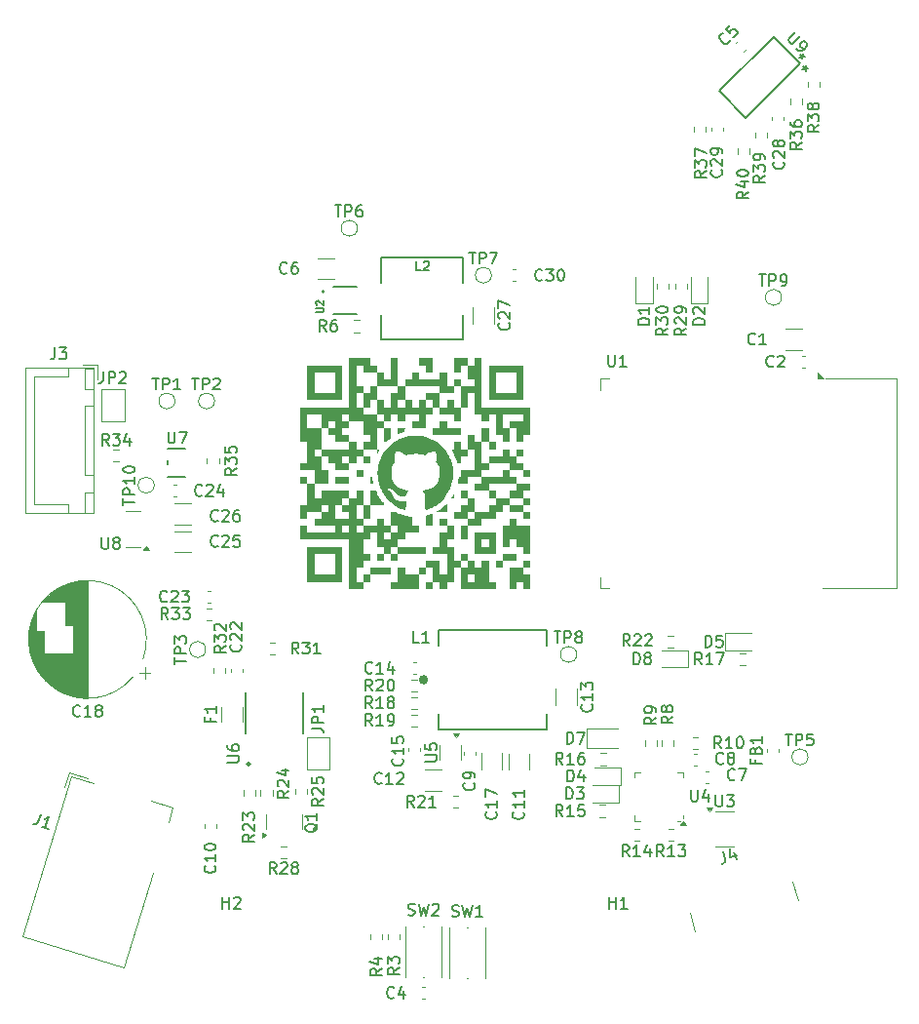
<source format=gto>
G04 #@! TF.GenerationSoftware,KiCad,Pcbnew,9.0.2*
G04 #@! TF.CreationDate,2025-09-19T19:59:58+02:00*
G04 #@! TF.ProjectId,LumiCtrl,4c756d69-4374-4726-9c2e-6b696361645f,rev?*
G04 #@! TF.SameCoordinates,Original*
G04 #@! TF.FileFunction,Legend,Top*
G04 #@! TF.FilePolarity,Positive*
%FSLAX46Y46*%
G04 Gerber Fmt 4.6, Leading zero omitted, Abs format (unit mm)*
G04 Created by KiCad (PCBNEW 9.0.2) date 2025-09-19 19:59:58*
%MOMM*%
%LPD*%
G01*
G04 APERTURE LIST*
%ADD10C,0.150000*%
%ADD11C,0.000000*%
%ADD12C,0.200000*%
%ADD13C,0.127000*%
%ADD14C,0.120000*%
%ADD15C,0.152400*%
%ADD16C,0.250000*%
%ADD17C,0.400000*%
G04 APERTURE END LIST*
D10*
X145948276Y-75587619D02*
X146466371Y-75587619D01*
X146466371Y-75587619D02*
X146527323Y-75557142D01*
X146527323Y-75557142D02*
X146557800Y-75526666D01*
X146557800Y-75526666D02*
X146588276Y-75465714D01*
X146588276Y-75465714D02*
X146588276Y-75343809D01*
X146588276Y-75343809D02*
X146557800Y-75282857D01*
X146557800Y-75282857D02*
X146527323Y-75252380D01*
X146527323Y-75252380D02*
X146466371Y-75221904D01*
X146466371Y-75221904D02*
X145948276Y-75221904D01*
X146009228Y-74947619D02*
X145978752Y-74917143D01*
X145978752Y-74917143D02*
X145948276Y-74856190D01*
X145948276Y-74856190D02*
X145948276Y-74703809D01*
X145948276Y-74703809D02*
X145978752Y-74642857D01*
X145978752Y-74642857D02*
X146009228Y-74612381D01*
X146009228Y-74612381D02*
X146070180Y-74581904D01*
X146070180Y-74581904D02*
X146131133Y-74581904D01*
X146131133Y-74581904D02*
X146222561Y-74612381D01*
X146222561Y-74612381D02*
X146588276Y-74978095D01*
X146588276Y-74978095D02*
X146588276Y-74581904D01*
X171438095Y-127354819D02*
X171438095Y-126354819D01*
X171438095Y-126831009D02*
X172009523Y-126831009D01*
X172009523Y-127354819D02*
X172009523Y-126354819D01*
X173009523Y-127354819D02*
X172438095Y-127354819D01*
X172723809Y-127354819D02*
X172723809Y-126354819D01*
X172723809Y-126354819D02*
X172628571Y-126497676D01*
X172628571Y-126497676D02*
X172533333Y-126592914D01*
X172533333Y-126592914D02*
X172438095Y-126640533D01*
X137838095Y-127354819D02*
X137838095Y-126354819D01*
X137838095Y-126831009D02*
X138409523Y-126831009D01*
X138409523Y-127354819D02*
X138409523Y-126354819D01*
X138838095Y-126450057D02*
X138885714Y-126402438D01*
X138885714Y-126402438D02*
X138980952Y-126354819D01*
X138980952Y-126354819D02*
X139219047Y-126354819D01*
X139219047Y-126354819D02*
X139314285Y-126402438D01*
X139314285Y-126402438D02*
X139361904Y-126450057D01*
X139361904Y-126450057D02*
X139409523Y-126545295D01*
X139409523Y-126545295D02*
X139409523Y-126640533D01*
X139409523Y-126640533D02*
X139361904Y-126783390D01*
X139361904Y-126783390D02*
X138790476Y-127354819D01*
X138790476Y-127354819D02*
X139409523Y-127354819D01*
X181313792Y-122416422D02*
X181522629Y-123099496D01*
X181522629Y-123099496D02*
X181518858Y-123250034D01*
X181518858Y-123250034D02*
X181455626Y-123368955D01*
X181455626Y-123368955D02*
X181332933Y-123456261D01*
X181332933Y-123456261D02*
X181241857Y-123484106D01*
X182276477Y-122470663D02*
X182471392Y-123108200D01*
X181937406Y-122175969D02*
X181918551Y-122928656D01*
X181918551Y-122928656D02*
X182510549Y-122747664D01*
X171348095Y-79294819D02*
X171348095Y-80104342D01*
X171348095Y-80104342D02*
X171395714Y-80199580D01*
X171395714Y-80199580D02*
X171443333Y-80247200D01*
X171443333Y-80247200D02*
X171538571Y-80294819D01*
X171538571Y-80294819D02*
X171729047Y-80294819D01*
X171729047Y-80294819D02*
X171824285Y-80247200D01*
X171824285Y-80247200D02*
X171871904Y-80199580D01*
X171871904Y-80199580D02*
X171919523Y-80104342D01*
X171919523Y-80104342D02*
X171919523Y-79294819D01*
X172919523Y-80294819D02*
X172348095Y-80294819D01*
X172633809Y-80294819D02*
X172633809Y-79294819D01*
X172633809Y-79294819D02*
X172538571Y-79437676D01*
X172538571Y-79437676D02*
X172443333Y-79532914D01*
X172443333Y-79532914D02*
X172348095Y-79580533D01*
X178538095Y-117054819D02*
X178538095Y-117864342D01*
X178538095Y-117864342D02*
X178585714Y-117959580D01*
X178585714Y-117959580D02*
X178633333Y-118007200D01*
X178633333Y-118007200D02*
X178728571Y-118054819D01*
X178728571Y-118054819D02*
X178919047Y-118054819D01*
X178919047Y-118054819D02*
X179014285Y-118007200D01*
X179014285Y-118007200D02*
X179061904Y-117959580D01*
X179061904Y-117959580D02*
X179109523Y-117864342D01*
X179109523Y-117864342D02*
X179109523Y-117054819D01*
X180014285Y-117388152D02*
X180014285Y-118054819D01*
X179776190Y-117007200D02*
X179538095Y-117721485D01*
X179538095Y-117721485D02*
X180157142Y-117721485D01*
X127466666Y-80754819D02*
X127466666Y-81469104D01*
X127466666Y-81469104D02*
X127419047Y-81611961D01*
X127419047Y-81611961D02*
X127323809Y-81707200D01*
X127323809Y-81707200D02*
X127180952Y-81754819D01*
X127180952Y-81754819D02*
X127085714Y-81754819D01*
X127942857Y-81754819D02*
X127942857Y-80754819D01*
X127942857Y-80754819D02*
X128323809Y-80754819D01*
X128323809Y-80754819D02*
X128419047Y-80802438D01*
X128419047Y-80802438D02*
X128466666Y-80850057D01*
X128466666Y-80850057D02*
X128514285Y-80945295D01*
X128514285Y-80945295D02*
X128514285Y-81088152D01*
X128514285Y-81088152D02*
X128466666Y-81183390D01*
X128466666Y-81183390D02*
X128419047Y-81231009D01*
X128419047Y-81231009D02*
X128323809Y-81278628D01*
X128323809Y-81278628D02*
X127942857Y-81278628D01*
X128895238Y-80850057D02*
X128942857Y-80802438D01*
X128942857Y-80802438D02*
X129038095Y-80754819D01*
X129038095Y-80754819D02*
X129276190Y-80754819D01*
X129276190Y-80754819D02*
X129371428Y-80802438D01*
X129371428Y-80802438D02*
X129419047Y-80850057D01*
X129419047Y-80850057D02*
X129466666Y-80945295D01*
X129466666Y-80945295D02*
X129466666Y-81040533D01*
X129466666Y-81040533D02*
X129419047Y-81183390D01*
X129419047Y-81183390D02*
X128847619Y-81754819D01*
X128847619Y-81754819D02*
X129466666Y-81754819D01*
X179854819Y-63342857D02*
X179378628Y-63676190D01*
X179854819Y-63914285D02*
X178854819Y-63914285D01*
X178854819Y-63914285D02*
X178854819Y-63533333D01*
X178854819Y-63533333D02*
X178902438Y-63438095D01*
X178902438Y-63438095D02*
X178950057Y-63390476D01*
X178950057Y-63390476D02*
X179045295Y-63342857D01*
X179045295Y-63342857D02*
X179188152Y-63342857D01*
X179188152Y-63342857D02*
X179283390Y-63390476D01*
X179283390Y-63390476D02*
X179331009Y-63438095D01*
X179331009Y-63438095D02*
X179378628Y-63533333D01*
X179378628Y-63533333D02*
X179378628Y-63914285D01*
X178854819Y-63009523D02*
X178854819Y-62390476D01*
X178854819Y-62390476D02*
X179235771Y-62723809D01*
X179235771Y-62723809D02*
X179235771Y-62580952D01*
X179235771Y-62580952D02*
X179283390Y-62485714D01*
X179283390Y-62485714D02*
X179331009Y-62438095D01*
X179331009Y-62438095D02*
X179426247Y-62390476D01*
X179426247Y-62390476D02*
X179664342Y-62390476D01*
X179664342Y-62390476D02*
X179759580Y-62438095D01*
X179759580Y-62438095D02*
X179807200Y-62485714D01*
X179807200Y-62485714D02*
X179854819Y-62580952D01*
X179854819Y-62580952D02*
X179854819Y-62866666D01*
X179854819Y-62866666D02*
X179807200Y-62961904D01*
X179807200Y-62961904D02*
X179759580Y-63009523D01*
X178854819Y-62057142D02*
X178854819Y-61390476D01*
X178854819Y-61390476D02*
X179854819Y-61819047D01*
X167786905Y-116342319D02*
X167786905Y-115342319D01*
X167786905Y-115342319D02*
X168025000Y-115342319D01*
X168025000Y-115342319D02*
X168167857Y-115389938D01*
X168167857Y-115389938D02*
X168263095Y-115485176D01*
X168263095Y-115485176D02*
X168310714Y-115580414D01*
X168310714Y-115580414D02*
X168358333Y-115770890D01*
X168358333Y-115770890D02*
X168358333Y-115913747D01*
X168358333Y-115913747D02*
X168310714Y-116104223D01*
X168310714Y-116104223D02*
X168263095Y-116199461D01*
X168263095Y-116199461D02*
X168167857Y-116294700D01*
X168167857Y-116294700D02*
X168025000Y-116342319D01*
X168025000Y-116342319D02*
X167786905Y-116342319D01*
X169215476Y-115675652D02*
X169215476Y-116342319D01*
X168977381Y-115294700D02*
X168739286Y-116008985D01*
X168739286Y-116008985D02*
X169358333Y-116008985D01*
X161580919Y-118970725D02*
X161628539Y-119018344D01*
X161628539Y-119018344D02*
X161676158Y-119161201D01*
X161676158Y-119161201D02*
X161676158Y-119256439D01*
X161676158Y-119256439D02*
X161628539Y-119399296D01*
X161628539Y-119399296D02*
X161533300Y-119494534D01*
X161533300Y-119494534D02*
X161438062Y-119542153D01*
X161438062Y-119542153D02*
X161247586Y-119589772D01*
X161247586Y-119589772D02*
X161104729Y-119589772D01*
X161104729Y-119589772D02*
X160914253Y-119542153D01*
X160914253Y-119542153D02*
X160819015Y-119494534D01*
X160819015Y-119494534D02*
X160723777Y-119399296D01*
X160723777Y-119399296D02*
X160676158Y-119256439D01*
X160676158Y-119256439D02*
X160676158Y-119161201D01*
X160676158Y-119161201D02*
X160723777Y-119018344D01*
X160723777Y-119018344D02*
X160771396Y-118970725D01*
X161676158Y-118018344D02*
X161676158Y-118589772D01*
X161676158Y-118304058D02*
X160676158Y-118304058D01*
X160676158Y-118304058D02*
X160819015Y-118399296D01*
X160819015Y-118399296D02*
X160914253Y-118494534D01*
X160914253Y-118494534D02*
X160961872Y-118589772D01*
X160676158Y-117685010D02*
X160676158Y-117018344D01*
X160676158Y-117018344D02*
X161676158Y-117446915D01*
X179774405Y-104667319D02*
X179774405Y-103667319D01*
X179774405Y-103667319D02*
X180012500Y-103667319D01*
X180012500Y-103667319D02*
X180155357Y-103714938D01*
X180155357Y-103714938D02*
X180250595Y-103810176D01*
X180250595Y-103810176D02*
X180298214Y-103905414D01*
X180298214Y-103905414D02*
X180345833Y-104095890D01*
X180345833Y-104095890D02*
X180345833Y-104238747D01*
X180345833Y-104238747D02*
X180298214Y-104429223D01*
X180298214Y-104429223D02*
X180250595Y-104524461D01*
X180250595Y-104524461D02*
X180155357Y-104619700D01*
X180155357Y-104619700D02*
X180012500Y-104667319D01*
X180012500Y-104667319D02*
X179774405Y-104667319D01*
X181250595Y-103667319D02*
X180774405Y-103667319D01*
X180774405Y-103667319D02*
X180726786Y-104143509D01*
X180726786Y-104143509D02*
X180774405Y-104095890D01*
X180774405Y-104095890D02*
X180869643Y-104048271D01*
X180869643Y-104048271D02*
X181107738Y-104048271D01*
X181107738Y-104048271D02*
X181202976Y-104095890D01*
X181202976Y-104095890D02*
X181250595Y-104143509D01*
X181250595Y-104143509D02*
X181298214Y-104238747D01*
X181298214Y-104238747D02*
X181298214Y-104476842D01*
X181298214Y-104476842D02*
X181250595Y-104572080D01*
X181250595Y-104572080D02*
X181202976Y-104619700D01*
X181202976Y-104619700D02*
X181107738Y-104667319D01*
X181107738Y-104667319D02*
X180869643Y-104667319D01*
X180869643Y-104667319D02*
X180774405Y-104619700D01*
X180774405Y-104619700D02*
X180726786Y-104572080D01*
X176157142Y-122842319D02*
X175823809Y-122366128D01*
X175585714Y-122842319D02*
X175585714Y-121842319D01*
X175585714Y-121842319D02*
X175966666Y-121842319D01*
X175966666Y-121842319D02*
X176061904Y-121889938D01*
X176061904Y-121889938D02*
X176109523Y-121937557D01*
X176109523Y-121937557D02*
X176157142Y-122032795D01*
X176157142Y-122032795D02*
X176157142Y-122175652D01*
X176157142Y-122175652D02*
X176109523Y-122270890D01*
X176109523Y-122270890D02*
X176061904Y-122318509D01*
X176061904Y-122318509D02*
X175966666Y-122366128D01*
X175966666Y-122366128D02*
X175585714Y-122366128D01*
X177109523Y-122842319D02*
X176538095Y-122842319D01*
X176823809Y-122842319D02*
X176823809Y-121842319D01*
X176823809Y-121842319D02*
X176728571Y-121985176D01*
X176728571Y-121985176D02*
X176633333Y-122080414D01*
X176633333Y-122080414D02*
X176538095Y-122128033D01*
X177442857Y-121842319D02*
X178061904Y-121842319D01*
X178061904Y-121842319D02*
X177728571Y-122223271D01*
X177728571Y-122223271D02*
X177871428Y-122223271D01*
X177871428Y-122223271D02*
X177966666Y-122270890D01*
X177966666Y-122270890D02*
X178014285Y-122318509D01*
X178014285Y-122318509D02*
X178061904Y-122413747D01*
X178061904Y-122413747D02*
X178061904Y-122651842D01*
X178061904Y-122651842D02*
X178014285Y-122747080D01*
X178014285Y-122747080D02*
X177966666Y-122794700D01*
X177966666Y-122794700D02*
X177871428Y-122842319D01*
X177871428Y-122842319D02*
X177585714Y-122842319D01*
X177585714Y-122842319D02*
X177490476Y-122794700D01*
X177490476Y-122794700D02*
X177442857Y-122747080D01*
X122040627Y-119181183D02*
X121831790Y-119864258D01*
X121831790Y-119864258D02*
X121744484Y-119986950D01*
X121744484Y-119986950D02*
X121625562Y-120050182D01*
X121625562Y-120050182D02*
X121475025Y-120053953D01*
X121475025Y-120053953D02*
X121383948Y-120026108D01*
X122704560Y-120429860D02*
X122158100Y-120262790D01*
X122431330Y-120346325D02*
X122723702Y-119390020D01*
X122723702Y-119390020D02*
X122590858Y-119498790D01*
X122590858Y-119498790D02*
X122471936Y-119562022D01*
X122471936Y-119562022D02*
X122366937Y-119579715D01*
X153966667Y-127907200D02*
X154109524Y-127954819D01*
X154109524Y-127954819D02*
X154347619Y-127954819D01*
X154347619Y-127954819D02*
X154442857Y-127907200D01*
X154442857Y-127907200D02*
X154490476Y-127859580D01*
X154490476Y-127859580D02*
X154538095Y-127764342D01*
X154538095Y-127764342D02*
X154538095Y-127669104D01*
X154538095Y-127669104D02*
X154490476Y-127573866D01*
X154490476Y-127573866D02*
X154442857Y-127526247D01*
X154442857Y-127526247D02*
X154347619Y-127478628D01*
X154347619Y-127478628D02*
X154157143Y-127431009D01*
X154157143Y-127431009D02*
X154061905Y-127383390D01*
X154061905Y-127383390D02*
X154014286Y-127335771D01*
X154014286Y-127335771D02*
X153966667Y-127240533D01*
X153966667Y-127240533D02*
X153966667Y-127145295D01*
X153966667Y-127145295D02*
X154014286Y-127050057D01*
X154014286Y-127050057D02*
X154061905Y-127002438D01*
X154061905Y-127002438D02*
X154157143Y-126954819D01*
X154157143Y-126954819D02*
X154395238Y-126954819D01*
X154395238Y-126954819D02*
X154538095Y-127002438D01*
X154871429Y-126954819D02*
X155109524Y-127954819D01*
X155109524Y-127954819D02*
X155300000Y-127240533D01*
X155300000Y-127240533D02*
X155490476Y-127954819D01*
X155490476Y-127954819D02*
X155728572Y-126954819D01*
X156061905Y-127050057D02*
X156109524Y-127002438D01*
X156109524Y-127002438D02*
X156204762Y-126954819D01*
X156204762Y-126954819D02*
X156442857Y-126954819D01*
X156442857Y-126954819D02*
X156538095Y-127002438D01*
X156538095Y-127002438D02*
X156585714Y-127050057D01*
X156585714Y-127050057D02*
X156633333Y-127145295D01*
X156633333Y-127145295D02*
X156633333Y-127240533D01*
X156633333Y-127240533D02*
X156585714Y-127383390D01*
X156585714Y-127383390D02*
X156014286Y-127954819D01*
X156014286Y-127954819D02*
X156633333Y-127954819D01*
X142507140Y-124354819D02*
X142173807Y-123878628D01*
X141935712Y-124354819D02*
X141935712Y-123354819D01*
X141935712Y-123354819D02*
X142316664Y-123354819D01*
X142316664Y-123354819D02*
X142411902Y-123402438D01*
X142411902Y-123402438D02*
X142459521Y-123450057D01*
X142459521Y-123450057D02*
X142507140Y-123545295D01*
X142507140Y-123545295D02*
X142507140Y-123688152D01*
X142507140Y-123688152D02*
X142459521Y-123783390D01*
X142459521Y-123783390D02*
X142411902Y-123831009D01*
X142411902Y-123831009D02*
X142316664Y-123878628D01*
X142316664Y-123878628D02*
X141935712Y-123878628D01*
X142888093Y-123450057D02*
X142935712Y-123402438D01*
X142935712Y-123402438D02*
X143030950Y-123354819D01*
X143030950Y-123354819D02*
X143269045Y-123354819D01*
X143269045Y-123354819D02*
X143364283Y-123402438D01*
X143364283Y-123402438D02*
X143411902Y-123450057D01*
X143411902Y-123450057D02*
X143459521Y-123545295D01*
X143459521Y-123545295D02*
X143459521Y-123640533D01*
X143459521Y-123640533D02*
X143411902Y-123783390D01*
X143411902Y-123783390D02*
X142840474Y-124354819D01*
X142840474Y-124354819D02*
X143459521Y-124354819D01*
X144030950Y-123783390D02*
X143935712Y-123735771D01*
X143935712Y-123735771D02*
X143888093Y-123688152D01*
X143888093Y-123688152D02*
X143840474Y-123592914D01*
X143840474Y-123592914D02*
X143840474Y-123545295D01*
X143840474Y-123545295D02*
X143888093Y-123450057D01*
X143888093Y-123450057D02*
X143935712Y-123402438D01*
X143935712Y-123402438D02*
X144030950Y-123354819D01*
X144030950Y-123354819D02*
X144221426Y-123354819D01*
X144221426Y-123354819D02*
X144316664Y-123402438D01*
X144316664Y-123402438D02*
X144364283Y-123450057D01*
X144364283Y-123450057D02*
X144411902Y-123545295D01*
X144411902Y-123545295D02*
X144411902Y-123592914D01*
X144411902Y-123592914D02*
X144364283Y-123688152D01*
X144364283Y-123688152D02*
X144316664Y-123735771D01*
X144316664Y-123735771D02*
X144221426Y-123783390D01*
X144221426Y-123783390D02*
X144030950Y-123783390D01*
X144030950Y-123783390D02*
X143935712Y-123831009D01*
X143935712Y-123831009D02*
X143888093Y-123878628D01*
X143888093Y-123878628D02*
X143840474Y-123973866D01*
X143840474Y-123973866D02*
X143840474Y-124164342D01*
X143840474Y-124164342D02*
X143888093Y-124259580D01*
X143888093Y-124259580D02*
X143935712Y-124307200D01*
X143935712Y-124307200D02*
X144030950Y-124354819D01*
X144030950Y-124354819D02*
X144221426Y-124354819D01*
X144221426Y-124354819D02*
X144316664Y-124307200D01*
X144316664Y-124307200D02*
X144364283Y-124259580D01*
X144364283Y-124259580D02*
X144411902Y-124164342D01*
X144411902Y-124164342D02*
X144411902Y-123973866D01*
X144411902Y-123973866D02*
X144364283Y-123878628D01*
X144364283Y-123878628D02*
X144316664Y-123831009D01*
X144316664Y-123831009D02*
X144221426Y-123783390D01*
X131738095Y-81306819D02*
X132309523Y-81306819D01*
X132023809Y-82306819D02*
X132023809Y-81306819D01*
X132642857Y-82306819D02*
X132642857Y-81306819D01*
X132642857Y-81306819D02*
X133023809Y-81306819D01*
X133023809Y-81306819D02*
X133119047Y-81354438D01*
X133119047Y-81354438D02*
X133166666Y-81402057D01*
X133166666Y-81402057D02*
X133214285Y-81497295D01*
X133214285Y-81497295D02*
X133214285Y-81640152D01*
X133214285Y-81640152D02*
X133166666Y-81735390D01*
X133166666Y-81735390D02*
X133119047Y-81783009D01*
X133119047Y-81783009D02*
X133023809Y-81830628D01*
X133023809Y-81830628D02*
X132642857Y-81830628D01*
X134166666Y-82306819D02*
X133595238Y-82306819D01*
X133880952Y-82306819D02*
X133880952Y-81306819D01*
X133880952Y-81306819D02*
X133785714Y-81449676D01*
X133785714Y-81449676D02*
X133690476Y-81544914D01*
X133690476Y-81544914D02*
X133595238Y-81592533D01*
X182333333Y-116134580D02*
X182285714Y-116182200D01*
X182285714Y-116182200D02*
X182142857Y-116229819D01*
X182142857Y-116229819D02*
X182047619Y-116229819D01*
X182047619Y-116229819D02*
X181904762Y-116182200D01*
X181904762Y-116182200D02*
X181809524Y-116086961D01*
X181809524Y-116086961D02*
X181761905Y-115991723D01*
X181761905Y-115991723D02*
X181714286Y-115801247D01*
X181714286Y-115801247D02*
X181714286Y-115658390D01*
X181714286Y-115658390D02*
X181761905Y-115467914D01*
X181761905Y-115467914D02*
X181809524Y-115372676D01*
X181809524Y-115372676D02*
X181904762Y-115277438D01*
X181904762Y-115277438D02*
X182047619Y-115229819D01*
X182047619Y-115229819D02*
X182142857Y-115229819D01*
X182142857Y-115229819D02*
X182285714Y-115277438D01*
X182285714Y-115277438D02*
X182333333Y-115325057D01*
X182666667Y-115229819D02*
X183333333Y-115229819D01*
X183333333Y-115229819D02*
X182904762Y-116229819D01*
X139054819Y-89142857D02*
X138578628Y-89476190D01*
X139054819Y-89714285D02*
X138054819Y-89714285D01*
X138054819Y-89714285D02*
X138054819Y-89333333D01*
X138054819Y-89333333D02*
X138102438Y-89238095D01*
X138102438Y-89238095D02*
X138150057Y-89190476D01*
X138150057Y-89190476D02*
X138245295Y-89142857D01*
X138245295Y-89142857D02*
X138388152Y-89142857D01*
X138388152Y-89142857D02*
X138483390Y-89190476D01*
X138483390Y-89190476D02*
X138531009Y-89238095D01*
X138531009Y-89238095D02*
X138578628Y-89333333D01*
X138578628Y-89333333D02*
X138578628Y-89714285D01*
X138054819Y-88809523D02*
X138054819Y-88190476D01*
X138054819Y-88190476D02*
X138435771Y-88523809D01*
X138435771Y-88523809D02*
X138435771Y-88380952D01*
X138435771Y-88380952D02*
X138483390Y-88285714D01*
X138483390Y-88285714D02*
X138531009Y-88238095D01*
X138531009Y-88238095D02*
X138626247Y-88190476D01*
X138626247Y-88190476D02*
X138864342Y-88190476D01*
X138864342Y-88190476D02*
X138959580Y-88238095D01*
X138959580Y-88238095D02*
X139007200Y-88285714D01*
X139007200Y-88285714D02*
X139054819Y-88380952D01*
X139054819Y-88380952D02*
X139054819Y-88666666D01*
X139054819Y-88666666D02*
X139007200Y-88761904D01*
X139007200Y-88761904D02*
X138959580Y-88809523D01*
X138054819Y-87285714D02*
X138054819Y-87761904D01*
X138054819Y-87761904D02*
X138531009Y-87809523D01*
X138531009Y-87809523D02*
X138483390Y-87761904D01*
X138483390Y-87761904D02*
X138435771Y-87666666D01*
X138435771Y-87666666D02*
X138435771Y-87428571D01*
X138435771Y-87428571D02*
X138483390Y-87333333D01*
X138483390Y-87333333D02*
X138531009Y-87285714D01*
X138531009Y-87285714D02*
X138626247Y-87238095D01*
X138626247Y-87238095D02*
X138864342Y-87238095D01*
X138864342Y-87238095D02*
X138959580Y-87285714D01*
X138959580Y-87285714D02*
X139007200Y-87333333D01*
X139007200Y-87333333D02*
X139054819Y-87428571D01*
X139054819Y-87428571D02*
X139054819Y-87666666D01*
X139054819Y-87666666D02*
X139007200Y-87761904D01*
X139007200Y-87761904D02*
X138959580Y-87809523D01*
X144432142Y-105254819D02*
X144098809Y-104778628D01*
X143860714Y-105254819D02*
X143860714Y-104254819D01*
X143860714Y-104254819D02*
X144241666Y-104254819D01*
X144241666Y-104254819D02*
X144336904Y-104302438D01*
X144336904Y-104302438D02*
X144384523Y-104350057D01*
X144384523Y-104350057D02*
X144432142Y-104445295D01*
X144432142Y-104445295D02*
X144432142Y-104588152D01*
X144432142Y-104588152D02*
X144384523Y-104683390D01*
X144384523Y-104683390D02*
X144336904Y-104731009D01*
X144336904Y-104731009D02*
X144241666Y-104778628D01*
X144241666Y-104778628D02*
X143860714Y-104778628D01*
X144765476Y-104254819D02*
X145384523Y-104254819D01*
X145384523Y-104254819D02*
X145051190Y-104635771D01*
X145051190Y-104635771D02*
X145194047Y-104635771D01*
X145194047Y-104635771D02*
X145289285Y-104683390D01*
X145289285Y-104683390D02*
X145336904Y-104731009D01*
X145336904Y-104731009D02*
X145384523Y-104826247D01*
X145384523Y-104826247D02*
X145384523Y-105064342D01*
X145384523Y-105064342D02*
X145336904Y-105159580D01*
X145336904Y-105159580D02*
X145289285Y-105207200D01*
X145289285Y-105207200D02*
X145194047Y-105254819D01*
X145194047Y-105254819D02*
X144908333Y-105254819D01*
X144908333Y-105254819D02*
X144813095Y-105207200D01*
X144813095Y-105207200D02*
X144765476Y-105159580D01*
X146336904Y-105254819D02*
X145765476Y-105254819D01*
X146051190Y-105254819D02*
X146051190Y-104254819D01*
X146051190Y-104254819D02*
X145955952Y-104397676D01*
X145955952Y-104397676D02*
X145860714Y-104492914D01*
X145860714Y-104492914D02*
X145765476Y-104540533D01*
X167736905Y-113054819D02*
X167736905Y-112054819D01*
X167736905Y-112054819D02*
X167975000Y-112054819D01*
X167975000Y-112054819D02*
X168117857Y-112102438D01*
X168117857Y-112102438D02*
X168213095Y-112197676D01*
X168213095Y-112197676D02*
X168260714Y-112292914D01*
X168260714Y-112292914D02*
X168308333Y-112483390D01*
X168308333Y-112483390D02*
X168308333Y-112626247D01*
X168308333Y-112626247D02*
X168260714Y-112816723D01*
X168260714Y-112816723D02*
X168213095Y-112911961D01*
X168213095Y-112911961D02*
X168117857Y-113007200D01*
X168117857Y-113007200D02*
X167975000Y-113054819D01*
X167975000Y-113054819D02*
X167736905Y-113054819D01*
X168641667Y-112054819D02*
X169308333Y-112054819D01*
X169308333Y-112054819D02*
X168879762Y-113054819D01*
X167382142Y-114842319D02*
X167048809Y-114366128D01*
X166810714Y-114842319D02*
X166810714Y-113842319D01*
X166810714Y-113842319D02*
X167191666Y-113842319D01*
X167191666Y-113842319D02*
X167286904Y-113889938D01*
X167286904Y-113889938D02*
X167334523Y-113937557D01*
X167334523Y-113937557D02*
X167382142Y-114032795D01*
X167382142Y-114032795D02*
X167382142Y-114175652D01*
X167382142Y-114175652D02*
X167334523Y-114270890D01*
X167334523Y-114270890D02*
X167286904Y-114318509D01*
X167286904Y-114318509D02*
X167191666Y-114366128D01*
X167191666Y-114366128D02*
X166810714Y-114366128D01*
X168334523Y-114842319D02*
X167763095Y-114842319D01*
X168048809Y-114842319D02*
X168048809Y-113842319D01*
X168048809Y-113842319D02*
X167953571Y-113985176D01*
X167953571Y-113985176D02*
X167858333Y-114080414D01*
X167858333Y-114080414D02*
X167763095Y-114128033D01*
X169191666Y-113842319D02*
X169001190Y-113842319D01*
X169001190Y-113842319D02*
X168905952Y-113889938D01*
X168905952Y-113889938D02*
X168858333Y-113937557D01*
X168858333Y-113937557D02*
X168763095Y-114080414D01*
X168763095Y-114080414D02*
X168715476Y-114270890D01*
X168715476Y-114270890D02*
X168715476Y-114651842D01*
X168715476Y-114651842D02*
X168763095Y-114747080D01*
X168763095Y-114747080D02*
X168810714Y-114794700D01*
X168810714Y-114794700D02*
X168905952Y-114842319D01*
X168905952Y-114842319D02*
X169096428Y-114842319D01*
X169096428Y-114842319D02*
X169191666Y-114794700D01*
X169191666Y-114794700D02*
X169239285Y-114747080D01*
X169239285Y-114747080D02*
X169286904Y-114651842D01*
X169286904Y-114651842D02*
X169286904Y-114413747D01*
X169286904Y-114413747D02*
X169239285Y-114318509D01*
X169239285Y-114318509D02*
X169191666Y-114270890D01*
X169191666Y-114270890D02*
X169096428Y-114223271D01*
X169096428Y-114223271D02*
X168905952Y-114223271D01*
X168905952Y-114223271D02*
X168810714Y-114270890D01*
X168810714Y-114270890D02*
X168763095Y-114318509D01*
X168763095Y-114318509D02*
X168715476Y-114413747D01*
X135188095Y-81306819D02*
X135759523Y-81306819D01*
X135473809Y-82306819D02*
X135473809Y-81306819D01*
X136092857Y-82306819D02*
X136092857Y-81306819D01*
X136092857Y-81306819D02*
X136473809Y-81306819D01*
X136473809Y-81306819D02*
X136569047Y-81354438D01*
X136569047Y-81354438D02*
X136616666Y-81402057D01*
X136616666Y-81402057D02*
X136664285Y-81497295D01*
X136664285Y-81497295D02*
X136664285Y-81640152D01*
X136664285Y-81640152D02*
X136616666Y-81735390D01*
X136616666Y-81735390D02*
X136569047Y-81783009D01*
X136569047Y-81783009D02*
X136473809Y-81830628D01*
X136473809Y-81830628D02*
X136092857Y-81830628D01*
X137045238Y-81402057D02*
X137092857Y-81354438D01*
X137092857Y-81354438D02*
X137188095Y-81306819D01*
X137188095Y-81306819D02*
X137426190Y-81306819D01*
X137426190Y-81306819D02*
X137521428Y-81354438D01*
X137521428Y-81354438D02*
X137569047Y-81402057D01*
X137569047Y-81402057D02*
X137616666Y-81497295D01*
X137616666Y-81497295D02*
X137616666Y-81592533D01*
X137616666Y-81592533D02*
X137569047Y-81735390D01*
X137569047Y-81735390D02*
X136997619Y-82306819D01*
X136997619Y-82306819D02*
X137616666Y-82306819D01*
X133113095Y-85954819D02*
X133113095Y-86764342D01*
X133113095Y-86764342D02*
X133160714Y-86859580D01*
X133160714Y-86859580D02*
X133208333Y-86907200D01*
X133208333Y-86907200D02*
X133303571Y-86954819D01*
X133303571Y-86954819D02*
X133494047Y-86954819D01*
X133494047Y-86954819D02*
X133589285Y-86907200D01*
X133589285Y-86907200D02*
X133636904Y-86859580D01*
X133636904Y-86859580D02*
X133684523Y-86764342D01*
X133684523Y-86764342D02*
X133684523Y-85954819D01*
X134065476Y-85954819D02*
X134732142Y-85954819D01*
X134732142Y-85954819D02*
X134303571Y-86954819D01*
X175496320Y-110766666D02*
X175020129Y-111099999D01*
X175496320Y-111338094D02*
X174496320Y-111338094D01*
X174496320Y-111338094D02*
X174496320Y-110957142D01*
X174496320Y-110957142D02*
X174543939Y-110861904D01*
X174543939Y-110861904D02*
X174591558Y-110814285D01*
X174591558Y-110814285D02*
X174686796Y-110766666D01*
X174686796Y-110766666D02*
X174829653Y-110766666D01*
X174829653Y-110766666D02*
X174924891Y-110814285D01*
X174924891Y-110814285D02*
X174972510Y-110861904D01*
X174972510Y-110861904D02*
X175020129Y-110957142D01*
X175020129Y-110957142D02*
X175020129Y-111338094D01*
X175496320Y-110290475D02*
X175496320Y-110099999D01*
X175496320Y-110099999D02*
X175448701Y-110004761D01*
X175448701Y-110004761D02*
X175401081Y-109957142D01*
X175401081Y-109957142D02*
X175258224Y-109861904D01*
X175258224Y-109861904D02*
X175067748Y-109814285D01*
X175067748Y-109814285D02*
X174686796Y-109814285D01*
X174686796Y-109814285D02*
X174591558Y-109861904D01*
X174591558Y-109861904D02*
X174543939Y-109909523D01*
X174543939Y-109909523D02*
X174496320Y-110004761D01*
X174496320Y-110004761D02*
X174496320Y-110195237D01*
X174496320Y-110195237D02*
X174543939Y-110290475D01*
X174543939Y-110290475D02*
X174591558Y-110338094D01*
X174591558Y-110338094D02*
X174686796Y-110385713D01*
X174686796Y-110385713D02*
X174924891Y-110385713D01*
X174924891Y-110385713D02*
X175020129Y-110338094D01*
X175020129Y-110338094D02*
X175067748Y-110290475D01*
X175067748Y-110290475D02*
X175115367Y-110195237D01*
X175115367Y-110195237D02*
X175115367Y-110004761D01*
X175115367Y-110004761D02*
X175067748Y-109909523D01*
X175067748Y-109909523D02*
X175020129Y-109861904D01*
X175020129Y-109861904D02*
X174924891Y-109814285D01*
X159659580Y-116466666D02*
X159707200Y-116514285D01*
X159707200Y-116514285D02*
X159754819Y-116657142D01*
X159754819Y-116657142D02*
X159754819Y-116752380D01*
X159754819Y-116752380D02*
X159707200Y-116895237D01*
X159707200Y-116895237D02*
X159611961Y-116990475D01*
X159611961Y-116990475D02*
X159516723Y-117038094D01*
X159516723Y-117038094D02*
X159326247Y-117085713D01*
X159326247Y-117085713D02*
X159183390Y-117085713D01*
X159183390Y-117085713D02*
X158992914Y-117038094D01*
X158992914Y-117038094D02*
X158897676Y-116990475D01*
X158897676Y-116990475D02*
X158802438Y-116895237D01*
X158802438Y-116895237D02*
X158754819Y-116752380D01*
X158754819Y-116752380D02*
X158754819Y-116657142D01*
X158754819Y-116657142D02*
X158802438Y-116514285D01*
X158802438Y-116514285D02*
X158850057Y-116466666D01*
X159754819Y-115990475D02*
X159754819Y-115799999D01*
X159754819Y-115799999D02*
X159707200Y-115704761D01*
X159707200Y-115704761D02*
X159659580Y-115657142D01*
X159659580Y-115657142D02*
X159516723Y-115561904D01*
X159516723Y-115561904D02*
X159326247Y-115514285D01*
X159326247Y-115514285D02*
X158945295Y-115514285D01*
X158945295Y-115514285D02*
X158850057Y-115561904D01*
X158850057Y-115561904D02*
X158802438Y-115609523D01*
X158802438Y-115609523D02*
X158754819Y-115704761D01*
X158754819Y-115704761D02*
X158754819Y-115895237D01*
X158754819Y-115895237D02*
X158802438Y-115990475D01*
X158802438Y-115990475D02*
X158850057Y-116038094D01*
X158850057Y-116038094D02*
X158945295Y-116085713D01*
X158945295Y-116085713D02*
X159183390Y-116085713D01*
X159183390Y-116085713D02*
X159278628Y-116038094D01*
X159278628Y-116038094D02*
X159326247Y-115990475D01*
X159326247Y-115990475D02*
X159373866Y-115895237D01*
X159373866Y-115895237D02*
X159373866Y-115704761D01*
X159373866Y-115704761D02*
X159326247Y-115609523D01*
X159326247Y-115609523D02*
X159278628Y-115561904D01*
X159278628Y-115561904D02*
X159183390Y-115514285D01*
X166638095Y-103306819D02*
X167209523Y-103306819D01*
X166923809Y-104306819D02*
X166923809Y-103306819D01*
X167542857Y-104306819D02*
X167542857Y-103306819D01*
X167542857Y-103306819D02*
X167923809Y-103306819D01*
X167923809Y-103306819D02*
X168019047Y-103354438D01*
X168019047Y-103354438D02*
X168066666Y-103402057D01*
X168066666Y-103402057D02*
X168114285Y-103497295D01*
X168114285Y-103497295D02*
X168114285Y-103640152D01*
X168114285Y-103640152D02*
X168066666Y-103735390D01*
X168066666Y-103735390D02*
X168019047Y-103783009D01*
X168019047Y-103783009D02*
X167923809Y-103830628D01*
X167923809Y-103830628D02*
X167542857Y-103830628D01*
X168685714Y-103735390D02*
X168590476Y-103687771D01*
X168590476Y-103687771D02*
X168542857Y-103640152D01*
X168542857Y-103640152D02*
X168495238Y-103544914D01*
X168495238Y-103544914D02*
X168495238Y-103497295D01*
X168495238Y-103497295D02*
X168542857Y-103402057D01*
X168542857Y-103402057D02*
X168590476Y-103354438D01*
X168590476Y-103354438D02*
X168685714Y-103306819D01*
X168685714Y-103306819D02*
X168876190Y-103306819D01*
X168876190Y-103306819D02*
X168971428Y-103354438D01*
X168971428Y-103354438D02*
X169019047Y-103402057D01*
X169019047Y-103402057D02*
X169066666Y-103497295D01*
X169066666Y-103497295D02*
X169066666Y-103544914D01*
X169066666Y-103544914D02*
X169019047Y-103640152D01*
X169019047Y-103640152D02*
X168971428Y-103687771D01*
X168971428Y-103687771D02*
X168876190Y-103735390D01*
X168876190Y-103735390D02*
X168685714Y-103735390D01*
X168685714Y-103735390D02*
X168590476Y-103783009D01*
X168590476Y-103783009D02*
X168542857Y-103830628D01*
X168542857Y-103830628D02*
X168495238Y-103925866D01*
X168495238Y-103925866D02*
X168495238Y-104116342D01*
X168495238Y-104116342D02*
X168542857Y-104211580D01*
X168542857Y-104211580D02*
X168590476Y-104259200D01*
X168590476Y-104259200D02*
X168685714Y-104306819D01*
X168685714Y-104306819D02*
X168876190Y-104306819D01*
X168876190Y-104306819D02*
X168971428Y-104259200D01*
X168971428Y-104259200D02*
X169019047Y-104211580D01*
X169019047Y-104211580D02*
X169066666Y-104116342D01*
X169066666Y-104116342D02*
X169066666Y-103925866D01*
X169066666Y-103925866D02*
X169019047Y-103830628D01*
X169019047Y-103830628D02*
X168971428Y-103783009D01*
X168971428Y-103783009D02*
X168876190Y-103735390D01*
X179469642Y-106167319D02*
X179136309Y-105691128D01*
X178898214Y-106167319D02*
X178898214Y-105167319D01*
X178898214Y-105167319D02*
X179279166Y-105167319D01*
X179279166Y-105167319D02*
X179374404Y-105214938D01*
X179374404Y-105214938D02*
X179422023Y-105262557D01*
X179422023Y-105262557D02*
X179469642Y-105357795D01*
X179469642Y-105357795D02*
X179469642Y-105500652D01*
X179469642Y-105500652D02*
X179422023Y-105595890D01*
X179422023Y-105595890D02*
X179374404Y-105643509D01*
X179374404Y-105643509D02*
X179279166Y-105691128D01*
X179279166Y-105691128D02*
X178898214Y-105691128D01*
X180422023Y-106167319D02*
X179850595Y-106167319D01*
X180136309Y-106167319D02*
X180136309Y-105167319D01*
X180136309Y-105167319D02*
X180041071Y-105310176D01*
X180041071Y-105310176D02*
X179945833Y-105405414D01*
X179945833Y-105405414D02*
X179850595Y-105453033D01*
X180755357Y-105167319D02*
X181422023Y-105167319D01*
X181422023Y-105167319D02*
X180993452Y-106167319D01*
X136057142Y-91459580D02*
X136009523Y-91507200D01*
X136009523Y-91507200D02*
X135866666Y-91554819D01*
X135866666Y-91554819D02*
X135771428Y-91554819D01*
X135771428Y-91554819D02*
X135628571Y-91507200D01*
X135628571Y-91507200D02*
X135533333Y-91411961D01*
X135533333Y-91411961D02*
X135485714Y-91316723D01*
X135485714Y-91316723D02*
X135438095Y-91126247D01*
X135438095Y-91126247D02*
X135438095Y-90983390D01*
X135438095Y-90983390D02*
X135485714Y-90792914D01*
X135485714Y-90792914D02*
X135533333Y-90697676D01*
X135533333Y-90697676D02*
X135628571Y-90602438D01*
X135628571Y-90602438D02*
X135771428Y-90554819D01*
X135771428Y-90554819D02*
X135866666Y-90554819D01*
X135866666Y-90554819D02*
X136009523Y-90602438D01*
X136009523Y-90602438D02*
X136057142Y-90650057D01*
X136438095Y-90650057D02*
X136485714Y-90602438D01*
X136485714Y-90602438D02*
X136580952Y-90554819D01*
X136580952Y-90554819D02*
X136819047Y-90554819D01*
X136819047Y-90554819D02*
X136914285Y-90602438D01*
X136914285Y-90602438D02*
X136961904Y-90650057D01*
X136961904Y-90650057D02*
X137009523Y-90745295D01*
X137009523Y-90745295D02*
X137009523Y-90840533D01*
X137009523Y-90840533D02*
X136961904Y-90983390D01*
X136961904Y-90983390D02*
X136390476Y-91554819D01*
X136390476Y-91554819D02*
X137009523Y-91554819D01*
X137866666Y-90888152D02*
X137866666Y-91554819D01*
X137628571Y-90507200D02*
X137390476Y-91221485D01*
X137390476Y-91221485D02*
X138009523Y-91221485D01*
X181914508Y-51954677D02*
X181914508Y-52022021D01*
X181914508Y-52022021D02*
X181847164Y-52156708D01*
X181847164Y-52156708D02*
X181779821Y-52224051D01*
X181779821Y-52224051D02*
X181645134Y-52291395D01*
X181645134Y-52291395D02*
X181510447Y-52291395D01*
X181510447Y-52291395D02*
X181409432Y-52257723D01*
X181409432Y-52257723D02*
X181241073Y-52156708D01*
X181241073Y-52156708D02*
X181140058Y-52055693D01*
X181140058Y-52055693D02*
X181039042Y-51887334D01*
X181039042Y-51887334D02*
X181005371Y-51786319D01*
X181005371Y-51786319D02*
X181005371Y-51651632D01*
X181005371Y-51651632D02*
X181072714Y-51516945D01*
X181072714Y-51516945D02*
X181140058Y-51449601D01*
X181140058Y-51449601D02*
X181274745Y-51382258D01*
X181274745Y-51382258D02*
X181342088Y-51382258D01*
X181914508Y-50675151D02*
X181577790Y-51011868D01*
X181577790Y-51011868D02*
X181880836Y-51382258D01*
X181880836Y-51382258D02*
X181880836Y-51314914D01*
X181880836Y-51314914D02*
X181914508Y-51213899D01*
X181914508Y-51213899D02*
X182082867Y-51045540D01*
X182082867Y-51045540D02*
X182183882Y-51011868D01*
X182183882Y-51011868D02*
X182251225Y-51011868D01*
X182251225Y-51011868D02*
X182352241Y-51045540D01*
X182352241Y-51045540D02*
X182520599Y-51213899D01*
X182520599Y-51213899D02*
X182554271Y-51314914D01*
X182554271Y-51314914D02*
X182554271Y-51382258D01*
X182554271Y-51382258D02*
X182520599Y-51483273D01*
X182520599Y-51483273D02*
X182352241Y-51651632D01*
X182352241Y-51651632D02*
X182251225Y-51685303D01*
X182251225Y-51685303D02*
X182183882Y-51685303D01*
X162709580Y-76517857D02*
X162757200Y-76565476D01*
X162757200Y-76565476D02*
X162804819Y-76708333D01*
X162804819Y-76708333D02*
X162804819Y-76803571D01*
X162804819Y-76803571D02*
X162757200Y-76946428D01*
X162757200Y-76946428D02*
X162661961Y-77041666D01*
X162661961Y-77041666D02*
X162566723Y-77089285D01*
X162566723Y-77089285D02*
X162376247Y-77136904D01*
X162376247Y-77136904D02*
X162233390Y-77136904D01*
X162233390Y-77136904D02*
X162042914Y-77089285D01*
X162042914Y-77089285D02*
X161947676Y-77041666D01*
X161947676Y-77041666D02*
X161852438Y-76946428D01*
X161852438Y-76946428D02*
X161804819Y-76803571D01*
X161804819Y-76803571D02*
X161804819Y-76708333D01*
X161804819Y-76708333D02*
X161852438Y-76565476D01*
X161852438Y-76565476D02*
X161900057Y-76517857D01*
X161900057Y-76136904D02*
X161852438Y-76089285D01*
X161852438Y-76089285D02*
X161804819Y-75994047D01*
X161804819Y-75994047D02*
X161804819Y-75755952D01*
X161804819Y-75755952D02*
X161852438Y-75660714D01*
X161852438Y-75660714D02*
X161900057Y-75613095D01*
X161900057Y-75613095D02*
X161995295Y-75565476D01*
X161995295Y-75565476D02*
X162090533Y-75565476D01*
X162090533Y-75565476D02*
X162233390Y-75613095D01*
X162233390Y-75613095D02*
X162804819Y-76184523D01*
X162804819Y-76184523D02*
X162804819Y-75565476D01*
X161804819Y-75232142D02*
X161804819Y-74565476D01*
X161804819Y-74565476D02*
X162804819Y-74994047D01*
X138254819Y-114661904D02*
X139064342Y-114661904D01*
X139064342Y-114661904D02*
X139159580Y-114614285D01*
X139159580Y-114614285D02*
X139207200Y-114566666D01*
X139207200Y-114566666D02*
X139254819Y-114471428D01*
X139254819Y-114471428D02*
X139254819Y-114280952D01*
X139254819Y-114280952D02*
X139207200Y-114185714D01*
X139207200Y-114185714D02*
X139159580Y-114138095D01*
X139159580Y-114138095D02*
X139064342Y-114090476D01*
X139064342Y-114090476D02*
X138254819Y-114090476D01*
X138254819Y-113185714D02*
X138254819Y-113376190D01*
X138254819Y-113376190D02*
X138302438Y-113471428D01*
X138302438Y-113471428D02*
X138350057Y-113519047D01*
X138350057Y-113519047D02*
X138492914Y-113614285D01*
X138492914Y-113614285D02*
X138683390Y-113661904D01*
X138683390Y-113661904D02*
X139064342Y-113661904D01*
X139064342Y-113661904D02*
X139159580Y-113614285D01*
X139159580Y-113614285D02*
X139207200Y-113566666D01*
X139207200Y-113566666D02*
X139254819Y-113471428D01*
X139254819Y-113471428D02*
X139254819Y-113280952D01*
X139254819Y-113280952D02*
X139207200Y-113185714D01*
X139207200Y-113185714D02*
X139159580Y-113138095D01*
X139159580Y-113138095D02*
X139064342Y-113090476D01*
X139064342Y-113090476D02*
X138826247Y-113090476D01*
X138826247Y-113090476D02*
X138731009Y-113138095D01*
X138731009Y-113138095D02*
X138683390Y-113185714D01*
X138683390Y-113185714D02*
X138635771Y-113280952D01*
X138635771Y-113280952D02*
X138635771Y-113471428D01*
X138635771Y-113471428D02*
X138683390Y-113566666D01*
X138683390Y-113566666D02*
X138731009Y-113614285D01*
X138731009Y-113614285D02*
X138826247Y-113661904D01*
X184151009Y-114470833D02*
X184151009Y-114804166D01*
X184674819Y-114804166D02*
X183674819Y-114804166D01*
X183674819Y-114804166D02*
X183674819Y-114327976D01*
X184151009Y-113613690D02*
X184198628Y-113470833D01*
X184198628Y-113470833D02*
X184246247Y-113423214D01*
X184246247Y-113423214D02*
X184341485Y-113375595D01*
X184341485Y-113375595D02*
X184484342Y-113375595D01*
X184484342Y-113375595D02*
X184579580Y-113423214D01*
X184579580Y-113423214D02*
X184627200Y-113470833D01*
X184627200Y-113470833D02*
X184674819Y-113566071D01*
X184674819Y-113566071D02*
X184674819Y-113947023D01*
X184674819Y-113947023D02*
X183674819Y-113947023D01*
X183674819Y-113947023D02*
X183674819Y-113613690D01*
X183674819Y-113613690D02*
X183722438Y-113518452D01*
X183722438Y-113518452D02*
X183770057Y-113470833D01*
X183770057Y-113470833D02*
X183865295Y-113423214D01*
X183865295Y-113423214D02*
X183960533Y-113423214D01*
X183960533Y-113423214D02*
X184055771Y-113470833D01*
X184055771Y-113470833D02*
X184103390Y-113518452D01*
X184103390Y-113518452D02*
X184151009Y-113613690D01*
X184151009Y-113613690D02*
X184151009Y-113947023D01*
X184674819Y-112423214D02*
X184674819Y-112994642D01*
X184674819Y-112708928D02*
X183674819Y-112708928D01*
X183674819Y-112708928D02*
X183817676Y-112804166D01*
X183817676Y-112804166D02*
X183912914Y-112899404D01*
X183912914Y-112899404D02*
X183960533Y-112994642D01*
X178124819Y-76980357D02*
X177648628Y-77313690D01*
X178124819Y-77551785D02*
X177124819Y-77551785D01*
X177124819Y-77551785D02*
X177124819Y-77170833D01*
X177124819Y-77170833D02*
X177172438Y-77075595D01*
X177172438Y-77075595D02*
X177220057Y-77027976D01*
X177220057Y-77027976D02*
X177315295Y-76980357D01*
X177315295Y-76980357D02*
X177458152Y-76980357D01*
X177458152Y-76980357D02*
X177553390Y-77027976D01*
X177553390Y-77027976D02*
X177601009Y-77075595D01*
X177601009Y-77075595D02*
X177648628Y-77170833D01*
X177648628Y-77170833D02*
X177648628Y-77551785D01*
X177220057Y-76599404D02*
X177172438Y-76551785D01*
X177172438Y-76551785D02*
X177124819Y-76456547D01*
X177124819Y-76456547D02*
X177124819Y-76218452D01*
X177124819Y-76218452D02*
X177172438Y-76123214D01*
X177172438Y-76123214D02*
X177220057Y-76075595D01*
X177220057Y-76075595D02*
X177315295Y-76027976D01*
X177315295Y-76027976D02*
X177410533Y-76027976D01*
X177410533Y-76027976D02*
X177553390Y-76075595D01*
X177553390Y-76075595D02*
X178124819Y-76647023D01*
X178124819Y-76647023D02*
X178124819Y-76027976D01*
X178124819Y-75551785D02*
X178124819Y-75361309D01*
X178124819Y-75361309D02*
X178077200Y-75266071D01*
X178077200Y-75266071D02*
X178029580Y-75218452D01*
X178029580Y-75218452D02*
X177886723Y-75123214D01*
X177886723Y-75123214D02*
X177696247Y-75075595D01*
X177696247Y-75075595D02*
X177315295Y-75075595D01*
X177315295Y-75075595D02*
X177220057Y-75123214D01*
X177220057Y-75123214D02*
X177172438Y-75170833D01*
X177172438Y-75170833D02*
X177124819Y-75266071D01*
X177124819Y-75266071D02*
X177124819Y-75456547D01*
X177124819Y-75456547D02*
X177172438Y-75551785D01*
X177172438Y-75551785D02*
X177220057Y-75599404D01*
X177220057Y-75599404D02*
X177315295Y-75647023D01*
X177315295Y-75647023D02*
X177553390Y-75647023D01*
X177553390Y-75647023D02*
X177648628Y-75599404D01*
X177648628Y-75599404D02*
X177696247Y-75551785D01*
X177696247Y-75551785D02*
X177743866Y-75456547D01*
X177743866Y-75456547D02*
X177743866Y-75266071D01*
X177743866Y-75266071D02*
X177696247Y-75170833D01*
X177696247Y-75170833D02*
X177648628Y-75123214D01*
X177648628Y-75123214D02*
X177553390Y-75075595D01*
X151654819Y-132566666D02*
X151178628Y-132899999D01*
X151654819Y-133138094D02*
X150654819Y-133138094D01*
X150654819Y-133138094D02*
X150654819Y-132757142D01*
X150654819Y-132757142D02*
X150702438Y-132661904D01*
X150702438Y-132661904D02*
X150750057Y-132614285D01*
X150750057Y-132614285D02*
X150845295Y-132566666D01*
X150845295Y-132566666D02*
X150988152Y-132566666D01*
X150988152Y-132566666D02*
X151083390Y-132614285D01*
X151083390Y-132614285D02*
X151131009Y-132661904D01*
X151131009Y-132661904D02*
X151178628Y-132757142D01*
X151178628Y-132757142D02*
X151178628Y-133138094D01*
X150988152Y-131709523D02*
X151654819Y-131709523D01*
X150607200Y-131947618D02*
X151321485Y-132185713D01*
X151321485Y-132185713D02*
X151321485Y-131566666D01*
X181333333Y-114734580D02*
X181285714Y-114782200D01*
X181285714Y-114782200D02*
X181142857Y-114829819D01*
X181142857Y-114829819D02*
X181047619Y-114829819D01*
X181047619Y-114829819D02*
X180904762Y-114782200D01*
X180904762Y-114782200D02*
X180809524Y-114686961D01*
X180809524Y-114686961D02*
X180761905Y-114591723D01*
X180761905Y-114591723D02*
X180714286Y-114401247D01*
X180714286Y-114401247D02*
X180714286Y-114258390D01*
X180714286Y-114258390D02*
X180761905Y-114067914D01*
X180761905Y-114067914D02*
X180809524Y-113972676D01*
X180809524Y-113972676D02*
X180904762Y-113877438D01*
X180904762Y-113877438D02*
X181047619Y-113829819D01*
X181047619Y-113829819D02*
X181142857Y-113829819D01*
X181142857Y-113829819D02*
X181285714Y-113877438D01*
X181285714Y-113877438D02*
X181333333Y-113925057D01*
X181904762Y-114258390D02*
X181809524Y-114210771D01*
X181809524Y-114210771D02*
X181761905Y-114163152D01*
X181761905Y-114163152D02*
X181714286Y-114067914D01*
X181714286Y-114067914D02*
X181714286Y-114020295D01*
X181714286Y-114020295D02*
X181761905Y-113925057D01*
X181761905Y-113925057D02*
X181809524Y-113877438D01*
X181809524Y-113877438D02*
X181904762Y-113829819D01*
X181904762Y-113829819D02*
X182095238Y-113829819D01*
X182095238Y-113829819D02*
X182190476Y-113877438D01*
X182190476Y-113877438D02*
X182238095Y-113925057D01*
X182238095Y-113925057D02*
X182285714Y-114020295D01*
X182285714Y-114020295D02*
X182285714Y-114067914D01*
X182285714Y-114067914D02*
X182238095Y-114163152D01*
X182238095Y-114163152D02*
X182190476Y-114210771D01*
X182190476Y-114210771D02*
X182095238Y-114258390D01*
X182095238Y-114258390D02*
X181904762Y-114258390D01*
X181904762Y-114258390D02*
X181809524Y-114306009D01*
X181809524Y-114306009D02*
X181761905Y-114353628D01*
X181761905Y-114353628D02*
X181714286Y-114448866D01*
X181714286Y-114448866D02*
X181714286Y-114639342D01*
X181714286Y-114639342D02*
X181761905Y-114734580D01*
X181761905Y-114734580D02*
X181809524Y-114782200D01*
X181809524Y-114782200D02*
X181904762Y-114829819D01*
X181904762Y-114829819D02*
X182095238Y-114829819D01*
X182095238Y-114829819D02*
X182190476Y-114782200D01*
X182190476Y-114782200D02*
X182238095Y-114734580D01*
X182238095Y-114734580D02*
X182285714Y-114639342D01*
X182285714Y-114639342D02*
X182285714Y-114448866D01*
X182285714Y-114448866D02*
X182238095Y-114353628D01*
X182238095Y-114353628D02*
X182190476Y-114306009D01*
X182190476Y-114306009D02*
X182095238Y-114258390D01*
X169894340Y-109651418D02*
X169941960Y-109699037D01*
X169941960Y-109699037D02*
X169989579Y-109841894D01*
X169989579Y-109841894D02*
X169989579Y-109937132D01*
X169989579Y-109937132D02*
X169941960Y-110079989D01*
X169941960Y-110079989D02*
X169846721Y-110175227D01*
X169846721Y-110175227D02*
X169751483Y-110222846D01*
X169751483Y-110222846D02*
X169561007Y-110270465D01*
X169561007Y-110270465D02*
X169418150Y-110270465D01*
X169418150Y-110270465D02*
X169227674Y-110222846D01*
X169227674Y-110222846D02*
X169132436Y-110175227D01*
X169132436Y-110175227D02*
X169037198Y-110079989D01*
X169037198Y-110079989D02*
X168989579Y-109937132D01*
X168989579Y-109937132D02*
X168989579Y-109841894D01*
X168989579Y-109841894D02*
X169037198Y-109699037D01*
X169037198Y-109699037D02*
X169084817Y-109651418D01*
X169989579Y-108699037D02*
X169989579Y-109270465D01*
X169989579Y-108984751D02*
X168989579Y-108984751D01*
X168989579Y-108984751D02*
X169132436Y-109079989D01*
X169132436Y-109079989D02*
X169227674Y-109175227D01*
X169227674Y-109175227D02*
X169275293Y-109270465D01*
X168989579Y-108365703D02*
X168989579Y-107746656D01*
X168989579Y-107746656D02*
X169370531Y-108079989D01*
X169370531Y-108079989D02*
X169370531Y-107937132D01*
X169370531Y-107937132D02*
X169418150Y-107841894D01*
X169418150Y-107841894D02*
X169465769Y-107794275D01*
X169465769Y-107794275D02*
X169561007Y-107746656D01*
X169561007Y-107746656D02*
X169799102Y-107746656D01*
X169799102Y-107746656D02*
X169894340Y-107794275D01*
X169894340Y-107794275D02*
X169941960Y-107841894D01*
X169941960Y-107841894D02*
X169989579Y-107937132D01*
X169989579Y-107937132D02*
X169989579Y-108222846D01*
X169989579Y-108222846D02*
X169941960Y-108318084D01*
X169941960Y-108318084D02*
X169894340Y-108365703D01*
X133681818Y-106137288D02*
X133681818Y-105565860D01*
X134681818Y-105851574D02*
X133681818Y-105851574D01*
X134681818Y-105232526D02*
X133681818Y-105232526D01*
X133681818Y-105232526D02*
X133681818Y-104851574D01*
X133681818Y-104851574D02*
X133729437Y-104756336D01*
X133729437Y-104756336D02*
X133777056Y-104708717D01*
X133777056Y-104708717D02*
X133872294Y-104661098D01*
X133872294Y-104661098D02*
X134015151Y-104661098D01*
X134015151Y-104661098D02*
X134110389Y-104708717D01*
X134110389Y-104708717D02*
X134158008Y-104756336D01*
X134158008Y-104756336D02*
X134205627Y-104851574D01*
X134205627Y-104851574D02*
X134205627Y-105232526D01*
X133681818Y-104327764D02*
X133681818Y-103708717D01*
X133681818Y-103708717D02*
X134062770Y-104042050D01*
X134062770Y-104042050D02*
X134062770Y-103899193D01*
X134062770Y-103899193D02*
X134110389Y-103803955D01*
X134110389Y-103803955D02*
X134158008Y-103756336D01*
X134158008Y-103756336D02*
X134253246Y-103708717D01*
X134253246Y-103708717D02*
X134491341Y-103708717D01*
X134491341Y-103708717D02*
X134586579Y-103756336D01*
X134586579Y-103756336D02*
X134634199Y-103803955D01*
X134634199Y-103803955D02*
X134681818Y-103899193D01*
X134681818Y-103899193D02*
X134681818Y-104184907D01*
X134681818Y-104184907D02*
X134634199Y-104280145D01*
X134634199Y-104280145D02*
X134586579Y-104327764D01*
X127338095Y-95154819D02*
X127338095Y-95964342D01*
X127338095Y-95964342D02*
X127385714Y-96059580D01*
X127385714Y-96059580D02*
X127433333Y-96107200D01*
X127433333Y-96107200D02*
X127528571Y-96154819D01*
X127528571Y-96154819D02*
X127719047Y-96154819D01*
X127719047Y-96154819D02*
X127814285Y-96107200D01*
X127814285Y-96107200D02*
X127861904Y-96059580D01*
X127861904Y-96059580D02*
X127909523Y-95964342D01*
X127909523Y-95964342D02*
X127909523Y-95154819D01*
X128528571Y-95583390D02*
X128433333Y-95535771D01*
X128433333Y-95535771D02*
X128385714Y-95488152D01*
X128385714Y-95488152D02*
X128338095Y-95392914D01*
X128338095Y-95392914D02*
X128338095Y-95345295D01*
X128338095Y-95345295D02*
X128385714Y-95250057D01*
X128385714Y-95250057D02*
X128433333Y-95202438D01*
X128433333Y-95202438D02*
X128528571Y-95154819D01*
X128528571Y-95154819D02*
X128719047Y-95154819D01*
X128719047Y-95154819D02*
X128814285Y-95202438D01*
X128814285Y-95202438D02*
X128861904Y-95250057D01*
X128861904Y-95250057D02*
X128909523Y-95345295D01*
X128909523Y-95345295D02*
X128909523Y-95392914D01*
X128909523Y-95392914D02*
X128861904Y-95488152D01*
X128861904Y-95488152D02*
X128814285Y-95535771D01*
X128814285Y-95535771D02*
X128719047Y-95583390D01*
X128719047Y-95583390D02*
X128528571Y-95583390D01*
X128528571Y-95583390D02*
X128433333Y-95631009D01*
X128433333Y-95631009D02*
X128385714Y-95678628D01*
X128385714Y-95678628D02*
X128338095Y-95773866D01*
X128338095Y-95773866D02*
X128338095Y-95964342D01*
X128338095Y-95964342D02*
X128385714Y-96059580D01*
X128385714Y-96059580D02*
X128433333Y-96107200D01*
X128433333Y-96107200D02*
X128528571Y-96154819D01*
X128528571Y-96154819D02*
X128719047Y-96154819D01*
X128719047Y-96154819D02*
X128814285Y-96107200D01*
X128814285Y-96107200D02*
X128861904Y-96059580D01*
X128861904Y-96059580D02*
X128909523Y-95964342D01*
X128909523Y-95964342D02*
X128909523Y-95773866D01*
X128909523Y-95773866D02*
X128861904Y-95678628D01*
X128861904Y-95678628D02*
X128814285Y-95631009D01*
X128814285Y-95631009D02*
X128719047Y-95583390D01*
X174924819Y-76675594D02*
X173924819Y-76675594D01*
X173924819Y-76675594D02*
X173924819Y-76437499D01*
X173924819Y-76437499D02*
X173972438Y-76294642D01*
X173972438Y-76294642D02*
X174067676Y-76199404D01*
X174067676Y-76199404D02*
X174162914Y-76151785D01*
X174162914Y-76151785D02*
X174353390Y-76104166D01*
X174353390Y-76104166D02*
X174496247Y-76104166D01*
X174496247Y-76104166D02*
X174686723Y-76151785D01*
X174686723Y-76151785D02*
X174781961Y-76199404D01*
X174781961Y-76199404D02*
X174877200Y-76294642D01*
X174877200Y-76294642D02*
X174924819Y-76437499D01*
X174924819Y-76437499D02*
X174924819Y-76675594D01*
X174924819Y-75151785D02*
X174924819Y-75723213D01*
X174924819Y-75437499D02*
X173924819Y-75437499D01*
X173924819Y-75437499D02*
X174067676Y-75532737D01*
X174067676Y-75532737D02*
X174162914Y-75627975D01*
X174162914Y-75627975D02*
X174210533Y-75723213D01*
X186738095Y-112206819D02*
X187309523Y-112206819D01*
X187023809Y-113206819D02*
X187023809Y-112206819D01*
X187642857Y-113206819D02*
X187642857Y-112206819D01*
X187642857Y-112206819D02*
X188023809Y-112206819D01*
X188023809Y-112206819D02*
X188119047Y-112254438D01*
X188119047Y-112254438D02*
X188166666Y-112302057D01*
X188166666Y-112302057D02*
X188214285Y-112397295D01*
X188214285Y-112397295D02*
X188214285Y-112540152D01*
X188214285Y-112540152D02*
X188166666Y-112635390D01*
X188166666Y-112635390D02*
X188119047Y-112683009D01*
X188119047Y-112683009D02*
X188023809Y-112730628D01*
X188023809Y-112730628D02*
X187642857Y-112730628D01*
X189119047Y-112206819D02*
X188642857Y-112206819D01*
X188642857Y-112206819D02*
X188595238Y-112683009D01*
X188595238Y-112683009D02*
X188642857Y-112635390D01*
X188642857Y-112635390D02*
X188738095Y-112587771D01*
X188738095Y-112587771D02*
X188976190Y-112587771D01*
X188976190Y-112587771D02*
X189071428Y-112635390D01*
X189071428Y-112635390D02*
X189119047Y-112683009D01*
X189119047Y-112683009D02*
X189166666Y-112778247D01*
X189166666Y-112778247D02*
X189166666Y-113016342D01*
X189166666Y-113016342D02*
X189119047Y-113111580D01*
X189119047Y-113111580D02*
X189071428Y-113159200D01*
X189071428Y-113159200D02*
X188976190Y-113206819D01*
X188976190Y-113206819D02*
X188738095Y-113206819D01*
X188738095Y-113206819D02*
X188642857Y-113159200D01*
X188642857Y-113159200D02*
X188595238Y-113111580D01*
X159238095Y-70381819D02*
X159809523Y-70381819D01*
X159523809Y-71381819D02*
X159523809Y-70381819D01*
X160142857Y-71381819D02*
X160142857Y-70381819D01*
X160142857Y-70381819D02*
X160523809Y-70381819D01*
X160523809Y-70381819D02*
X160619047Y-70429438D01*
X160619047Y-70429438D02*
X160666666Y-70477057D01*
X160666666Y-70477057D02*
X160714285Y-70572295D01*
X160714285Y-70572295D02*
X160714285Y-70715152D01*
X160714285Y-70715152D02*
X160666666Y-70810390D01*
X160666666Y-70810390D02*
X160619047Y-70858009D01*
X160619047Y-70858009D02*
X160523809Y-70905628D01*
X160523809Y-70905628D02*
X160142857Y-70905628D01*
X161047619Y-70381819D02*
X161714285Y-70381819D01*
X161714285Y-70381819D02*
X161285714Y-71381819D01*
X154913333Y-104254819D02*
X154437143Y-104254819D01*
X154437143Y-104254819D02*
X154437143Y-103254819D01*
X155770476Y-104254819D02*
X155199048Y-104254819D01*
X155484762Y-104254819D02*
X155484762Y-103254819D01*
X155484762Y-103254819D02*
X155389524Y-103397676D01*
X155389524Y-103397676D02*
X155294286Y-103492914D01*
X155294286Y-103492914D02*
X155199048Y-103540533D01*
X181157142Y-113442319D02*
X180823809Y-112966128D01*
X180585714Y-113442319D02*
X180585714Y-112442319D01*
X180585714Y-112442319D02*
X180966666Y-112442319D01*
X180966666Y-112442319D02*
X181061904Y-112489938D01*
X181061904Y-112489938D02*
X181109523Y-112537557D01*
X181109523Y-112537557D02*
X181157142Y-112632795D01*
X181157142Y-112632795D02*
X181157142Y-112775652D01*
X181157142Y-112775652D02*
X181109523Y-112870890D01*
X181109523Y-112870890D02*
X181061904Y-112918509D01*
X181061904Y-112918509D02*
X180966666Y-112966128D01*
X180966666Y-112966128D02*
X180585714Y-112966128D01*
X182109523Y-113442319D02*
X181538095Y-113442319D01*
X181823809Y-113442319D02*
X181823809Y-112442319D01*
X181823809Y-112442319D02*
X181728571Y-112585176D01*
X181728571Y-112585176D02*
X181633333Y-112680414D01*
X181633333Y-112680414D02*
X181538095Y-112728033D01*
X182728571Y-112442319D02*
X182823809Y-112442319D01*
X182823809Y-112442319D02*
X182919047Y-112489938D01*
X182919047Y-112489938D02*
X182966666Y-112537557D01*
X182966666Y-112537557D02*
X183014285Y-112632795D01*
X183014285Y-112632795D02*
X183061904Y-112823271D01*
X183061904Y-112823271D02*
X183061904Y-113061366D01*
X183061904Y-113061366D02*
X183014285Y-113251842D01*
X183014285Y-113251842D02*
X182966666Y-113347080D01*
X182966666Y-113347080D02*
X182919047Y-113394700D01*
X182919047Y-113394700D02*
X182823809Y-113442319D01*
X182823809Y-113442319D02*
X182728571Y-113442319D01*
X182728571Y-113442319D02*
X182633333Y-113394700D01*
X182633333Y-113394700D02*
X182585714Y-113347080D01*
X182585714Y-113347080D02*
X182538095Y-113251842D01*
X182538095Y-113251842D02*
X182490476Y-113061366D01*
X182490476Y-113061366D02*
X182490476Y-112823271D01*
X182490476Y-112823271D02*
X182538095Y-112632795D01*
X182538095Y-112632795D02*
X182585714Y-112537557D01*
X182585714Y-112537557D02*
X182633333Y-112489938D01*
X182633333Y-112489938D02*
X182728571Y-112442319D01*
X137432142Y-93659580D02*
X137384523Y-93707200D01*
X137384523Y-93707200D02*
X137241666Y-93754819D01*
X137241666Y-93754819D02*
X137146428Y-93754819D01*
X137146428Y-93754819D02*
X137003571Y-93707200D01*
X137003571Y-93707200D02*
X136908333Y-93611961D01*
X136908333Y-93611961D02*
X136860714Y-93516723D01*
X136860714Y-93516723D02*
X136813095Y-93326247D01*
X136813095Y-93326247D02*
X136813095Y-93183390D01*
X136813095Y-93183390D02*
X136860714Y-92992914D01*
X136860714Y-92992914D02*
X136908333Y-92897676D01*
X136908333Y-92897676D02*
X137003571Y-92802438D01*
X137003571Y-92802438D02*
X137146428Y-92754819D01*
X137146428Y-92754819D02*
X137241666Y-92754819D01*
X137241666Y-92754819D02*
X137384523Y-92802438D01*
X137384523Y-92802438D02*
X137432142Y-92850057D01*
X137813095Y-92850057D02*
X137860714Y-92802438D01*
X137860714Y-92802438D02*
X137955952Y-92754819D01*
X137955952Y-92754819D02*
X138194047Y-92754819D01*
X138194047Y-92754819D02*
X138289285Y-92802438D01*
X138289285Y-92802438D02*
X138336904Y-92850057D01*
X138336904Y-92850057D02*
X138384523Y-92945295D01*
X138384523Y-92945295D02*
X138384523Y-93040533D01*
X138384523Y-93040533D02*
X138336904Y-93183390D01*
X138336904Y-93183390D02*
X137765476Y-93754819D01*
X137765476Y-93754819D02*
X138384523Y-93754819D01*
X139241666Y-92754819D02*
X139051190Y-92754819D01*
X139051190Y-92754819D02*
X138955952Y-92802438D01*
X138955952Y-92802438D02*
X138908333Y-92850057D01*
X138908333Y-92850057D02*
X138813095Y-92992914D01*
X138813095Y-92992914D02*
X138765476Y-93183390D01*
X138765476Y-93183390D02*
X138765476Y-93564342D01*
X138765476Y-93564342D02*
X138813095Y-93659580D01*
X138813095Y-93659580D02*
X138860714Y-93707200D01*
X138860714Y-93707200D02*
X138955952Y-93754819D01*
X138955952Y-93754819D02*
X139146428Y-93754819D01*
X139146428Y-93754819D02*
X139241666Y-93707200D01*
X139241666Y-93707200D02*
X139289285Y-93659580D01*
X139289285Y-93659580D02*
X139336904Y-93564342D01*
X139336904Y-93564342D02*
X139336904Y-93326247D01*
X139336904Y-93326247D02*
X139289285Y-93231009D01*
X139289285Y-93231009D02*
X139241666Y-93183390D01*
X139241666Y-93183390D02*
X139146428Y-93135771D01*
X139146428Y-93135771D02*
X138955952Y-93135771D01*
X138955952Y-93135771D02*
X138860714Y-93183390D01*
X138860714Y-93183390D02*
X138813095Y-93231009D01*
X138813095Y-93231009D02*
X138765476Y-93326247D01*
X153459580Y-114342857D02*
X153507200Y-114390476D01*
X153507200Y-114390476D02*
X153554819Y-114533333D01*
X153554819Y-114533333D02*
X153554819Y-114628571D01*
X153554819Y-114628571D02*
X153507200Y-114771428D01*
X153507200Y-114771428D02*
X153411961Y-114866666D01*
X153411961Y-114866666D02*
X153316723Y-114914285D01*
X153316723Y-114914285D02*
X153126247Y-114961904D01*
X153126247Y-114961904D02*
X152983390Y-114961904D01*
X152983390Y-114961904D02*
X152792914Y-114914285D01*
X152792914Y-114914285D02*
X152697676Y-114866666D01*
X152697676Y-114866666D02*
X152602438Y-114771428D01*
X152602438Y-114771428D02*
X152554819Y-114628571D01*
X152554819Y-114628571D02*
X152554819Y-114533333D01*
X152554819Y-114533333D02*
X152602438Y-114390476D01*
X152602438Y-114390476D02*
X152650057Y-114342857D01*
X153554819Y-113390476D02*
X153554819Y-113961904D01*
X153554819Y-113676190D02*
X152554819Y-113676190D01*
X152554819Y-113676190D02*
X152697676Y-113771428D01*
X152697676Y-113771428D02*
X152792914Y-113866666D01*
X152792914Y-113866666D02*
X152840533Y-113961904D01*
X152554819Y-112485714D02*
X152554819Y-112961904D01*
X152554819Y-112961904D02*
X153031009Y-113009523D01*
X153031009Y-113009523D02*
X152983390Y-112961904D01*
X152983390Y-112961904D02*
X152935771Y-112866666D01*
X152935771Y-112866666D02*
X152935771Y-112628571D01*
X152935771Y-112628571D02*
X152983390Y-112533333D01*
X152983390Y-112533333D02*
X153031009Y-112485714D01*
X153031009Y-112485714D02*
X153126247Y-112438095D01*
X153126247Y-112438095D02*
X153364342Y-112438095D01*
X153364342Y-112438095D02*
X153459580Y-112485714D01*
X153459580Y-112485714D02*
X153507200Y-112533333D01*
X153507200Y-112533333D02*
X153554819Y-112628571D01*
X153554819Y-112628571D02*
X153554819Y-112866666D01*
X153554819Y-112866666D02*
X153507200Y-112961904D01*
X153507200Y-112961904D02*
X153459580Y-113009523D01*
X167686905Y-117854819D02*
X167686905Y-116854819D01*
X167686905Y-116854819D02*
X167925000Y-116854819D01*
X167925000Y-116854819D02*
X168067857Y-116902438D01*
X168067857Y-116902438D02*
X168163095Y-116997676D01*
X168163095Y-116997676D02*
X168210714Y-117092914D01*
X168210714Y-117092914D02*
X168258333Y-117283390D01*
X168258333Y-117283390D02*
X168258333Y-117426247D01*
X168258333Y-117426247D02*
X168210714Y-117616723D01*
X168210714Y-117616723D02*
X168163095Y-117711961D01*
X168163095Y-117711961D02*
X168067857Y-117807200D01*
X168067857Y-117807200D02*
X167925000Y-117854819D01*
X167925000Y-117854819D02*
X167686905Y-117854819D01*
X168591667Y-116854819D02*
X169210714Y-116854819D01*
X169210714Y-116854819D02*
X168877381Y-117235771D01*
X168877381Y-117235771D02*
X169020238Y-117235771D01*
X169020238Y-117235771D02*
X169115476Y-117283390D01*
X169115476Y-117283390D02*
X169163095Y-117331009D01*
X169163095Y-117331009D02*
X169210714Y-117426247D01*
X169210714Y-117426247D02*
X169210714Y-117664342D01*
X169210714Y-117664342D02*
X169163095Y-117759580D01*
X169163095Y-117759580D02*
X169115476Y-117807200D01*
X169115476Y-117807200D02*
X169020238Y-117854819D01*
X169020238Y-117854819D02*
X168734524Y-117854819D01*
X168734524Y-117854819D02*
X168639286Y-117807200D01*
X168639286Y-117807200D02*
X168591667Y-117759580D01*
X163926188Y-118972565D02*
X163973808Y-119020184D01*
X163973808Y-119020184D02*
X164021427Y-119163041D01*
X164021427Y-119163041D02*
X164021427Y-119258279D01*
X164021427Y-119258279D02*
X163973808Y-119401136D01*
X163973808Y-119401136D02*
X163878569Y-119496374D01*
X163878569Y-119496374D02*
X163783331Y-119543993D01*
X163783331Y-119543993D02*
X163592855Y-119591612D01*
X163592855Y-119591612D02*
X163449998Y-119591612D01*
X163449998Y-119591612D02*
X163259522Y-119543993D01*
X163259522Y-119543993D02*
X163164284Y-119496374D01*
X163164284Y-119496374D02*
X163069046Y-119401136D01*
X163069046Y-119401136D02*
X163021427Y-119258279D01*
X163021427Y-119258279D02*
X163021427Y-119163041D01*
X163021427Y-119163041D02*
X163069046Y-119020184D01*
X163069046Y-119020184D02*
X163116665Y-118972565D01*
X164021427Y-118020184D02*
X164021427Y-118591612D01*
X164021427Y-118305898D02*
X163021427Y-118305898D01*
X163021427Y-118305898D02*
X163164284Y-118401136D01*
X163164284Y-118401136D02*
X163259522Y-118496374D01*
X163259522Y-118496374D02*
X163307141Y-118591612D01*
X164021427Y-117067803D02*
X164021427Y-117639231D01*
X164021427Y-117353517D02*
X163021427Y-117353517D01*
X163021427Y-117353517D02*
X163164284Y-117448755D01*
X163164284Y-117448755D02*
X163259522Y-117543993D01*
X163259522Y-117543993D02*
X163307141Y-117639231D01*
X186559580Y-62542857D02*
X186607200Y-62590476D01*
X186607200Y-62590476D02*
X186654819Y-62733333D01*
X186654819Y-62733333D02*
X186654819Y-62828571D01*
X186654819Y-62828571D02*
X186607200Y-62971428D01*
X186607200Y-62971428D02*
X186511961Y-63066666D01*
X186511961Y-63066666D02*
X186416723Y-63114285D01*
X186416723Y-63114285D02*
X186226247Y-63161904D01*
X186226247Y-63161904D02*
X186083390Y-63161904D01*
X186083390Y-63161904D02*
X185892914Y-63114285D01*
X185892914Y-63114285D02*
X185797676Y-63066666D01*
X185797676Y-63066666D02*
X185702438Y-62971428D01*
X185702438Y-62971428D02*
X185654819Y-62828571D01*
X185654819Y-62828571D02*
X185654819Y-62733333D01*
X185654819Y-62733333D02*
X185702438Y-62590476D01*
X185702438Y-62590476D02*
X185750057Y-62542857D01*
X185750057Y-62161904D02*
X185702438Y-62114285D01*
X185702438Y-62114285D02*
X185654819Y-62019047D01*
X185654819Y-62019047D02*
X185654819Y-61780952D01*
X185654819Y-61780952D02*
X185702438Y-61685714D01*
X185702438Y-61685714D02*
X185750057Y-61638095D01*
X185750057Y-61638095D02*
X185845295Y-61590476D01*
X185845295Y-61590476D02*
X185940533Y-61590476D01*
X185940533Y-61590476D02*
X186083390Y-61638095D01*
X186083390Y-61638095D02*
X186654819Y-62209523D01*
X186654819Y-62209523D02*
X186654819Y-61590476D01*
X186083390Y-61019047D02*
X186035771Y-61114285D01*
X186035771Y-61114285D02*
X185988152Y-61161904D01*
X185988152Y-61161904D02*
X185892914Y-61209523D01*
X185892914Y-61209523D02*
X185845295Y-61209523D01*
X185845295Y-61209523D02*
X185750057Y-61161904D01*
X185750057Y-61161904D02*
X185702438Y-61114285D01*
X185702438Y-61114285D02*
X185654819Y-61019047D01*
X185654819Y-61019047D02*
X185654819Y-60828571D01*
X185654819Y-60828571D02*
X185702438Y-60733333D01*
X185702438Y-60733333D02*
X185750057Y-60685714D01*
X185750057Y-60685714D02*
X185845295Y-60638095D01*
X185845295Y-60638095D02*
X185892914Y-60638095D01*
X185892914Y-60638095D02*
X185988152Y-60685714D01*
X185988152Y-60685714D02*
X186035771Y-60733333D01*
X186035771Y-60733333D02*
X186083390Y-60828571D01*
X186083390Y-60828571D02*
X186083390Y-61019047D01*
X186083390Y-61019047D02*
X186131009Y-61114285D01*
X186131009Y-61114285D02*
X186178628Y-61161904D01*
X186178628Y-61161904D02*
X186273866Y-61209523D01*
X186273866Y-61209523D02*
X186464342Y-61209523D01*
X186464342Y-61209523D02*
X186559580Y-61161904D01*
X186559580Y-61161904D02*
X186607200Y-61114285D01*
X186607200Y-61114285D02*
X186654819Y-61019047D01*
X186654819Y-61019047D02*
X186654819Y-60828571D01*
X186654819Y-60828571D02*
X186607200Y-60733333D01*
X186607200Y-60733333D02*
X186559580Y-60685714D01*
X186559580Y-60685714D02*
X186464342Y-60638095D01*
X186464342Y-60638095D02*
X186273866Y-60638095D01*
X186273866Y-60638095D02*
X186178628Y-60685714D01*
X186178628Y-60685714D02*
X186131009Y-60733333D01*
X186131009Y-60733333D02*
X186083390Y-60828571D01*
X181159580Y-63242857D02*
X181207200Y-63290476D01*
X181207200Y-63290476D02*
X181254819Y-63433333D01*
X181254819Y-63433333D02*
X181254819Y-63528571D01*
X181254819Y-63528571D02*
X181207200Y-63671428D01*
X181207200Y-63671428D02*
X181111961Y-63766666D01*
X181111961Y-63766666D02*
X181016723Y-63814285D01*
X181016723Y-63814285D02*
X180826247Y-63861904D01*
X180826247Y-63861904D02*
X180683390Y-63861904D01*
X180683390Y-63861904D02*
X180492914Y-63814285D01*
X180492914Y-63814285D02*
X180397676Y-63766666D01*
X180397676Y-63766666D02*
X180302438Y-63671428D01*
X180302438Y-63671428D02*
X180254819Y-63528571D01*
X180254819Y-63528571D02*
X180254819Y-63433333D01*
X180254819Y-63433333D02*
X180302438Y-63290476D01*
X180302438Y-63290476D02*
X180350057Y-63242857D01*
X180350057Y-62861904D02*
X180302438Y-62814285D01*
X180302438Y-62814285D02*
X180254819Y-62719047D01*
X180254819Y-62719047D02*
X180254819Y-62480952D01*
X180254819Y-62480952D02*
X180302438Y-62385714D01*
X180302438Y-62385714D02*
X180350057Y-62338095D01*
X180350057Y-62338095D02*
X180445295Y-62290476D01*
X180445295Y-62290476D02*
X180540533Y-62290476D01*
X180540533Y-62290476D02*
X180683390Y-62338095D01*
X180683390Y-62338095D02*
X181254819Y-62909523D01*
X181254819Y-62909523D02*
X181254819Y-62290476D01*
X181254819Y-61814285D02*
X181254819Y-61623809D01*
X181254819Y-61623809D02*
X181207200Y-61528571D01*
X181207200Y-61528571D02*
X181159580Y-61480952D01*
X181159580Y-61480952D02*
X181016723Y-61385714D01*
X181016723Y-61385714D02*
X180826247Y-61338095D01*
X180826247Y-61338095D02*
X180445295Y-61338095D01*
X180445295Y-61338095D02*
X180350057Y-61385714D01*
X180350057Y-61385714D02*
X180302438Y-61433333D01*
X180302438Y-61433333D02*
X180254819Y-61528571D01*
X180254819Y-61528571D02*
X180254819Y-61719047D01*
X180254819Y-61719047D02*
X180302438Y-61814285D01*
X180302438Y-61814285D02*
X180350057Y-61861904D01*
X180350057Y-61861904D02*
X180445295Y-61909523D01*
X180445295Y-61909523D02*
X180683390Y-61909523D01*
X180683390Y-61909523D02*
X180778628Y-61861904D01*
X180778628Y-61861904D02*
X180826247Y-61814285D01*
X180826247Y-61814285D02*
X180873866Y-61719047D01*
X180873866Y-61719047D02*
X180873866Y-61528571D01*
X180873866Y-61528571D02*
X180826247Y-61433333D01*
X180826247Y-61433333D02*
X180778628Y-61385714D01*
X180778628Y-61385714D02*
X180683390Y-61338095D01*
X189654819Y-59342857D02*
X189178628Y-59676190D01*
X189654819Y-59914285D02*
X188654819Y-59914285D01*
X188654819Y-59914285D02*
X188654819Y-59533333D01*
X188654819Y-59533333D02*
X188702438Y-59438095D01*
X188702438Y-59438095D02*
X188750057Y-59390476D01*
X188750057Y-59390476D02*
X188845295Y-59342857D01*
X188845295Y-59342857D02*
X188988152Y-59342857D01*
X188988152Y-59342857D02*
X189083390Y-59390476D01*
X189083390Y-59390476D02*
X189131009Y-59438095D01*
X189131009Y-59438095D02*
X189178628Y-59533333D01*
X189178628Y-59533333D02*
X189178628Y-59914285D01*
X188654819Y-59009523D02*
X188654819Y-58390476D01*
X188654819Y-58390476D02*
X189035771Y-58723809D01*
X189035771Y-58723809D02*
X189035771Y-58580952D01*
X189035771Y-58580952D02*
X189083390Y-58485714D01*
X189083390Y-58485714D02*
X189131009Y-58438095D01*
X189131009Y-58438095D02*
X189226247Y-58390476D01*
X189226247Y-58390476D02*
X189464342Y-58390476D01*
X189464342Y-58390476D02*
X189559580Y-58438095D01*
X189559580Y-58438095D02*
X189607200Y-58485714D01*
X189607200Y-58485714D02*
X189654819Y-58580952D01*
X189654819Y-58580952D02*
X189654819Y-58866666D01*
X189654819Y-58866666D02*
X189607200Y-58961904D01*
X189607200Y-58961904D02*
X189559580Y-59009523D01*
X189083390Y-57819047D02*
X189035771Y-57914285D01*
X189035771Y-57914285D02*
X188988152Y-57961904D01*
X188988152Y-57961904D02*
X188892914Y-58009523D01*
X188892914Y-58009523D02*
X188845295Y-58009523D01*
X188845295Y-58009523D02*
X188750057Y-57961904D01*
X188750057Y-57961904D02*
X188702438Y-57914285D01*
X188702438Y-57914285D02*
X188654819Y-57819047D01*
X188654819Y-57819047D02*
X188654819Y-57628571D01*
X188654819Y-57628571D02*
X188702438Y-57533333D01*
X188702438Y-57533333D02*
X188750057Y-57485714D01*
X188750057Y-57485714D02*
X188845295Y-57438095D01*
X188845295Y-57438095D02*
X188892914Y-57438095D01*
X188892914Y-57438095D02*
X188988152Y-57485714D01*
X188988152Y-57485714D02*
X189035771Y-57533333D01*
X189035771Y-57533333D02*
X189083390Y-57628571D01*
X189083390Y-57628571D02*
X189083390Y-57819047D01*
X189083390Y-57819047D02*
X189131009Y-57914285D01*
X189131009Y-57914285D02*
X189178628Y-57961904D01*
X189178628Y-57961904D02*
X189273866Y-58009523D01*
X189273866Y-58009523D02*
X189464342Y-58009523D01*
X189464342Y-58009523D02*
X189559580Y-57961904D01*
X189559580Y-57961904D02*
X189607200Y-57914285D01*
X189607200Y-57914285D02*
X189654819Y-57819047D01*
X189654819Y-57819047D02*
X189654819Y-57628571D01*
X189654819Y-57628571D02*
X189607200Y-57533333D01*
X189607200Y-57533333D02*
X189559580Y-57485714D01*
X189559580Y-57485714D02*
X189464342Y-57438095D01*
X189464342Y-57438095D02*
X189273866Y-57438095D01*
X189273866Y-57438095D02*
X189178628Y-57485714D01*
X189178628Y-57485714D02*
X189131009Y-57533333D01*
X189131009Y-57533333D02*
X189083390Y-57628571D01*
X146825636Y-77254819D02*
X146492303Y-76778628D01*
X146254208Y-77254819D02*
X146254208Y-76254819D01*
X146254208Y-76254819D02*
X146635160Y-76254819D01*
X146635160Y-76254819D02*
X146730398Y-76302438D01*
X146730398Y-76302438D02*
X146778017Y-76350057D01*
X146778017Y-76350057D02*
X146825636Y-76445295D01*
X146825636Y-76445295D02*
X146825636Y-76588152D01*
X146825636Y-76588152D02*
X146778017Y-76683390D01*
X146778017Y-76683390D02*
X146730398Y-76731009D01*
X146730398Y-76731009D02*
X146635160Y-76778628D01*
X146635160Y-76778628D02*
X146254208Y-76778628D01*
X147682779Y-76254819D02*
X147492303Y-76254819D01*
X147492303Y-76254819D02*
X147397065Y-76302438D01*
X147397065Y-76302438D02*
X147349446Y-76350057D01*
X147349446Y-76350057D02*
X147254208Y-76492914D01*
X147254208Y-76492914D02*
X147206589Y-76683390D01*
X147206589Y-76683390D02*
X147206589Y-77064342D01*
X147206589Y-77064342D02*
X147254208Y-77159580D01*
X147254208Y-77159580D02*
X147301827Y-77207200D01*
X147301827Y-77207200D02*
X147397065Y-77254819D01*
X147397065Y-77254819D02*
X147587541Y-77254819D01*
X147587541Y-77254819D02*
X147682779Y-77207200D01*
X147682779Y-77207200D02*
X147730398Y-77159580D01*
X147730398Y-77159580D02*
X147778017Y-77064342D01*
X147778017Y-77064342D02*
X147778017Y-76826247D01*
X147778017Y-76826247D02*
X147730398Y-76731009D01*
X147730398Y-76731009D02*
X147682779Y-76683390D01*
X147682779Y-76683390D02*
X147587541Y-76635771D01*
X147587541Y-76635771D02*
X147397065Y-76635771D01*
X147397065Y-76635771D02*
X147301827Y-76683390D01*
X147301827Y-76683390D02*
X147254208Y-76731009D01*
X147254208Y-76731009D02*
X147206589Y-76826247D01*
X180675595Y-117504819D02*
X180675595Y-118314342D01*
X180675595Y-118314342D02*
X180723214Y-118409580D01*
X180723214Y-118409580D02*
X180770833Y-118457200D01*
X180770833Y-118457200D02*
X180866071Y-118504819D01*
X180866071Y-118504819D02*
X181056547Y-118504819D01*
X181056547Y-118504819D02*
X181151785Y-118457200D01*
X181151785Y-118457200D02*
X181199404Y-118409580D01*
X181199404Y-118409580D02*
X181247023Y-118314342D01*
X181247023Y-118314342D02*
X181247023Y-117504819D01*
X181627976Y-117504819D02*
X182247023Y-117504819D01*
X182247023Y-117504819D02*
X181913690Y-117885771D01*
X181913690Y-117885771D02*
X182056547Y-117885771D01*
X182056547Y-117885771D02*
X182151785Y-117933390D01*
X182151785Y-117933390D02*
X182199404Y-117981009D01*
X182199404Y-117981009D02*
X182247023Y-118076247D01*
X182247023Y-118076247D02*
X182247023Y-118314342D01*
X182247023Y-118314342D02*
X182199404Y-118409580D01*
X182199404Y-118409580D02*
X182151785Y-118457200D01*
X182151785Y-118457200D02*
X182056547Y-118504819D01*
X182056547Y-118504819D02*
X181770833Y-118504819D01*
X181770833Y-118504819D02*
X181675595Y-118457200D01*
X181675595Y-118457200D02*
X181627976Y-118409580D01*
X152733333Y-135059580D02*
X152685714Y-135107200D01*
X152685714Y-135107200D02*
X152542857Y-135154819D01*
X152542857Y-135154819D02*
X152447619Y-135154819D01*
X152447619Y-135154819D02*
X152304762Y-135107200D01*
X152304762Y-135107200D02*
X152209524Y-135011961D01*
X152209524Y-135011961D02*
X152161905Y-134916723D01*
X152161905Y-134916723D02*
X152114286Y-134726247D01*
X152114286Y-134726247D02*
X152114286Y-134583390D01*
X152114286Y-134583390D02*
X152161905Y-134392914D01*
X152161905Y-134392914D02*
X152209524Y-134297676D01*
X152209524Y-134297676D02*
X152304762Y-134202438D01*
X152304762Y-134202438D02*
X152447619Y-134154819D01*
X152447619Y-134154819D02*
X152542857Y-134154819D01*
X152542857Y-134154819D02*
X152685714Y-134202438D01*
X152685714Y-134202438D02*
X152733333Y-134250057D01*
X153590476Y-134488152D02*
X153590476Y-135154819D01*
X153352381Y-134107200D02*
X153114286Y-134821485D01*
X153114286Y-134821485D02*
X153733333Y-134821485D01*
X173157142Y-122842319D02*
X172823809Y-122366128D01*
X172585714Y-122842319D02*
X172585714Y-121842319D01*
X172585714Y-121842319D02*
X172966666Y-121842319D01*
X172966666Y-121842319D02*
X173061904Y-121889938D01*
X173061904Y-121889938D02*
X173109523Y-121937557D01*
X173109523Y-121937557D02*
X173157142Y-122032795D01*
X173157142Y-122032795D02*
X173157142Y-122175652D01*
X173157142Y-122175652D02*
X173109523Y-122270890D01*
X173109523Y-122270890D02*
X173061904Y-122318509D01*
X173061904Y-122318509D02*
X172966666Y-122366128D01*
X172966666Y-122366128D02*
X172585714Y-122366128D01*
X174109523Y-122842319D02*
X173538095Y-122842319D01*
X173823809Y-122842319D02*
X173823809Y-121842319D01*
X173823809Y-121842319D02*
X173728571Y-121985176D01*
X173728571Y-121985176D02*
X173633333Y-122080414D01*
X173633333Y-122080414D02*
X173538095Y-122128033D01*
X174966666Y-122175652D02*
X174966666Y-122842319D01*
X174728571Y-121794700D02*
X174490476Y-122508985D01*
X174490476Y-122508985D02*
X175109523Y-122508985D01*
X137432142Y-95859580D02*
X137384523Y-95907200D01*
X137384523Y-95907200D02*
X137241666Y-95954819D01*
X137241666Y-95954819D02*
X137146428Y-95954819D01*
X137146428Y-95954819D02*
X137003571Y-95907200D01*
X137003571Y-95907200D02*
X136908333Y-95811961D01*
X136908333Y-95811961D02*
X136860714Y-95716723D01*
X136860714Y-95716723D02*
X136813095Y-95526247D01*
X136813095Y-95526247D02*
X136813095Y-95383390D01*
X136813095Y-95383390D02*
X136860714Y-95192914D01*
X136860714Y-95192914D02*
X136908333Y-95097676D01*
X136908333Y-95097676D02*
X137003571Y-95002438D01*
X137003571Y-95002438D02*
X137146428Y-94954819D01*
X137146428Y-94954819D02*
X137241666Y-94954819D01*
X137241666Y-94954819D02*
X137384523Y-95002438D01*
X137384523Y-95002438D02*
X137432142Y-95050057D01*
X137813095Y-95050057D02*
X137860714Y-95002438D01*
X137860714Y-95002438D02*
X137955952Y-94954819D01*
X137955952Y-94954819D02*
X138194047Y-94954819D01*
X138194047Y-94954819D02*
X138289285Y-95002438D01*
X138289285Y-95002438D02*
X138336904Y-95050057D01*
X138336904Y-95050057D02*
X138384523Y-95145295D01*
X138384523Y-95145295D02*
X138384523Y-95240533D01*
X138384523Y-95240533D02*
X138336904Y-95383390D01*
X138336904Y-95383390D02*
X137765476Y-95954819D01*
X137765476Y-95954819D02*
X138384523Y-95954819D01*
X139289285Y-94954819D02*
X138813095Y-94954819D01*
X138813095Y-94954819D02*
X138765476Y-95431009D01*
X138765476Y-95431009D02*
X138813095Y-95383390D01*
X138813095Y-95383390D02*
X138908333Y-95335771D01*
X138908333Y-95335771D02*
X139146428Y-95335771D01*
X139146428Y-95335771D02*
X139241666Y-95383390D01*
X139241666Y-95383390D02*
X139289285Y-95431009D01*
X139289285Y-95431009D02*
X139336904Y-95526247D01*
X139336904Y-95526247D02*
X139336904Y-95764342D01*
X139336904Y-95764342D02*
X139289285Y-95859580D01*
X139289285Y-95859580D02*
X139241666Y-95907200D01*
X139241666Y-95907200D02*
X139146428Y-95954819D01*
X139146428Y-95954819D02*
X138908333Y-95954819D01*
X138908333Y-95954819D02*
X138813095Y-95907200D01*
X138813095Y-95907200D02*
X138765476Y-95859580D01*
X133107140Y-102254819D02*
X132773807Y-101778628D01*
X132535712Y-102254819D02*
X132535712Y-101254819D01*
X132535712Y-101254819D02*
X132916664Y-101254819D01*
X132916664Y-101254819D02*
X133011902Y-101302438D01*
X133011902Y-101302438D02*
X133059521Y-101350057D01*
X133059521Y-101350057D02*
X133107140Y-101445295D01*
X133107140Y-101445295D02*
X133107140Y-101588152D01*
X133107140Y-101588152D02*
X133059521Y-101683390D01*
X133059521Y-101683390D02*
X133011902Y-101731009D01*
X133011902Y-101731009D02*
X132916664Y-101778628D01*
X132916664Y-101778628D02*
X132535712Y-101778628D01*
X133440474Y-101254819D02*
X134059521Y-101254819D01*
X134059521Y-101254819D02*
X133726188Y-101635771D01*
X133726188Y-101635771D02*
X133869045Y-101635771D01*
X133869045Y-101635771D02*
X133964283Y-101683390D01*
X133964283Y-101683390D02*
X134011902Y-101731009D01*
X134011902Y-101731009D02*
X134059521Y-101826247D01*
X134059521Y-101826247D02*
X134059521Y-102064342D01*
X134059521Y-102064342D02*
X134011902Y-102159580D01*
X134011902Y-102159580D02*
X133964283Y-102207200D01*
X133964283Y-102207200D02*
X133869045Y-102254819D01*
X133869045Y-102254819D02*
X133583331Y-102254819D01*
X133583331Y-102254819D02*
X133488093Y-102207200D01*
X133488093Y-102207200D02*
X133440474Y-102159580D01*
X134392855Y-101254819D02*
X135011902Y-101254819D01*
X135011902Y-101254819D02*
X134678569Y-101635771D01*
X134678569Y-101635771D02*
X134821426Y-101635771D01*
X134821426Y-101635771D02*
X134916664Y-101683390D01*
X134916664Y-101683390D02*
X134964283Y-101731009D01*
X134964283Y-101731009D02*
X135011902Y-101826247D01*
X135011902Y-101826247D02*
X135011902Y-102064342D01*
X135011902Y-102064342D02*
X134964283Y-102159580D01*
X134964283Y-102159580D02*
X134916664Y-102207200D01*
X134916664Y-102207200D02*
X134821426Y-102254819D01*
X134821426Y-102254819D02*
X134535712Y-102254819D01*
X134535712Y-102254819D02*
X134440474Y-102207200D01*
X134440474Y-102207200D02*
X134392855Y-102159580D01*
X185708333Y-80259580D02*
X185660714Y-80307200D01*
X185660714Y-80307200D02*
X185517857Y-80354819D01*
X185517857Y-80354819D02*
X185422619Y-80354819D01*
X185422619Y-80354819D02*
X185279762Y-80307200D01*
X185279762Y-80307200D02*
X185184524Y-80211961D01*
X185184524Y-80211961D02*
X185136905Y-80116723D01*
X185136905Y-80116723D02*
X185089286Y-79926247D01*
X185089286Y-79926247D02*
X185089286Y-79783390D01*
X185089286Y-79783390D02*
X185136905Y-79592914D01*
X185136905Y-79592914D02*
X185184524Y-79497676D01*
X185184524Y-79497676D02*
X185279762Y-79402438D01*
X185279762Y-79402438D02*
X185422619Y-79354819D01*
X185422619Y-79354819D02*
X185517857Y-79354819D01*
X185517857Y-79354819D02*
X185660714Y-79402438D01*
X185660714Y-79402438D02*
X185708333Y-79450057D01*
X186089286Y-79450057D02*
X186136905Y-79402438D01*
X186136905Y-79402438D02*
X186232143Y-79354819D01*
X186232143Y-79354819D02*
X186470238Y-79354819D01*
X186470238Y-79354819D02*
X186565476Y-79402438D01*
X186565476Y-79402438D02*
X186613095Y-79450057D01*
X186613095Y-79450057D02*
X186660714Y-79545295D01*
X186660714Y-79545295D02*
X186660714Y-79640533D01*
X186660714Y-79640533D02*
X186613095Y-79783390D01*
X186613095Y-79783390D02*
X186041667Y-80354819D01*
X186041667Y-80354819D02*
X186660714Y-80354819D01*
X153184819Y-132501666D02*
X152708628Y-132834999D01*
X153184819Y-133073094D02*
X152184819Y-133073094D01*
X152184819Y-133073094D02*
X152184819Y-132692142D01*
X152184819Y-132692142D02*
X152232438Y-132596904D01*
X152232438Y-132596904D02*
X152280057Y-132549285D01*
X152280057Y-132549285D02*
X152375295Y-132501666D01*
X152375295Y-132501666D02*
X152518152Y-132501666D01*
X152518152Y-132501666D02*
X152613390Y-132549285D01*
X152613390Y-132549285D02*
X152661009Y-132596904D01*
X152661009Y-132596904D02*
X152708628Y-132692142D01*
X152708628Y-132692142D02*
X152708628Y-133073094D01*
X152184819Y-132168332D02*
X152184819Y-131549285D01*
X152184819Y-131549285D02*
X152565771Y-131882618D01*
X152565771Y-131882618D02*
X152565771Y-131739761D01*
X152565771Y-131739761D02*
X152613390Y-131644523D01*
X152613390Y-131644523D02*
X152661009Y-131596904D01*
X152661009Y-131596904D02*
X152756247Y-131549285D01*
X152756247Y-131549285D02*
X152994342Y-131549285D01*
X152994342Y-131549285D02*
X153089580Y-131596904D01*
X153089580Y-131596904D02*
X153137200Y-131644523D01*
X153137200Y-131644523D02*
X153184819Y-131739761D01*
X153184819Y-131739761D02*
X153184819Y-132025475D01*
X153184819Y-132025475D02*
X153137200Y-132120713D01*
X153137200Y-132120713D02*
X153089580Y-132168332D01*
X150832142Y-109968175D02*
X150498809Y-109491984D01*
X150260714Y-109968175D02*
X150260714Y-108968175D01*
X150260714Y-108968175D02*
X150641666Y-108968175D01*
X150641666Y-108968175D02*
X150736904Y-109015794D01*
X150736904Y-109015794D02*
X150784523Y-109063413D01*
X150784523Y-109063413D02*
X150832142Y-109158651D01*
X150832142Y-109158651D02*
X150832142Y-109301508D01*
X150832142Y-109301508D02*
X150784523Y-109396746D01*
X150784523Y-109396746D02*
X150736904Y-109444365D01*
X150736904Y-109444365D02*
X150641666Y-109491984D01*
X150641666Y-109491984D02*
X150260714Y-109491984D01*
X151784523Y-109968175D02*
X151213095Y-109968175D01*
X151498809Y-109968175D02*
X151498809Y-108968175D01*
X151498809Y-108968175D02*
X151403571Y-109111032D01*
X151403571Y-109111032D02*
X151308333Y-109206270D01*
X151308333Y-109206270D02*
X151213095Y-109253889D01*
X152355952Y-109396746D02*
X152260714Y-109349127D01*
X152260714Y-109349127D02*
X152213095Y-109301508D01*
X152213095Y-109301508D02*
X152165476Y-109206270D01*
X152165476Y-109206270D02*
X152165476Y-109158651D01*
X152165476Y-109158651D02*
X152213095Y-109063413D01*
X152213095Y-109063413D02*
X152260714Y-109015794D01*
X152260714Y-109015794D02*
X152355952Y-108968175D01*
X152355952Y-108968175D02*
X152546428Y-108968175D01*
X152546428Y-108968175D02*
X152641666Y-109015794D01*
X152641666Y-109015794D02*
X152689285Y-109063413D01*
X152689285Y-109063413D02*
X152736904Y-109158651D01*
X152736904Y-109158651D02*
X152736904Y-109206270D01*
X152736904Y-109206270D02*
X152689285Y-109301508D01*
X152689285Y-109301508D02*
X152641666Y-109349127D01*
X152641666Y-109349127D02*
X152546428Y-109396746D01*
X152546428Y-109396746D02*
X152355952Y-109396746D01*
X152355952Y-109396746D02*
X152260714Y-109444365D01*
X152260714Y-109444365D02*
X152213095Y-109491984D01*
X152213095Y-109491984D02*
X152165476Y-109587222D01*
X152165476Y-109587222D02*
X152165476Y-109777698D01*
X152165476Y-109777698D02*
X152213095Y-109872936D01*
X152213095Y-109872936D02*
X152260714Y-109920556D01*
X152260714Y-109920556D02*
X152355952Y-109968175D01*
X152355952Y-109968175D02*
X152546428Y-109968175D01*
X152546428Y-109968175D02*
X152641666Y-109920556D01*
X152641666Y-109920556D02*
X152689285Y-109872936D01*
X152689285Y-109872936D02*
X152736904Y-109777698D01*
X152736904Y-109777698D02*
X152736904Y-109587222D01*
X152736904Y-109587222D02*
X152689285Y-109491984D01*
X152689285Y-109491984D02*
X152641666Y-109444365D01*
X152641666Y-109444365D02*
X152546428Y-109396746D01*
X184954819Y-63742857D02*
X184478628Y-64076190D01*
X184954819Y-64314285D02*
X183954819Y-64314285D01*
X183954819Y-64314285D02*
X183954819Y-63933333D01*
X183954819Y-63933333D02*
X184002438Y-63838095D01*
X184002438Y-63838095D02*
X184050057Y-63790476D01*
X184050057Y-63790476D02*
X184145295Y-63742857D01*
X184145295Y-63742857D02*
X184288152Y-63742857D01*
X184288152Y-63742857D02*
X184383390Y-63790476D01*
X184383390Y-63790476D02*
X184431009Y-63838095D01*
X184431009Y-63838095D02*
X184478628Y-63933333D01*
X184478628Y-63933333D02*
X184478628Y-64314285D01*
X183954819Y-63409523D02*
X183954819Y-62790476D01*
X183954819Y-62790476D02*
X184335771Y-63123809D01*
X184335771Y-63123809D02*
X184335771Y-62980952D01*
X184335771Y-62980952D02*
X184383390Y-62885714D01*
X184383390Y-62885714D02*
X184431009Y-62838095D01*
X184431009Y-62838095D02*
X184526247Y-62790476D01*
X184526247Y-62790476D02*
X184764342Y-62790476D01*
X184764342Y-62790476D02*
X184859580Y-62838095D01*
X184859580Y-62838095D02*
X184907200Y-62885714D01*
X184907200Y-62885714D02*
X184954819Y-62980952D01*
X184954819Y-62980952D02*
X184954819Y-63266666D01*
X184954819Y-63266666D02*
X184907200Y-63361904D01*
X184907200Y-63361904D02*
X184859580Y-63409523D01*
X184954819Y-62314285D02*
X184954819Y-62123809D01*
X184954819Y-62123809D02*
X184907200Y-62028571D01*
X184907200Y-62028571D02*
X184859580Y-61980952D01*
X184859580Y-61980952D02*
X184716723Y-61885714D01*
X184716723Y-61885714D02*
X184526247Y-61838095D01*
X184526247Y-61838095D02*
X184145295Y-61838095D01*
X184145295Y-61838095D02*
X184050057Y-61885714D01*
X184050057Y-61885714D02*
X184002438Y-61933333D01*
X184002438Y-61933333D02*
X183954819Y-62028571D01*
X183954819Y-62028571D02*
X183954819Y-62219047D01*
X183954819Y-62219047D02*
X184002438Y-62314285D01*
X184002438Y-62314285D02*
X184050057Y-62361904D01*
X184050057Y-62361904D02*
X184145295Y-62409523D01*
X184145295Y-62409523D02*
X184383390Y-62409523D01*
X184383390Y-62409523D02*
X184478628Y-62361904D01*
X184478628Y-62361904D02*
X184526247Y-62314285D01*
X184526247Y-62314285D02*
X184573866Y-62219047D01*
X184573866Y-62219047D02*
X184573866Y-62028571D01*
X184573866Y-62028571D02*
X184526247Y-61933333D01*
X184526247Y-61933333D02*
X184478628Y-61885714D01*
X184478628Y-61885714D02*
X184383390Y-61838095D01*
X138104817Y-104542857D02*
X137628626Y-104876190D01*
X138104817Y-105114285D02*
X137104817Y-105114285D01*
X137104817Y-105114285D02*
X137104817Y-104733333D01*
X137104817Y-104733333D02*
X137152436Y-104638095D01*
X137152436Y-104638095D02*
X137200055Y-104590476D01*
X137200055Y-104590476D02*
X137295293Y-104542857D01*
X137295293Y-104542857D02*
X137438150Y-104542857D01*
X137438150Y-104542857D02*
X137533388Y-104590476D01*
X137533388Y-104590476D02*
X137581007Y-104638095D01*
X137581007Y-104638095D02*
X137628626Y-104733333D01*
X137628626Y-104733333D02*
X137628626Y-105114285D01*
X137104817Y-104209523D02*
X137104817Y-103590476D01*
X137104817Y-103590476D02*
X137485769Y-103923809D01*
X137485769Y-103923809D02*
X137485769Y-103780952D01*
X137485769Y-103780952D02*
X137533388Y-103685714D01*
X137533388Y-103685714D02*
X137581007Y-103638095D01*
X137581007Y-103638095D02*
X137676245Y-103590476D01*
X137676245Y-103590476D02*
X137914340Y-103590476D01*
X137914340Y-103590476D02*
X138009578Y-103638095D01*
X138009578Y-103638095D02*
X138057198Y-103685714D01*
X138057198Y-103685714D02*
X138104817Y-103780952D01*
X138104817Y-103780952D02*
X138104817Y-104066666D01*
X138104817Y-104066666D02*
X138057198Y-104161904D01*
X138057198Y-104161904D02*
X138009578Y-104209523D01*
X137200055Y-103209523D02*
X137152436Y-103161904D01*
X137152436Y-103161904D02*
X137104817Y-103066666D01*
X137104817Y-103066666D02*
X137104817Y-102828571D01*
X137104817Y-102828571D02*
X137152436Y-102733333D01*
X137152436Y-102733333D02*
X137200055Y-102685714D01*
X137200055Y-102685714D02*
X137295293Y-102638095D01*
X137295293Y-102638095D02*
X137390531Y-102638095D01*
X137390531Y-102638095D02*
X137533388Y-102685714D01*
X137533388Y-102685714D02*
X138104817Y-103257142D01*
X138104817Y-103257142D02*
X138104817Y-102638095D01*
X123266666Y-78654819D02*
X123266666Y-79369104D01*
X123266666Y-79369104D02*
X123219047Y-79511961D01*
X123219047Y-79511961D02*
X123123809Y-79607200D01*
X123123809Y-79607200D02*
X122980952Y-79654819D01*
X122980952Y-79654819D02*
X122885714Y-79654819D01*
X123647619Y-78654819D02*
X124266666Y-78654819D01*
X124266666Y-78654819D02*
X123933333Y-79035771D01*
X123933333Y-79035771D02*
X124076190Y-79035771D01*
X124076190Y-79035771D02*
X124171428Y-79083390D01*
X124171428Y-79083390D02*
X124219047Y-79131009D01*
X124219047Y-79131009D02*
X124266666Y-79226247D01*
X124266666Y-79226247D02*
X124266666Y-79464342D01*
X124266666Y-79464342D02*
X124219047Y-79559580D01*
X124219047Y-79559580D02*
X124171428Y-79607200D01*
X124171428Y-79607200D02*
X124076190Y-79654819D01*
X124076190Y-79654819D02*
X123790476Y-79654819D01*
X123790476Y-79654819D02*
X123695238Y-79607200D01*
X123695238Y-79607200D02*
X123647619Y-79559580D01*
X150832142Y-108463380D02*
X150498809Y-107987189D01*
X150260714Y-108463380D02*
X150260714Y-107463380D01*
X150260714Y-107463380D02*
X150641666Y-107463380D01*
X150641666Y-107463380D02*
X150736904Y-107510999D01*
X150736904Y-107510999D02*
X150784523Y-107558618D01*
X150784523Y-107558618D02*
X150832142Y-107653856D01*
X150832142Y-107653856D02*
X150832142Y-107796713D01*
X150832142Y-107796713D02*
X150784523Y-107891951D01*
X150784523Y-107891951D02*
X150736904Y-107939570D01*
X150736904Y-107939570D02*
X150641666Y-107987189D01*
X150641666Y-107987189D02*
X150260714Y-107987189D01*
X151213095Y-107558618D02*
X151260714Y-107510999D01*
X151260714Y-107510999D02*
X151355952Y-107463380D01*
X151355952Y-107463380D02*
X151594047Y-107463380D01*
X151594047Y-107463380D02*
X151689285Y-107510999D01*
X151689285Y-107510999D02*
X151736904Y-107558618D01*
X151736904Y-107558618D02*
X151784523Y-107653856D01*
X151784523Y-107653856D02*
X151784523Y-107749094D01*
X151784523Y-107749094D02*
X151736904Y-107891951D01*
X151736904Y-107891951D02*
X151165476Y-108463380D01*
X151165476Y-108463380D02*
X151784523Y-108463380D01*
X152403571Y-107463380D02*
X152498809Y-107463380D01*
X152498809Y-107463380D02*
X152594047Y-107510999D01*
X152594047Y-107510999D02*
X152641666Y-107558618D01*
X152641666Y-107558618D02*
X152689285Y-107653856D01*
X152689285Y-107653856D02*
X152736904Y-107844332D01*
X152736904Y-107844332D02*
X152736904Y-108082427D01*
X152736904Y-108082427D02*
X152689285Y-108272903D01*
X152689285Y-108272903D02*
X152641666Y-108368141D01*
X152641666Y-108368141D02*
X152594047Y-108415761D01*
X152594047Y-108415761D02*
X152498809Y-108463380D01*
X152498809Y-108463380D02*
X152403571Y-108463380D01*
X152403571Y-108463380D02*
X152308333Y-108415761D01*
X152308333Y-108415761D02*
X152260714Y-108368141D01*
X152260714Y-108368141D02*
X152213095Y-108272903D01*
X152213095Y-108272903D02*
X152165476Y-108082427D01*
X152165476Y-108082427D02*
X152165476Y-107844332D01*
X152165476Y-107844332D02*
X152213095Y-107653856D01*
X152213095Y-107653856D02*
X152260714Y-107558618D01*
X152260714Y-107558618D02*
X152308333Y-107510999D01*
X152308333Y-107510999D02*
X152403571Y-107463380D01*
X133007140Y-100659580D02*
X132959521Y-100707200D01*
X132959521Y-100707200D02*
X132816664Y-100754819D01*
X132816664Y-100754819D02*
X132721426Y-100754819D01*
X132721426Y-100754819D02*
X132578569Y-100707200D01*
X132578569Y-100707200D02*
X132483331Y-100611961D01*
X132483331Y-100611961D02*
X132435712Y-100516723D01*
X132435712Y-100516723D02*
X132388093Y-100326247D01*
X132388093Y-100326247D02*
X132388093Y-100183390D01*
X132388093Y-100183390D02*
X132435712Y-99992914D01*
X132435712Y-99992914D02*
X132483331Y-99897676D01*
X132483331Y-99897676D02*
X132578569Y-99802438D01*
X132578569Y-99802438D02*
X132721426Y-99754819D01*
X132721426Y-99754819D02*
X132816664Y-99754819D01*
X132816664Y-99754819D02*
X132959521Y-99802438D01*
X132959521Y-99802438D02*
X133007140Y-99850057D01*
X133388093Y-99850057D02*
X133435712Y-99802438D01*
X133435712Y-99802438D02*
X133530950Y-99754819D01*
X133530950Y-99754819D02*
X133769045Y-99754819D01*
X133769045Y-99754819D02*
X133864283Y-99802438D01*
X133864283Y-99802438D02*
X133911902Y-99850057D01*
X133911902Y-99850057D02*
X133959521Y-99945295D01*
X133959521Y-99945295D02*
X133959521Y-100040533D01*
X133959521Y-100040533D02*
X133911902Y-100183390D01*
X133911902Y-100183390D02*
X133340474Y-100754819D01*
X133340474Y-100754819D02*
X133959521Y-100754819D01*
X134292855Y-99754819D02*
X134911902Y-99754819D01*
X134911902Y-99754819D02*
X134578569Y-100135771D01*
X134578569Y-100135771D02*
X134721426Y-100135771D01*
X134721426Y-100135771D02*
X134816664Y-100183390D01*
X134816664Y-100183390D02*
X134864283Y-100231009D01*
X134864283Y-100231009D02*
X134911902Y-100326247D01*
X134911902Y-100326247D02*
X134911902Y-100564342D01*
X134911902Y-100564342D02*
X134864283Y-100659580D01*
X134864283Y-100659580D02*
X134816664Y-100707200D01*
X134816664Y-100707200D02*
X134721426Y-100754819D01*
X134721426Y-100754819D02*
X134435712Y-100754819D01*
X134435712Y-100754819D02*
X134340474Y-100707200D01*
X134340474Y-100707200D02*
X134292855Y-100659580D01*
X147588095Y-66306819D02*
X148159523Y-66306819D01*
X147873809Y-67306819D02*
X147873809Y-66306819D01*
X148492857Y-67306819D02*
X148492857Y-66306819D01*
X148492857Y-66306819D02*
X148873809Y-66306819D01*
X148873809Y-66306819D02*
X148969047Y-66354438D01*
X148969047Y-66354438D02*
X149016666Y-66402057D01*
X149016666Y-66402057D02*
X149064285Y-66497295D01*
X149064285Y-66497295D02*
X149064285Y-66640152D01*
X149064285Y-66640152D02*
X149016666Y-66735390D01*
X149016666Y-66735390D02*
X148969047Y-66783009D01*
X148969047Y-66783009D02*
X148873809Y-66830628D01*
X148873809Y-66830628D02*
X148492857Y-66830628D01*
X149921428Y-66306819D02*
X149730952Y-66306819D01*
X149730952Y-66306819D02*
X149635714Y-66354438D01*
X149635714Y-66354438D02*
X149588095Y-66402057D01*
X149588095Y-66402057D02*
X149492857Y-66544914D01*
X149492857Y-66544914D02*
X149445238Y-66735390D01*
X149445238Y-66735390D02*
X149445238Y-67116342D01*
X149445238Y-67116342D02*
X149492857Y-67211580D01*
X149492857Y-67211580D02*
X149540476Y-67259200D01*
X149540476Y-67259200D02*
X149635714Y-67306819D01*
X149635714Y-67306819D02*
X149826190Y-67306819D01*
X149826190Y-67306819D02*
X149921428Y-67259200D01*
X149921428Y-67259200D02*
X149969047Y-67211580D01*
X149969047Y-67211580D02*
X150016666Y-67116342D01*
X150016666Y-67116342D02*
X150016666Y-66878247D01*
X150016666Y-66878247D02*
X149969047Y-66783009D01*
X149969047Y-66783009D02*
X149921428Y-66735390D01*
X149921428Y-66735390D02*
X149826190Y-66687771D01*
X149826190Y-66687771D02*
X149635714Y-66687771D01*
X149635714Y-66687771D02*
X149540476Y-66735390D01*
X149540476Y-66735390D02*
X149492857Y-66783009D01*
X149492857Y-66783009D02*
X149445238Y-66878247D01*
X179724819Y-76675594D02*
X178724819Y-76675594D01*
X178724819Y-76675594D02*
X178724819Y-76437499D01*
X178724819Y-76437499D02*
X178772438Y-76294642D01*
X178772438Y-76294642D02*
X178867676Y-76199404D01*
X178867676Y-76199404D02*
X178962914Y-76151785D01*
X178962914Y-76151785D02*
X179153390Y-76104166D01*
X179153390Y-76104166D02*
X179296247Y-76104166D01*
X179296247Y-76104166D02*
X179486723Y-76151785D01*
X179486723Y-76151785D02*
X179581961Y-76199404D01*
X179581961Y-76199404D02*
X179677200Y-76294642D01*
X179677200Y-76294642D02*
X179724819Y-76437499D01*
X179724819Y-76437499D02*
X179724819Y-76675594D01*
X178820057Y-75723213D02*
X178772438Y-75675594D01*
X178772438Y-75675594D02*
X178724819Y-75580356D01*
X178724819Y-75580356D02*
X178724819Y-75342261D01*
X178724819Y-75342261D02*
X178772438Y-75247023D01*
X178772438Y-75247023D02*
X178820057Y-75199404D01*
X178820057Y-75199404D02*
X178915295Y-75151785D01*
X178915295Y-75151785D02*
X179010533Y-75151785D01*
X179010533Y-75151785D02*
X179153390Y-75199404D01*
X179153390Y-75199404D02*
X179724819Y-75770832D01*
X179724819Y-75770832D02*
X179724819Y-75151785D01*
X137159580Y-123642857D02*
X137207200Y-123690476D01*
X137207200Y-123690476D02*
X137254819Y-123833333D01*
X137254819Y-123833333D02*
X137254819Y-123928571D01*
X137254819Y-123928571D02*
X137207200Y-124071428D01*
X137207200Y-124071428D02*
X137111961Y-124166666D01*
X137111961Y-124166666D02*
X137016723Y-124214285D01*
X137016723Y-124214285D02*
X136826247Y-124261904D01*
X136826247Y-124261904D02*
X136683390Y-124261904D01*
X136683390Y-124261904D02*
X136492914Y-124214285D01*
X136492914Y-124214285D02*
X136397676Y-124166666D01*
X136397676Y-124166666D02*
X136302438Y-124071428D01*
X136302438Y-124071428D02*
X136254819Y-123928571D01*
X136254819Y-123928571D02*
X136254819Y-123833333D01*
X136254819Y-123833333D02*
X136302438Y-123690476D01*
X136302438Y-123690476D02*
X136350057Y-123642857D01*
X137254819Y-122690476D02*
X137254819Y-123261904D01*
X137254819Y-122976190D02*
X136254819Y-122976190D01*
X136254819Y-122976190D02*
X136397676Y-123071428D01*
X136397676Y-123071428D02*
X136492914Y-123166666D01*
X136492914Y-123166666D02*
X136540533Y-123261904D01*
X136254819Y-122071428D02*
X136254819Y-121976190D01*
X136254819Y-121976190D02*
X136302438Y-121880952D01*
X136302438Y-121880952D02*
X136350057Y-121833333D01*
X136350057Y-121833333D02*
X136445295Y-121785714D01*
X136445295Y-121785714D02*
X136635771Y-121738095D01*
X136635771Y-121738095D02*
X136873866Y-121738095D01*
X136873866Y-121738095D02*
X137064342Y-121785714D01*
X137064342Y-121785714D02*
X137159580Y-121833333D01*
X137159580Y-121833333D02*
X137207200Y-121880952D01*
X137207200Y-121880952D02*
X137254819Y-121976190D01*
X137254819Y-121976190D02*
X137254819Y-122071428D01*
X137254819Y-122071428D02*
X137207200Y-122166666D01*
X137207200Y-122166666D02*
X137159580Y-122214285D01*
X137159580Y-122214285D02*
X137064342Y-122261904D01*
X137064342Y-122261904D02*
X136873866Y-122309523D01*
X136873866Y-122309523D02*
X136635771Y-122309523D01*
X136635771Y-122309523D02*
X136445295Y-122261904D01*
X136445295Y-122261904D02*
X136350057Y-122214285D01*
X136350057Y-122214285D02*
X136302438Y-122166666D01*
X136302438Y-122166666D02*
X136254819Y-122071428D01*
X139409578Y-104442857D02*
X139457198Y-104490476D01*
X139457198Y-104490476D02*
X139504817Y-104633333D01*
X139504817Y-104633333D02*
X139504817Y-104728571D01*
X139504817Y-104728571D02*
X139457198Y-104871428D01*
X139457198Y-104871428D02*
X139361959Y-104966666D01*
X139361959Y-104966666D02*
X139266721Y-105014285D01*
X139266721Y-105014285D02*
X139076245Y-105061904D01*
X139076245Y-105061904D02*
X138933388Y-105061904D01*
X138933388Y-105061904D02*
X138742912Y-105014285D01*
X138742912Y-105014285D02*
X138647674Y-104966666D01*
X138647674Y-104966666D02*
X138552436Y-104871428D01*
X138552436Y-104871428D02*
X138504817Y-104728571D01*
X138504817Y-104728571D02*
X138504817Y-104633333D01*
X138504817Y-104633333D02*
X138552436Y-104490476D01*
X138552436Y-104490476D02*
X138600055Y-104442857D01*
X138600055Y-104061904D02*
X138552436Y-104014285D01*
X138552436Y-104014285D02*
X138504817Y-103919047D01*
X138504817Y-103919047D02*
X138504817Y-103680952D01*
X138504817Y-103680952D02*
X138552436Y-103585714D01*
X138552436Y-103585714D02*
X138600055Y-103538095D01*
X138600055Y-103538095D02*
X138695293Y-103490476D01*
X138695293Y-103490476D02*
X138790531Y-103490476D01*
X138790531Y-103490476D02*
X138933388Y-103538095D01*
X138933388Y-103538095D02*
X139504817Y-104109523D01*
X139504817Y-104109523D02*
X139504817Y-103490476D01*
X138600055Y-103109523D02*
X138552436Y-103061904D01*
X138552436Y-103061904D02*
X138504817Y-102966666D01*
X138504817Y-102966666D02*
X138504817Y-102728571D01*
X138504817Y-102728571D02*
X138552436Y-102633333D01*
X138552436Y-102633333D02*
X138600055Y-102585714D01*
X138600055Y-102585714D02*
X138695293Y-102538095D01*
X138695293Y-102538095D02*
X138790531Y-102538095D01*
X138790531Y-102538095D02*
X138933388Y-102585714D01*
X138933388Y-102585714D02*
X139504817Y-103157142D01*
X139504817Y-103157142D02*
X139504817Y-102538095D01*
X146604817Y-117842857D02*
X146128626Y-118176190D01*
X146604817Y-118414285D02*
X145604817Y-118414285D01*
X145604817Y-118414285D02*
X145604817Y-118033333D01*
X145604817Y-118033333D02*
X145652436Y-117938095D01*
X145652436Y-117938095D02*
X145700055Y-117890476D01*
X145700055Y-117890476D02*
X145795293Y-117842857D01*
X145795293Y-117842857D02*
X145938150Y-117842857D01*
X145938150Y-117842857D02*
X146033388Y-117890476D01*
X146033388Y-117890476D02*
X146081007Y-117938095D01*
X146081007Y-117938095D02*
X146128626Y-118033333D01*
X146128626Y-118033333D02*
X146128626Y-118414285D01*
X145700055Y-117461904D02*
X145652436Y-117414285D01*
X145652436Y-117414285D02*
X145604817Y-117319047D01*
X145604817Y-117319047D02*
X145604817Y-117080952D01*
X145604817Y-117080952D02*
X145652436Y-116985714D01*
X145652436Y-116985714D02*
X145700055Y-116938095D01*
X145700055Y-116938095D02*
X145795293Y-116890476D01*
X145795293Y-116890476D02*
X145890531Y-116890476D01*
X145890531Y-116890476D02*
X146033388Y-116938095D01*
X146033388Y-116938095D02*
X146604817Y-117509523D01*
X146604817Y-117509523D02*
X146604817Y-116890476D01*
X145604817Y-115985714D02*
X145604817Y-116461904D01*
X145604817Y-116461904D02*
X146081007Y-116509523D01*
X146081007Y-116509523D02*
X146033388Y-116461904D01*
X146033388Y-116461904D02*
X145985769Y-116366666D01*
X145985769Y-116366666D02*
X145985769Y-116128571D01*
X145985769Y-116128571D02*
X146033388Y-116033333D01*
X146033388Y-116033333D02*
X146081007Y-115985714D01*
X146081007Y-115985714D02*
X146176245Y-115938095D01*
X146176245Y-115938095D02*
X146414340Y-115938095D01*
X146414340Y-115938095D02*
X146509578Y-115985714D01*
X146509578Y-115985714D02*
X146557198Y-116033333D01*
X146557198Y-116033333D02*
X146604817Y-116128571D01*
X146604817Y-116128571D02*
X146604817Y-116366666D01*
X146604817Y-116366666D02*
X146557198Y-116461904D01*
X146557198Y-116461904D02*
X146509578Y-116509523D01*
X184103333Y-78309580D02*
X184055714Y-78357200D01*
X184055714Y-78357200D02*
X183912857Y-78404819D01*
X183912857Y-78404819D02*
X183817619Y-78404819D01*
X183817619Y-78404819D02*
X183674762Y-78357200D01*
X183674762Y-78357200D02*
X183579524Y-78261961D01*
X183579524Y-78261961D02*
X183531905Y-78166723D01*
X183531905Y-78166723D02*
X183484286Y-77976247D01*
X183484286Y-77976247D02*
X183484286Y-77833390D01*
X183484286Y-77833390D02*
X183531905Y-77642914D01*
X183531905Y-77642914D02*
X183579524Y-77547676D01*
X183579524Y-77547676D02*
X183674762Y-77452438D01*
X183674762Y-77452438D02*
X183817619Y-77404819D01*
X183817619Y-77404819D02*
X183912857Y-77404819D01*
X183912857Y-77404819D02*
X184055714Y-77452438D01*
X184055714Y-77452438D02*
X184103333Y-77500057D01*
X185055714Y-78404819D02*
X184484286Y-78404819D01*
X184770000Y-78404819D02*
X184770000Y-77404819D01*
X184770000Y-77404819D02*
X184674762Y-77547676D01*
X184674762Y-77547676D02*
X184579524Y-77642914D01*
X184579524Y-77642914D02*
X184484286Y-77690533D01*
X176954819Y-110691666D02*
X176478628Y-111024999D01*
X176954819Y-111263094D02*
X175954819Y-111263094D01*
X175954819Y-111263094D02*
X175954819Y-110882142D01*
X175954819Y-110882142D02*
X176002438Y-110786904D01*
X176002438Y-110786904D02*
X176050057Y-110739285D01*
X176050057Y-110739285D02*
X176145295Y-110691666D01*
X176145295Y-110691666D02*
X176288152Y-110691666D01*
X176288152Y-110691666D02*
X176383390Y-110739285D01*
X176383390Y-110739285D02*
X176431009Y-110786904D01*
X176431009Y-110786904D02*
X176478628Y-110882142D01*
X176478628Y-110882142D02*
X176478628Y-111263094D01*
X176383390Y-110120237D02*
X176335771Y-110215475D01*
X176335771Y-110215475D02*
X176288152Y-110263094D01*
X176288152Y-110263094D02*
X176192914Y-110310713D01*
X176192914Y-110310713D02*
X176145295Y-110310713D01*
X176145295Y-110310713D02*
X176050057Y-110263094D01*
X176050057Y-110263094D02*
X176002438Y-110215475D01*
X176002438Y-110215475D02*
X175954819Y-110120237D01*
X175954819Y-110120237D02*
X175954819Y-109929761D01*
X175954819Y-109929761D02*
X176002438Y-109834523D01*
X176002438Y-109834523D02*
X176050057Y-109786904D01*
X176050057Y-109786904D02*
X176145295Y-109739285D01*
X176145295Y-109739285D02*
X176192914Y-109739285D01*
X176192914Y-109739285D02*
X176288152Y-109786904D01*
X176288152Y-109786904D02*
X176335771Y-109834523D01*
X176335771Y-109834523D02*
X176383390Y-109929761D01*
X176383390Y-109929761D02*
X176383390Y-110120237D01*
X176383390Y-110120237D02*
X176431009Y-110215475D01*
X176431009Y-110215475D02*
X176478628Y-110263094D01*
X176478628Y-110263094D02*
X176573866Y-110310713D01*
X176573866Y-110310713D02*
X176764342Y-110310713D01*
X176764342Y-110310713D02*
X176859580Y-110263094D01*
X176859580Y-110263094D02*
X176907200Y-110215475D01*
X176907200Y-110215475D02*
X176954819Y-110120237D01*
X176954819Y-110120237D02*
X176954819Y-109929761D01*
X176954819Y-109929761D02*
X176907200Y-109834523D01*
X176907200Y-109834523D02*
X176859580Y-109786904D01*
X176859580Y-109786904D02*
X176764342Y-109739285D01*
X176764342Y-109739285D02*
X176573866Y-109739285D01*
X176573866Y-109739285D02*
X176478628Y-109786904D01*
X176478628Y-109786904D02*
X176431009Y-109834523D01*
X176431009Y-109834523D02*
X176383390Y-109929761D01*
X140604817Y-120942857D02*
X140128626Y-121276190D01*
X140604817Y-121514285D02*
X139604817Y-121514285D01*
X139604817Y-121514285D02*
X139604817Y-121133333D01*
X139604817Y-121133333D02*
X139652436Y-121038095D01*
X139652436Y-121038095D02*
X139700055Y-120990476D01*
X139700055Y-120990476D02*
X139795293Y-120942857D01*
X139795293Y-120942857D02*
X139938150Y-120942857D01*
X139938150Y-120942857D02*
X140033388Y-120990476D01*
X140033388Y-120990476D02*
X140081007Y-121038095D01*
X140081007Y-121038095D02*
X140128626Y-121133333D01*
X140128626Y-121133333D02*
X140128626Y-121514285D01*
X139700055Y-120561904D02*
X139652436Y-120514285D01*
X139652436Y-120514285D02*
X139604817Y-120419047D01*
X139604817Y-120419047D02*
X139604817Y-120180952D01*
X139604817Y-120180952D02*
X139652436Y-120085714D01*
X139652436Y-120085714D02*
X139700055Y-120038095D01*
X139700055Y-120038095D02*
X139795293Y-119990476D01*
X139795293Y-119990476D02*
X139890531Y-119990476D01*
X139890531Y-119990476D02*
X140033388Y-120038095D01*
X140033388Y-120038095D02*
X140604817Y-120609523D01*
X140604817Y-120609523D02*
X140604817Y-119990476D01*
X139604817Y-119657142D02*
X139604817Y-119038095D01*
X139604817Y-119038095D02*
X139985769Y-119371428D01*
X139985769Y-119371428D02*
X139985769Y-119228571D01*
X139985769Y-119228571D02*
X140033388Y-119133333D01*
X140033388Y-119133333D02*
X140081007Y-119085714D01*
X140081007Y-119085714D02*
X140176245Y-119038095D01*
X140176245Y-119038095D02*
X140414340Y-119038095D01*
X140414340Y-119038095D02*
X140509578Y-119085714D01*
X140509578Y-119085714D02*
X140557198Y-119133333D01*
X140557198Y-119133333D02*
X140604817Y-119228571D01*
X140604817Y-119228571D02*
X140604817Y-119514285D01*
X140604817Y-119514285D02*
X140557198Y-119609523D01*
X140557198Y-119609523D02*
X140509578Y-119657142D01*
X188154819Y-60842857D02*
X187678628Y-61176190D01*
X188154819Y-61414285D02*
X187154819Y-61414285D01*
X187154819Y-61414285D02*
X187154819Y-61033333D01*
X187154819Y-61033333D02*
X187202438Y-60938095D01*
X187202438Y-60938095D02*
X187250057Y-60890476D01*
X187250057Y-60890476D02*
X187345295Y-60842857D01*
X187345295Y-60842857D02*
X187488152Y-60842857D01*
X187488152Y-60842857D02*
X187583390Y-60890476D01*
X187583390Y-60890476D02*
X187631009Y-60938095D01*
X187631009Y-60938095D02*
X187678628Y-61033333D01*
X187678628Y-61033333D02*
X187678628Y-61414285D01*
X187154819Y-60509523D02*
X187154819Y-59890476D01*
X187154819Y-59890476D02*
X187535771Y-60223809D01*
X187535771Y-60223809D02*
X187535771Y-60080952D01*
X187535771Y-60080952D02*
X187583390Y-59985714D01*
X187583390Y-59985714D02*
X187631009Y-59938095D01*
X187631009Y-59938095D02*
X187726247Y-59890476D01*
X187726247Y-59890476D02*
X187964342Y-59890476D01*
X187964342Y-59890476D02*
X188059580Y-59938095D01*
X188059580Y-59938095D02*
X188107200Y-59985714D01*
X188107200Y-59985714D02*
X188154819Y-60080952D01*
X188154819Y-60080952D02*
X188154819Y-60366666D01*
X188154819Y-60366666D02*
X188107200Y-60461904D01*
X188107200Y-60461904D02*
X188059580Y-60509523D01*
X187154819Y-59033333D02*
X187154819Y-59223809D01*
X187154819Y-59223809D02*
X187202438Y-59319047D01*
X187202438Y-59319047D02*
X187250057Y-59366666D01*
X187250057Y-59366666D02*
X187392914Y-59461904D01*
X187392914Y-59461904D02*
X187583390Y-59509523D01*
X187583390Y-59509523D02*
X187964342Y-59509523D01*
X187964342Y-59509523D02*
X188059580Y-59461904D01*
X188059580Y-59461904D02*
X188107200Y-59414285D01*
X188107200Y-59414285D02*
X188154819Y-59319047D01*
X188154819Y-59319047D02*
X188154819Y-59128571D01*
X188154819Y-59128571D02*
X188107200Y-59033333D01*
X188107200Y-59033333D02*
X188059580Y-58985714D01*
X188059580Y-58985714D02*
X187964342Y-58938095D01*
X187964342Y-58938095D02*
X187726247Y-58938095D01*
X187726247Y-58938095D02*
X187631009Y-58985714D01*
X187631009Y-58985714D02*
X187583390Y-59033333D01*
X187583390Y-59033333D02*
X187535771Y-59128571D01*
X187535771Y-59128571D02*
X187535771Y-59319047D01*
X187535771Y-59319047D02*
X187583390Y-59414285D01*
X187583390Y-59414285D02*
X187631009Y-59461904D01*
X187631009Y-59461904D02*
X187726247Y-59509523D01*
X150832142Y-111495743D02*
X150498809Y-111019552D01*
X150260714Y-111495743D02*
X150260714Y-110495743D01*
X150260714Y-110495743D02*
X150641666Y-110495743D01*
X150641666Y-110495743D02*
X150736904Y-110543362D01*
X150736904Y-110543362D02*
X150784523Y-110590981D01*
X150784523Y-110590981D02*
X150832142Y-110686219D01*
X150832142Y-110686219D02*
X150832142Y-110829076D01*
X150832142Y-110829076D02*
X150784523Y-110924314D01*
X150784523Y-110924314D02*
X150736904Y-110971933D01*
X150736904Y-110971933D02*
X150641666Y-111019552D01*
X150641666Y-111019552D02*
X150260714Y-111019552D01*
X151784523Y-111495743D02*
X151213095Y-111495743D01*
X151498809Y-111495743D02*
X151498809Y-110495743D01*
X151498809Y-110495743D02*
X151403571Y-110638600D01*
X151403571Y-110638600D02*
X151308333Y-110733838D01*
X151308333Y-110733838D02*
X151213095Y-110781457D01*
X152260714Y-111495743D02*
X152451190Y-111495743D01*
X152451190Y-111495743D02*
X152546428Y-111448124D01*
X152546428Y-111448124D02*
X152594047Y-111400504D01*
X152594047Y-111400504D02*
X152689285Y-111257647D01*
X152689285Y-111257647D02*
X152736904Y-111067171D01*
X152736904Y-111067171D02*
X152736904Y-110686219D01*
X152736904Y-110686219D02*
X152689285Y-110590981D01*
X152689285Y-110590981D02*
X152641666Y-110543362D01*
X152641666Y-110543362D02*
X152546428Y-110495743D01*
X152546428Y-110495743D02*
X152355952Y-110495743D01*
X152355952Y-110495743D02*
X152260714Y-110543362D01*
X152260714Y-110543362D02*
X152213095Y-110590981D01*
X152213095Y-110590981D02*
X152165476Y-110686219D01*
X152165476Y-110686219D02*
X152165476Y-110924314D01*
X152165476Y-110924314D02*
X152213095Y-111019552D01*
X152213095Y-111019552D02*
X152260714Y-111067171D01*
X152260714Y-111067171D02*
X152355952Y-111114790D01*
X152355952Y-111114790D02*
X152546428Y-111114790D01*
X152546428Y-111114790D02*
X152641666Y-111067171D01*
X152641666Y-111067171D02*
X152689285Y-111019552D01*
X152689285Y-111019552D02*
X152736904Y-110924314D01*
X146100055Y-119995238D02*
X146052436Y-120090476D01*
X146052436Y-120090476D02*
X145957198Y-120185714D01*
X145957198Y-120185714D02*
X145814340Y-120328571D01*
X145814340Y-120328571D02*
X145766721Y-120423809D01*
X145766721Y-120423809D02*
X145766721Y-120519047D01*
X146004817Y-120471428D02*
X145957198Y-120566666D01*
X145957198Y-120566666D02*
X145861959Y-120661904D01*
X145861959Y-120661904D02*
X145671483Y-120709523D01*
X145671483Y-120709523D02*
X145338150Y-120709523D01*
X145338150Y-120709523D02*
X145147674Y-120661904D01*
X145147674Y-120661904D02*
X145052436Y-120566666D01*
X145052436Y-120566666D02*
X145004817Y-120471428D01*
X145004817Y-120471428D02*
X145004817Y-120280952D01*
X145004817Y-120280952D02*
X145052436Y-120185714D01*
X145052436Y-120185714D02*
X145147674Y-120090476D01*
X145147674Y-120090476D02*
X145338150Y-120042857D01*
X145338150Y-120042857D02*
X145671483Y-120042857D01*
X145671483Y-120042857D02*
X145861959Y-120090476D01*
X145861959Y-120090476D02*
X145957198Y-120185714D01*
X145957198Y-120185714D02*
X146004817Y-120280952D01*
X146004817Y-120280952D02*
X146004817Y-120471428D01*
X146004817Y-119090476D02*
X146004817Y-119661904D01*
X146004817Y-119376190D02*
X145004817Y-119376190D01*
X145004817Y-119376190D02*
X145147674Y-119471428D01*
X145147674Y-119471428D02*
X145242912Y-119566666D01*
X145242912Y-119566666D02*
X145290531Y-119661904D01*
X143604817Y-117142857D02*
X143128626Y-117476190D01*
X143604817Y-117714285D02*
X142604817Y-117714285D01*
X142604817Y-117714285D02*
X142604817Y-117333333D01*
X142604817Y-117333333D02*
X142652436Y-117238095D01*
X142652436Y-117238095D02*
X142700055Y-117190476D01*
X142700055Y-117190476D02*
X142795293Y-117142857D01*
X142795293Y-117142857D02*
X142938150Y-117142857D01*
X142938150Y-117142857D02*
X143033388Y-117190476D01*
X143033388Y-117190476D02*
X143081007Y-117238095D01*
X143081007Y-117238095D02*
X143128626Y-117333333D01*
X143128626Y-117333333D02*
X143128626Y-117714285D01*
X142700055Y-116761904D02*
X142652436Y-116714285D01*
X142652436Y-116714285D02*
X142604817Y-116619047D01*
X142604817Y-116619047D02*
X142604817Y-116380952D01*
X142604817Y-116380952D02*
X142652436Y-116285714D01*
X142652436Y-116285714D02*
X142700055Y-116238095D01*
X142700055Y-116238095D02*
X142795293Y-116190476D01*
X142795293Y-116190476D02*
X142890531Y-116190476D01*
X142890531Y-116190476D02*
X143033388Y-116238095D01*
X143033388Y-116238095D02*
X143604817Y-116809523D01*
X143604817Y-116809523D02*
X143604817Y-116190476D01*
X142938150Y-115333333D02*
X143604817Y-115333333D01*
X142557198Y-115571428D02*
X143271483Y-115809523D01*
X143271483Y-115809523D02*
X143271483Y-115190476D01*
X155066666Y-71962295D02*
X154685714Y-71962295D01*
X154685714Y-71962295D02*
X154685714Y-71162295D01*
X155295237Y-71238485D02*
X155333333Y-71200390D01*
X155333333Y-71200390D02*
X155409523Y-71162295D01*
X155409523Y-71162295D02*
X155599999Y-71162295D01*
X155599999Y-71162295D02*
X155676190Y-71200390D01*
X155676190Y-71200390D02*
X155714285Y-71238485D01*
X155714285Y-71238485D02*
X155752380Y-71314676D01*
X155752380Y-71314676D02*
X155752380Y-71390866D01*
X155752380Y-71390866D02*
X155714285Y-71505152D01*
X155714285Y-71505152D02*
X155257142Y-71962295D01*
X155257142Y-71962295D02*
X155752380Y-71962295D01*
X187624850Y-51258315D02*
X187052430Y-51830735D01*
X187052430Y-51830735D02*
X187018758Y-51931750D01*
X187018758Y-51931750D02*
X187018758Y-51999094D01*
X187018758Y-51999094D02*
X187052430Y-52100109D01*
X187052430Y-52100109D02*
X187187117Y-52234796D01*
X187187117Y-52234796D02*
X187288132Y-52268468D01*
X187288132Y-52268468D02*
X187355476Y-52268468D01*
X187355476Y-52268468D02*
X187456491Y-52234796D01*
X187456491Y-52234796D02*
X188028911Y-51662376D01*
X187692193Y-52739872D02*
X187826880Y-52874559D01*
X187826880Y-52874559D02*
X187927895Y-52908231D01*
X187927895Y-52908231D02*
X187995239Y-52908231D01*
X187995239Y-52908231D02*
X188163598Y-52874559D01*
X188163598Y-52874559D02*
X188331956Y-52773544D01*
X188331956Y-52773544D02*
X188601330Y-52504170D01*
X188601330Y-52504170D02*
X188635002Y-52403155D01*
X188635002Y-52403155D02*
X188635002Y-52335811D01*
X188635002Y-52335811D02*
X188601330Y-52234796D01*
X188601330Y-52234796D02*
X188466643Y-52100109D01*
X188466643Y-52100109D02*
X188365628Y-52066437D01*
X188365628Y-52066437D02*
X188298285Y-52066437D01*
X188298285Y-52066437D02*
X188197269Y-52100109D01*
X188197269Y-52100109D02*
X188028911Y-52268468D01*
X188028911Y-52268468D02*
X187995239Y-52369483D01*
X187995239Y-52369483D02*
X187995239Y-52436827D01*
X187995239Y-52436827D02*
X188028911Y-52537842D01*
X188028911Y-52537842D02*
X188163598Y-52672529D01*
X188163598Y-52672529D02*
X188264613Y-52706201D01*
X188264613Y-52706201D02*
X188331956Y-52706201D01*
X188331956Y-52706201D02*
X188432972Y-52672529D01*
X188292596Y-54236401D02*
X188460954Y-54404760D01*
X188225252Y-54505775D02*
X188460954Y-54404760D01*
X188460954Y-54404760D02*
X188561970Y-54169058D01*
X188494626Y-54640462D02*
X188460954Y-54404760D01*
X188460954Y-54404760D02*
X188696657Y-54438432D01*
X187992596Y-53197063D02*
X188160954Y-53365422D01*
X187925252Y-53466437D02*
X188160954Y-53365422D01*
X188160954Y-53365422D02*
X188261970Y-53129720D01*
X188194626Y-53601124D02*
X188160954Y-53365422D01*
X188160954Y-53365422D02*
X188396657Y-53399094D01*
X145604817Y-111733333D02*
X146319102Y-111733333D01*
X146319102Y-111733333D02*
X146461959Y-111780952D01*
X146461959Y-111780952D02*
X146557198Y-111876190D01*
X146557198Y-111876190D02*
X146604817Y-112019047D01*
X146604817Y-112019047D02*
X146604817Y-112114285D01*
X146604817Y-111257142D02*
X145604817Y-111257142D01*
X145604817Y-111257142D02*
X145604817Y-110876190D01*
X145604817Y-110876190D02*
X145652436Y-110780952D01*
X145652436Y-110780952D02*
X145700055Y-110733333D01*
X145700055Y-110733333D02*
X145795293Y-110685714D01*
X145795293Y-110685714D02*
X145938150Y-110685714D01*
X145938150Y-110685714D02*
X146033388Y-110733333D01*
X146033388Y-110733333D02*
X146081007Y-110780952D01*
X146081007Y-110780952D02*
X146128626Y-110876190D01*
X146128626Y-110876190D02*
X146128626Y-111257142D01*
X146604817Y-109733333D02*
X146604817Y-110304761D01*
X146604817Y-110019047D02*
X145604817Y-110019047D01*
X145604817Y-110019047D02*
X145747674Y-110114285D01*
X145747674Y-110114285D02*
X145842912Y-110209523D01*
X145842912Y-110209523D02*
X145890531Y-110304761D01*
X151657142Y-116459580D02*
X151609523Y-116507200D01*
X151609523Y-116507200D02*
X151466666Y-116554819D01*
X151466666Y-116554819D02*
X151371428Y-116554819D01*
X151371428Y-116554819D02*
X151228571Y-116507200D01*
X151228571Y-116507200D02*
X151133333Y-116411961D01*
X151133333Y-116411961D02*
X151085714Y-116316723D01*
X151085714Y-116316723D02*
X151038095Y-116126247D01*
X151038095Y-116126247D02*
X151038095Y-115983390D01*
X151038095Y-115983390D02*
X151085714Y-115792914D01*
X151085714Y-115792914D02*
X151133333Y-115697676D01*
X151133333Y-115697676D02*
X151228571Y-115602438D01*
X151228571Y-115602438D02*
X151371428Y-115554819D01*
X151371428Y-115554819D02*
X151466666Y-115554819D01*
X151466666Y-115554819D02*
X151609523Y-115602438D01*
X151609523Y-115602438D02*
X151657142Y-115650057D01*
X152609523Y-116554819D02*
X152038095Y-116554819D01*
X152323809Y-116554819D02*
X152323809Y-115554819D01*
X152323809Y-115554819D02*
X152228571Y-115697676D01*
X152228571Y-115697676D02*
X152133333Y-115792914D01*
X152133333Y-115792914D02*
X152038095Y-115840533D01*
X152990476Y-115650057D02*
X153038095Y-115602438D01*
X153038095Y-115602438D02*
X153133333Y-115554819D01*
X153133333Y-115554819D02*
X153371428Y-115554819D01*
X153371428Y-115554819D02*
X153466666Y-115602438D01*
X153466666Y-115602438D02*
X153514285Y-115650057D01*
X153514285Y-115650057D02*
X153561904Y-115745295D01*
X153561904Y-115745295D02*
X153561904Y-115840533D01*
X153561904Y-115840533D02*
X153514285Y-115983390D01*
X153514285Y-115983390D02*
X152942857Y-116554819D01*
X152942857Y-116554819D02*
X153561904Y-116554819D01*
X150832142Y-106859580D02*
X150784523Y-106907200D01*
X150784523Y-106907200D02*
X150641666Y-106954819D01*
X150641666Y-106954819D02*
X150546428Y-106954819D01*
X150546428Y-106954819D02*
X150403571Y-106907200D01*
X150403571Y-106907200D02*
X150308333Y-106811961D01*
X150308333Y-106811961D02*
X150260714Y-106716723D01*
X150260714Y-106716723D02*
X150213095Y-106526247D01*
X150213095Y-106526247D02*
X150213095Y-106383390D01*
X150213095Y-106383390D02*
X150260714Y-106192914D01*
X150260714Y-106192914D02*
X150308333Y-106097676D01*
X150308333Y-106097676D02*
X150403571Y-106002438D01*
X150403571Y-106002438D02*
X150546428Y-105954819D01*
X150546428Y-105954819D02*
X150641666Y-105954819D01*
X150641666Y-105954819D02*
X150784523Y-106002438D01*
X150784523Y-106002438D02*
X150832142Y-106050057D01*
X151784523Y-106954819D02*
X151213095Y-106954819D01*
X151498809Y-106954819D02*
X151498809Y-105954819D01*
X151498809Y-105954819D02*
X151403571Y-106097676D01*
X151403571Y-106097676D02*
X151308333Y-106192914D01*
X151308333Y-106192914D02*
X151213095Y-106240533D01*
X152641666Y-106288152D02*
X152641666Y-106954819D01*
X152403571Y-105907200D02*
X152165476Y-106621485D01*
X152165476Y-106621485D02*
X152784523Y-106621485D01*
X129206819Y-92338094D02*
X129206819Y-91766666D01*
X130206819Y-92052380D02*
X129206819Y-92052380D01*
X130206819Y-91433332D02*
X129206819Y-91433332D01*
X129206819Y-91433332D02*
X129206819Y-91052380D01*
X129206819Y-91052380D02*
X129254438Y-90957142D01*
X129254438Y-90957142D02*
X129302057Y-90909523D01*
X129302057Y-90909523D02*
X129397295Y-90861904D01*
X129397295Y-90861904D02*
X129540152Y-90861904D01*
X129540152Y-90861904D02*
X129635390Y-90909523D01*
X129635390Y-90909523D02*
X129683009Y-90957142D01*
X129683009Y-90957142D02*
X129730628Y-91052380D01*
X129730628Y-91052380D02*
X129730628Y-91433332D01*
X130206819Y-89909523D02*
X130206819Y-90480951D01*
X130206819Y-90195237D02*
X129206819Y-90195237D01*
X129206819Y-90195237D02*
X129349676Y-90290475D01*
X129349676Y-90290475D02*
X129444914Y-90385713D01*
X129444914Y-90385713D02*
X129492533Y-90480951D01*
X129206819Y-89290475D02*
X129206819Y-89195237D01*
X129206819Y-89195237D02*
X129254438Y-89099999D01*
X129254438Y-89099999D02*
X129302057Y-89052380D01*
X129302057Y-89052380D02*
X129397295Y-89004761D01*
X129397295Y-89004761D02*
X129587771Y-88957142D01*
X129587771Y-88957142D02*
X129825866Y-88957142D01*
X129825866Y-88957142D02*
X130016342Y-89004761D01*
X130016342Y-89004761D02*
X130111580Y-89052380D01*
X130111580Y-89052380D02*
X130159200Y-89099999D01*
X130159200Y-89099999D02*
X130206819Y-89195237D01*
X130206819Y-89195237D02*
X130206819Y-89290475D01*
X130206819Y-89290475D02*
X130159200Y-89385713D01*
X130159200Y-89385713D02*
X130111580Y-89433332D01*
X130111580Y-89433332D02*
X130016342Y-89480951D01*
X130016342Y-89480951D02*
X129825866Y-89528570D01*
X129825866Y-89528570D02*
X129587771Y-89528570D01*
X129587771Y-89528570D02*
X129397295Y-89480951D01*
X129397295Y-89480951D02*
X129302057Y-89433332D01*
X129302057Y-89433332D02*
X129254438Y-89385713D01*
X129254438Y-89385713D02*
X129206819Y-89290475D01*
X183512731Y-65131710D02*
X183036540Y-65465043D01*
X183512731Y-65703138D02*
X182512731Y-65703138D01*
X182512731Y-65703138D02*
X182512731Y-65322186D01*
X182512731Y-65322186D02*
X182560350Y-65226948D01*
X182560350Y-65226948D02*
X182607969Y-65179329D01*
X182607969Y-65179329D02*
X182703207Y-65131710D01*
X182703207Y-65131710D02*
X182846064Y-65131710D01*
X182846064Y-65131710D02*
X182941302Y-65179329D01*
X182941302Y-65179329D02*
X182988921Y-65226948D01*
X182988921Y-65226948D02*
X183036540Y-65322186D01*
X183036540Y-65322186D02*
X183036540Y-65703138D01*
X182846064Y-64274567D02*
X183512731Y-64274567D01*
X182465112Y-64512662D02*
X183179397Y-64750757D01*
X183179397Y-64750757D02*
X183179397Y-64131710D01*
X182512731Y-63560281D02*
X182512731Y-63465043D01*
X182512731Y-63465043D02*
X182560350Y-63369805D01*
X182560350Y-63369805D02*
X182607969Y-63322186D01*
X182607969Y-63322186D02*
X182703207Y-63274567D01*
X182703207Y-63274567D02*
X182893683Y-63226948D01*
X182893683Y-63226948D02*
X183131778Y-63226948D01*
X183131778Y-63226948D02*
X183322254Y-63274567D01*
X183322254Y-63274567D02*
X183417492Y-63322186D01*
X183417492Y-63322186D02*
X183465112Y-63369805D01*
X183465112Y-63369805D02*
X183512731Y-63465043D01*
X183512731Y-63465043D02*
X183512731Y-63560281D01*
X183512731Y-63560281D02*
X183465112Y-63655519D01*
X183465112Y-63655519D02*
X183417492Y-63703138D01*
X183417492Y-63703138D02*
X183322254Y-63750757D01*
X183322254Y-63750757D02*
X183131778Y-63798376D01*
X183131778Y-63798376D02*
X182893683Y-63798376D01*
X182893683Y-63798376D02*
X182703207Y-63750757D01*
X182703207Y-63750757D02*
X182607969Y-63703138D01*
X182607969Y-63703138D02*
X182560350Y-63655519D01*
X182560350Y-63655519D02*
X182512731Y-63560281D01*
X167382142Y-119354819D02*
X167048809Y-118878628D01*
X166810714Y-119354819D02*
X166810714Y-118354819D01*
X166810714Y-118354819D02*
X167191666Y-118354819D01*
X167191666Y-118354819D02*
X167286904Y-118402438D01*
X167286904Y-118402438D02*
X167334523Y-118450057D01*
X167334523Y-118450057D02*
X167382142Y-118545295D01*
X167382142Y-118545295D02*
X167382142Y-118688152D01*
X167382142Y-118688152D02*
X167334523Y-118783390D01*
X167334523Y-118783390D02*
X167286904Y-118831009D01*
X167286904Y-118831009D02*
X167191666Y-118878628D01*
X167191666Y-118878628D02*
X166810714Y-118878628D01*
X168334523Y-119354819D02*
X167763095Y-119354819D01*
X168048809Y-119354819D02*
X168048809Y-118354819D01*
X168048809Y-118354819D02*
X167953571Y-118497676D01*
X167953571Y-118497676D02*
X167858333Y-118592914D01*
X167858333Y-118592914D02*
X167763095Y-118640533D01*
X169239285Y-118354819D02*
X168763095Y-118354819D01*
X168763095Y-118354819D02*
X168715476Y-118831009D01*
X168715476Y-118831009D02*
X168763095Y-118783390D01*
X168763095Y-118783390D02*
X168858333Y-118735771D01*
X168858333Y-118735771D02*
X169096428Y-118735771D01*
X169096428Y-118735771D02*
X169191666Y-118783390D01*
X169191666Y-118783390D02*
X169239285Y-118831009D01*
X169239285Y-118831009D02*
X169286904Y-118926247D01*
X169286904Y-118926247D02*
X169286904Y-119164342D01*
X169286904Y-119164342D02*
X169239285Y-119259580D01*
X169239285Y-119259580D02*
X169191666Y-119307200D01*
X169191666Y-119307200D02*
X169096428Y-119354819D01*
X169096428Y-119354819D02*
X168858333Y-119354819D01*
X168858333Y-119354819D02*
X168763095Y-119307200D01*
X168763095Y-119307200D02*
X168715476Y-119259580D01*
X125457142Y-110609580D02*
X125409523Y-110657200D01*
X125409523Y-110657200D02*
X125266666Y-110704819D01*
X125266666Y-110704819D02*
X125171428Y-110704819D01*
X125171428Y-110704819D02*
X125028571Y-110657200D01*
X125028571Y-110657200D02*
X124933333Y-110561961D01*
X124933333Y-110561961D02*
X124885714Y-110466723D01*
X124885714Y-110466723D02*
X124838095Y-110276247D01*
X124838095Y-110276247D02*
X124838095Y-110133390D01*
X124838095Y-110133390D02*
X124885714Y-109942914D01*
X124885714Y-109942914D02*
X124933333Y-109847676D01*
X124933333Y-109847676D02*
X125028571Y-109752438D01*
X125028571Y-109752438D02*
X125171428Y-109704819D01*
X125171428Y-109704819D02*
X125266666Y-109704819D01*
X125266666Y-109704819D02*
X125409523Y-109752438D01*
X125409523Y-109752438D02*
X125457142Y-109800057D01*
X126409523Y-110704819D02*
X125838095Y-110704819D01*
X126123809Y-110704819D02*
X126123809Y-109704819D01*
X126123809Y-109704819D02*
X126028571Y-109847676D01*
X126028571Y-109847676D02*
X125933333Y-109942914D01*
X125933333Y-109942914D02*
X125838095Y-109990533D01*
X126980952Y-110133390D02*
X126885714Y-110085771D01*
X126885714Y-110085771D02*
X126838095Y-110038152D01*
X126838095Y-110038152D02*
X126790476Y-109942914D01*
X126790476Y-109942914D02*
X126790476Y-109895295D01*
X126790476Y-109895295D02*
X126838095Y-109800057D01*
X126838095Y-109800057D02*
X126885714Y-109752438D01*
X126885714Y-109752438D02*
X126980952Y-109704819D01*
X126980952Y-109704819D02*
X127171428Y-109704819D01*
X127171428Y-109704819D02*
X127266666Y-109752438D01*
X127266666Y-109752438D02*
X127314285Y-109800057D01*
X127314285Y-109800057D02*
X127361904Y-109895295D01*
X127361904Y-109895295D02*
X127361904Y-109942914D01*
X127361904Y-109942914D02*
X127314285Y-110038152D01*
X127314285Y-110038152D02*
X127266666Y-110085771D01*
X127266666Y-110085771D02*
X127171428Y-110133390D01*
X127171428Y-110133390D02*
X126980952Y-110133390D01*
X126980952Y-110133390D02*
X126885714Y-110181009D01*
X126885714Y-110181009D02*
X126838095Y-110228628D01*
X126838095Y-110228628D02*
X126790476Y-110323866D01*
X126790476Y-110323866D02*
X126790476Y-110514342D01*
X126790476Y-110514342D02*
X126838095Y-110609580D01*
X126838095Y-110609580D02*
X126885714Y-110657200D01*
X126885714Y-110657200D02*
X126980952Y-110704819D01*
X126980952Y-110704819D02*
X127171428Y-110704819D01*
X127171428Y-110704819D02*
X127266666Y-110657200D01*
X127266666Y-110657200D02*
X127314285Y-110609580D01*
X127314285Y-110609580D02*
X127361904Y-110514342D01*
X127361904Y-110514342D02*
X127361904Y-110323866D01*
X127361904Y-110323866D02*
X127314285Y-110228628D01*
X127314285Y-110228628D02*
X127266666Y-110181009D01*
X127266666Y-110181009D02*
X127171428Y-110133390D01*
X155454819Y-114574404D02*
X156264342Y-114574404D01*
X156264342Y-114574404D02*
X156359580Y-114526785D01*
X156359580Y-114526785D02*
X156407200Y-114479166D01*
X156407200Y-114479166D02*
X156454819Y-114383928D01*
X156454819Y-114383928D02*
X156454819Y-114193452D01*
X156454819Y-114193452D02*
X156407200Y-114098214D01*
X156407200Y-114098214D02*
X156359580Y-114050595D01*
X156359580Y-114050595D02*
X156264342Y-114002976D01*
X156264342Y-114002976D02*
X155454819Y-114002976D01*
X155454819Y-113050595D02*
X155454819Y-113526785D01*
X155454819Y-113526785D02*
X155931009Y-113574404D01*
X155931009Y-113574404D02*
X155883390Y-113526785D01*
X155883390Y-113526785D02*
X155835771Y-113431547D01*
X155835771Y-113431547D02*
X155835771Y-113193452D01*
X155835771Y-113193452D02*
X155883390Y-113098214D01*
X155883390Y-113098214D02*
X155931009Y-113050595D01*
X155931009Y-113050595D02*
X156026247Y-113002976D01*
X156026247Y-113002976D02*
X156264342Y-113002976D01*
X156264342Y-113002976D02*
X156359580Y-113050595D01*
X156359580Y-113050595D02*
X156407200Y-113098214D01*
X156407200Y-113098214D02*
X156454819Y-113193452D01*
X156454819Y-113193452D02*
X156454819Y-113431547D01*
X156454819Y-113431547D02*
X156407200Y-113526785D01*
X156407200Y-113526785D02*
X156359580Y-113574404D01*
X176524819Y-76980357D02*
X176048628Y-77313690D01*
X176524819Y-77551785D02*
X175524819Y-77551785D01*
X175524819Y-77551785D02*
X175524819Y-77170833D01*
X175524819Y-77170833D02*
X175572438Y-77075595D01*
X175572438Y-77075595D02*
X175620057Y-77027976D01*
X175620057Y-77027976D02*
X175715295Y-76980357D01*
X175715295Y-76980357D02*
X175858152Y-76980357D01*
X175858152Y-76980357D02*
X175953390Y-77027976D01*
X175953390Y-77027976D02*
X176001009Y-77075595D01*
X176001009Y-77075595D02*
X176048628Y-77170833D01*
X176048628Y-77170833D02*
X176048628Y-77551785D01*
X175524819Y-76647023D02*
X175524819Y-76027976D01*
X175524819Y-76027976D02*
X175905771Y-76361309D01*
X175905771Y-76361309D02*
X175905771Y-76218452D01*
X175905771Y-76218452D02*
X175953390Y-76123214D01*
X175953390Y-76123214D02*
X176001009Y-76075595D01*
X176001009Y-76075595D02*
X176096247Y-76027976D01*
X176096247Y-76027976D02*
X176334342Y-76027976D01*
X176334342Y-76027976D02*
X176429580Y-76075595D01*
X176429580Y-76075595D02*
X176477200Y-76123214D01*
X176477200Y-76123214D02*
X176524819Y-76218452D01*
X176524819Y-76218452D02*
X176524819Y-76504166D01*
X176524819Y-76504166D02*
X176477200Y-76599404D01*
X176477200Y-76599404D02*
X176429580Y-76647023D01*
X175524819Y-75408928D02*
X175524819Y-75313690D01*
X175524819Y-75313690D02*
X175572438Y-75218452D01*
X175572438Y-75218452D02*
X175620057Y-75170833D01*
X175620057Y-75170833D02*
X175715295Y-75123214D01*
X175715295Y-75123214D02*
X175905771Y-75075595D01*
X175905771Y-75075595D02*
X176143866Y-75075595D01*
X176143866Y-75075595D02*
X176334342Y-75123214D01*
X176334342Y-75123214D02*
X176429580Y-75170833D01*
X176429580Y-75170833D02*
X176477200Y-75218452D01*
X176477200Y-75218452D02*
X176524819Y-75313690D01*
X176524819Y-75313690D02*
X176524819Y-75408928D01*
X176524819Y-75408928D02*
X176477200Y-75504166D01*
X176477200Y-75504166D02*
X176429580Y-75551785D01*
X176429580Y-75551785D02*
X176334342Y-75599404D01*
X176334342Y-75599404D02*
X176143866Y-75647023D01*
X176143866Y-75647023D02*
X175905771Y-75647023D01*
X175905771Y-75647023D02*
X175715295Y-75599404D01*
X175715295Y-75599404D02*
X175620057Y-75551785D01*
X175620057Y-75551785D02*
X175572438Y-75504166D01*
X175572438Y-75504166D02*
X175524819Y-75408928D01*
X143433333Y-72159580D02*
X143385714Y-72207200D01*
X143385714Y-72207200D02*
X143242857Y-72254819D01*
X143242857Y-72254819D02*
X143147619Y-72254819D01*
X143147619Y-72254819D02*
X143004762Y-72207200D01*
X143004762Y-72207200D02*
X142909524Y-72111961D01*
X142909524Y-72111961D02*
X142861905Y-72016723D01*
X142861905Y-72016723D02*
X142814286Y-71826247D01*
X142814286Y-71826247D02*
X142814286Y-71683390D01*
X142814286Y-71683390D02*
X142861905Y-71492914D01*
X142861905Y-71492914D02*
X142909524Y-71397676D01*
X142909524Y-71397676D02*
X143004762Y-71302438D01*
X143004762Y-71302438D02*
X143147619Y-71254819D01*
X143147619Y-71254819D02*
X143242857Y-71254819D01*
X143242857Y-71254819D02*
X143385714Y-71302438D01*
X143385714Y-71302438D02*
X143433333Y-71350057D01*
X144290476Y-71254819D02*
X144100000Y-71254819D01*
X144100000Y-71254819D02*
X144004762Y-71302438D01*
X144004762Y-71302438D02*
X143957143Y-71350057D01*
X143957143Y-71350057D02*
X143861905Y-71492914D01*
X143861905Y-71492914D02*
X143814286Y-71683390D01*
X143814286Y-71683390D02*
X143814286Y-72064342D01*
X143814286Y-72064342D02*
X143861905Y-72159580D01*
X143861905Y-72159580D02*
X143909524Y-72207200D01*
X143909524Y-72207200D02*
X144004762Y-72254819D01*
X144004762Y-72254819D02*
X144195238Y-72254819D01*
X144195238Y-72254819D02*
X144290476Y-72207200D01*
X144290476Y-72207200D02*
X144338095Y-72159580D01*
X144338095Y-72159580D02*
X144385714Y-72064342D01*
X144385714Y-72064342D02*
X144385714Y-71826247D01*
X144385714Y-71826247D02*
X144338095Y-71731009D01*
X144338095Y-71731009D02*
X144290476Y-71683390D01*
X144290476Y-71683390D02*
X144195238Y-71635771D01*
X144195238Y-71635771D02*
X144004762Y-71635771D01*
X144004762Y-71635771D02*
X143909524Y-71683390D01*
X143909524Y-71683390D02*
X143861905Y-71731009D01*
X143861905Y-71731009D02*
X143814286Y-71826247D01*
X184438095Y-72306819D02*
X185009523Y-72306819D01*
X184723809Y-73306819D02*
X184723809Y-72306819D01*
X185342857Y-73306819D02*
X185342857Y-72306819D01*
X185342857Y-72306819D02*
X185723809Y-72306819D01*
X185723809Y-72306819D02*
X185819047Y-72354438D01*
X185819047Y-72354438D02*
X185866666Y-72402057D01*
X185866666Y-72402057D02*
X185914285Y-72497295D01*
X185914285Y-72497295D02*
X185914285Y-72640152D01*
X185914285Y-72640152D02*
X185866666Y-72735390D01*
X185866666Y-72735390D02*
X185819047Y-72783009D01*
X185819047Y-72783009D02*
X185723809Y-72830628D01*
X185723809Y-72830628D02*
X185342857Y-72830628D01*
X186390476Y-73306819D02*
X186580952Y-73306819D01*
X186580952Y-73306819D02*
X186676190Y-73259200D01*
X186676190Y-73259200D02*
X186723809Y-73211580D01*
X186723809Y-73211580D02*
X186819047Y-73068723D01*
X186819047Y-73068723D02*
X186866666Y-72878247D01*
X186866666Y-72878247D02*
X186866666Y-72497295D01*
X186866666Y-72497295D02*
X186819047Y-72402057D01*
X186819047Y-72402057D02*
X186771428Y-72354438D01*
X186771428Y-72354438D02*
X186676190Y-72306819D01*
X186676190Y-72306819D02*
X186485714Y-72306819D01*
X186485714Y-72306819D02*
X186390476Y-72354438D01*
X186390476Y-72354438D02*
X186342857Y-72402057D01*
X186342857Y-72402057D02*
X186295238Y-72497295D01*
X186295238Y-72497295D02*
X186295238Y-72735390D01*
X186295238Y-72735390D02*
X186342857Y-72830628D01*
X186342857Y-72830628D02*
X186390476Y-72878247D01*
X186390476Y-72878247D02*
X186485714Y-72925866D01*
X186485714Y-72925866D02*
X186676190Y-72925866D01*
X186676190Y-72925866D02*
X186771428Y-72878247D01*
X186771428Y-72878247D02*
X186819047Y-72830628D01*
X186819047Y-72830628D02*
X186866666Y-72735390D01*
X136751007Y-110833333D02*
X136751007Y-111166666D01*
X137274817Y-111166666D02*
X136274817Y-111166666D01*
X136274817Y-111166666D02*
X136274817Y-110690476D01*
X137274817Y-109785714D02*
X137274817Y-110357142D01*
X137274817Y-110071428D02*
X136274817Y-110071428D01*
X136274817Y-110071428D02*
X136417674Y-110166666D01*
X136417674Y-110166666D02*
X136512912Y-110261904D01*
X136512912Y-110261904D02*
X136560531Y-110357142D01*
X165607142Y-72759580D02*
X165559523Y-72807200D01*
X165559523Y-72807200D02*
X165416666Y-72854819D01*
X165416666Y-72854819D02*
X165321428Y-72854819D01*
X165321428Y-72854819D02*
X165178571Y-72807200D01*
X165178571Y-72807200D02*
X165083333Y-72711961D01*
X165083333Y-72711961D02*
X165035714Y-72616723D01*
X165035714Y-72616723D02*
X164988095Y-72426247D01*
X164988095Y-72426247D02*
X164988095Y-72283390D01*
X164988095Y-72283390D02*
X165035714Y-72092914D01*
X165035714Y-72092914D02*
X165083333Y-71997676D01*
X165083333Y-71997676D02*
X165178571Y-71902438D01*
X165178571Y-71902438D02*
X165321428Y-71854819D01*
X165321428Y-71854819D02*
X165416666Y-71854819D01*
X165416666Y-71854819D02*
X165559523Y-71902438D01*
X165559523Y-71902438D02*
X165607142Y-71950057D01*
X165940476Y-71854819D02*
X166559523Y-71854819D01*
X166559523Y-71854819D02*
X166226190Y-72235771D01*
X166226190Y-72235771D02*
X166369047Y-72235771D01*
X166369047Y-72235771D02*
X166464285Y-72283390D01*
X166464285Y-72283390D02*
X166511904Y-72331009D01*
X166511904Y-72331009D02*
X166559523Y-72426247D01*
X166559523Y-72426247D02*
X166559523Y-72664342D01*
X166559523Y-72664342D02*
X166511904Y-72759580D01*
X166511904Y-72759580D02*
X166464285Y-72807200D01*
X166464285Y-72807200D02*
X166369047Y-72854819D01*
X166369047Y-72854819D02*
X166083333Y-72854819D01*
X166083333Y-72854819D02*
X165988095Y-72807200D01*
X165988095Y-72807200D02*
X165940476Y-72759580D01*
X167178571Y-71854819D02*
X167273809Y-71854819D01*
X167273809Y-71854819D02*
X167369047Y-71902438D01*
X167369047Y-71902438D02*
X167416666Y-71950057D01*
X167416666Y-71950057D02*
X167464285Y-72045295D01*
X167464285Y-72045295D02*
X167511904Y-72235771D01*
X167511904Y-72235771D02*
X167511904Y-72473866D01*
X167511904Y-72473866D02*
X167464285Y-72664342D01*
X167464285Y-72664342D02*
X167416666Y-72759580D01*
X167416666Y-72759580D02*
X167369047Y-72807200D01*
X167369047Y-72807200D02*
X167273809Y-72854819D01*
X167273809Y-72854819D02*
X167178571Y-72854819D01*
X167178571Y-72854819D02*
X167083333Y-72807200D01*
X167083333Y-72807200D02*
X167035714Y-72759580D01*
X167035714Y-72759580D02*
X166988095Y-72664342D01*
X166988095Y-72664342D02*
X166940476Y-72473866D01*
X166940476Y-72473866D02*
X166940476Y-72235771D01*
X166940476Y-72235771D02*
X166988095Y-72045295D01*
X166988095Y-72045295D02*
X167035714Y-71950057D01*
X167035714Y-71950057D02*
X167083333Y-71902438D01*
X167083333Y-71902438D02*
X167178571Y-71854819D01*
X157766667Y-128007200D02*
X157909524Y-128054819D01*
X157909524Y-128054819D02*
X158147619Y-128054819D01*
X158147619Y-128054819D02*
X158242857Y-128007200D01*
X158242857Y-128007200D02*
X158290476Y-127959580D01*
X158290476Y-127959580D02*
X158338095Y-127864342D01*
X158338095Y-127864342D02*
X158338095Y-127769104D01*
X158338095Y-127769104D02*
X158290476Y-127673866D01*
X158290476Y-127673866D02*
X158242857Y-127626247D01*
X158242857Y-127626247D02*
X158147619Y-127578628D01*
X158147619Y-127578628D02*
X157957143Y-127531009D01*
X157957143Y-127531009D02*
X157861905Y-127483390D01*
X157861905Y-127483390D02*
X157814286Y-127435771D01*
X157814286Y-127435771D02*
X157766667Y-127340533D01*
X157766667Y-127340533D02*
X157766667Y-127245295D01*
X157766667Y-127245295D02*
X157814286Y-127150057D01*
X157814286Y-127150057D02*
X157861905Y-127102438D01*
X157861905Y-127102438D02*
X157957143Y-127054819D01*
X157957143Y-127054819D02*
X158195238Y-127054819D01*
X158195238Y-127054819D02*
X158338095Y-127102438D01*
X158671429Y-127054819D02*
X158909524Y-128054819D01*
X158909524Y-128054819D02*
X159100000Y-127340533D01*
X159100000Y-127340533D02*
X159290476Y-128054819D01*
X159290476Y-128054819D02*
X159528572Y-127054819D01*
X160433333Y-128054819D02*
X159861905Y-128054819D01*
X160147619Y-128054819D02*
X160147619Y-127054819D01*
X160147619Y-127054819D02*
X160052381Y-127197676D01*
X160052381Y-127197676D02*
X159957143Y-127292914D01*
X159957143Y-127292914D02*
X159861905Y-127340533D01*
X173232142Y-104554819D02*
X172898809Y-104078628D01*
X172660714Y-104554819D02*
X172660714Y-103554819D01*
X172660714Y-103554819D02*
X173041666Y-103554819D01*
X173041666Y-103554819D02*
X173136904Y-103602438D01*
X173136904Y-103602438D02*
X173184523Y-103650057D01*
X173184523Y-103650057D02*
X173232142Y-103745295D01*
X173232142Y-103745295D02*
X173232142Y-103888152D01*
X173232142Y-103888152D02*
X173184523Y-103983390D01*
X173184523Y-103983390D02*
X173136904Y-104031009D01*
X173136904Y-104031009D02*
X173041666Y-104078628D01*
X173041666Y-104078628D02*
X172660714Y-104078628D01*
X173613095Y-103650057D02*
X173660714Y-103602438D01*
X173660714Y-103602438D02*
X173755952Y-103554819D01*
X173755952Y-103554819D02*
X173994047Y-103554819D01*
X173994047Y-103554819D02*
X174089285Y-103602438D01*
X174089285Y-103602438D02*
X174136904Y-103650057D01*
X174136904Y-103650057D02*
X174184523Y-103745295D01*
X174184523Y-103745295D02*
X174184523Y-103840533D01*
X174184523Y-103840533D02*
X174136904Y-103983390D01*
X174136904Y-103983390D02*
X173565476Y-104554819D01*
X173565476Y-104554819D02*
X174184523Y-104554819D01*
X174565476Y-103650057D02*
X174613095Y-103602438D01*
X174613095Y-103602438D02*
X174708333Y-103554819D01*
X174708333Y-103554819D02*
X174946428Y-103554819D01*
X174946428Y-103554819D02*
X175041666Y-103602438D01*
X175041666Y-103602438D02*
X175089285Y-103650057D01*
X175089285Y-103650057D02*
X175136904Y-103745295D01*
X175136904Y-103745295D02*
X175136904Y-103840533D01*
X175136904Y-103840533D02*
X175089285Y-103983390D01*
X175089285Y-103983390D02*
X174517857Y-104554819D01*
X174517857Y-104554819D02*
X175136904Y-104554819D01*
X154457142Y-118554819D02*
X154123809Y-118078628D01*
X153885714Y-118554819D02*
X153885714Y-117554819D01*
X153885714Y-117554819D02*
X154266666Y-117554819D01*
X154266666Y-117554819D02*
X154361904Y-117602438D01*
X154361904Y-117602438D02*
X154409523Y-117650057D01*
X154409523Y-117650057D02*
X154457142Y-117745295D01*
X154457142Y-117745295D02*
X154457142Y-117888152D01*
X154457142Y-117888152D02*
X154409523Y-117983390D01*
X154409523Y-117983390D02*
X154361904Y-118031009D01*
X154361904Y-118031009D02*
X154266666Y-118078628D01*
X154266666Y-118078628D02*
X153885714Y-118078628D01*
X154838095Y-117650057D02*
X154885714Y-117602438D01*
X154885714Y-117602438D02*
X154980952Y-117554819D01*
X154980952Y-117554819D02*
X155219047Y-117554819D01*
X155219047Y-117554819D02*
X155314285Y-117602438D01*
X155314285Y-117602438D02*
X155361904Y-117650057D01*
X155361904Y-117650057D02*
X155409523Y-117745295D01*
X155409523Y-117745295D02*
X155409523Y-117840533D01*
X155409523Y-117840533D02*
X155361904Y-117983390D01*
X155361904Y-117983390D02*
X154790476Y-118554819D01*
X154790476Y-118554819D02*
X155409523Y-118554819D01*
X156361904Y-118554819D02*
X155790476Y-118554819D01*
X156076190Y-118554819D02*
X156076190Y-117554819D01*
X156076190Y-117554819D02*
X155980952Y-117697676D01*
X155980952Y-117697676D02*
X155885714Y-117792914D01*
X155885714Y-117792914D02*
X155790476Y-117840533D01*
X173536905Y-106154819D02*
X173536905Y-105154819D01*
X173536905Y-105154819D02*
X173775000Y-105154819D01*
X173775000Y-105154819D02*
X173917857Y-105202438D01*
X173917857Y-105202438D02*
X174013095Y-105297676D01*
X174013095Y-105297676D02*
X174060714Y-105392914D01*
X174060714Y-105392914D02*
X174108333Y-105583390D01*
X174108333Y-105583390D02*
X174108333Y-105726247D01*
X174108333Y-105726247D02*
X174060714Y-105916723D01*
X174060714Y-105916723D02*
X174013095Y-106011961D01*
X174013095Y-106011961D02*
X173917857Y-106107200D01*
X173917857Y-106107200D02*
X173775000Y-106154819D01*
X173775000Y-106154819D02*
X173536905Y-106154819D01*
X174679762Y-105583390D02*
X174584524Y-105535771D01*
X174584524Y-105535771D02*
X174536905Y-105488152D01*
X174536905Y-105488152D02*
X174489286Y-105392914D01*
X174489286Y-105392914D02*
X174489286Y-105345295D01*
X174489286Y-105345295D02*
X174536905Y-105250057D01*
X174536905Y-105250057D02*
X174584524Y-105202438D01*
X174584524Y-105202438D02*
X174679762Y-105154819D01*
X174679762Y-105154819D02*
X174870238Y-105154819D01*
X174870238Y-105154819D02*
X174965476Y-105202438D01*
X174965476Y-105202438D02*
X175013095Y-105250057D01*
X175013095Y-105250057D02*
X175060714Y-105345295D01*
X175060714Y-105345295D02*
X175060714Y-105392914D01*
X175060714Y-105392914D02*
X175013095Y-105488152D01*
X175013095Y-105488152D02*
X174965476Y-105535771D01*
X174965476Y-105535771D02*
X174870238Y-105583390D01*
X174870238Y-105583390D02*
X174679762Y-105583390D01*
X174679762Y-105583390D02*
X174584524Y-105631009D01*
X174584524Y-105631009D02*
X174536905Y-105678628D01*
X174536905Y-105678628D02*
X174489286Y-105773866D01*
X174489286Y-105773866D02*
X174489286Y-105964342D01*
X174489286Y-105964342D02*
X174536905Y-106059580D01*
X174536905Y-106059580D02*
X174584524Y-106107200D01*
X174584524Y-106107200D02*
X174679762Y-106154819D01*
X174679762Y-106154819D02*
X174870238Y-106154819D01*
X174870238Y-106154819D02*
X174965476Y-106107200D01*
X174965476Y-106107200D02*
X175013095Y-106059580D01*
X175013095Y-106059580D02*
X175060714Y-105964342D01*
X175060714Y-105964342D02*
X175060714Y-105773866D01*
X175060714Y-105773866D02*
X175013095Y-105678628D01*
X175013095Y-105678628D02*
X174965476Y-105631009D01*
X174965476Y-105631009D02*
X174870238Y-105583390D01*
X127957142Y-87154819D02*
X127623809Y-86678628D01*
X127385714Y-87154819D02*
X127385714Y-86154819D01*
X127385714Y-86154819D02*
X127766666Y-86154819D01*
X127766666Y-86154819D02*
X127861904Y-86202438D01*
X127861904Y-86202438D02*
X127909523Y-86250057D01*
X127909523Y-86250057D02*
X127957142Y-86345295D01*
X127957142Y-86345295D02*
X127957142Y-86488152D01*
X127957142Y-86488152D02*
X127909523Y-86583390D01*
X127909523Y-86583390D02*
X127861904Y-86631009D01*
X127861904Y-86631009D02*
X127766666Y-86678628D01*
X127766666Y-86678628D02*
X127385714Y-86678628D01*
X128290476Y-86154819D02*
X128909523Y-86154819D01*
X128909523Y-86154819D02*
X128576190Y-86535771D01*
X128576190Y-86535771D02*
X128719047Y-86535771D01*
X128719047Y-86535771D02*
X128814285Y-86583390D01*
X128814285Y-86583390D02*
X128861904Y-86631009D01*
X128861904Y-86631009D02*
X128909523Y-86726247D01*
X128909523Y-86726247D02*
X128909523Y-86964342D01*
X128909523Y-86964342D02*
X128861904Y-87059580D01*
X128861904Y-87059580D02*
X128814285Y-87107200D01*
X128814285Y-87107200D02*
X128719047Y-87154819D01*
X128719047Y-87154819D02*
X128433333Y-87154819D01*
X128433333Y-87154819D02*
X128338095Y-87107200D01*
X128338095Y-87107200D02*
X128290476Y-87059580D01*
X129766666Y-86488152D02*
X129766666Y-87154819D01*
X129528571Y-86107200D02*
X129290476Y-86821485D01*
X129290476Y-86821485D02*
X129909523Y-86821485D01*
D11*
G36*
X150666666Y-79900000D02*
G01*
X150666666Y-80200000D01*
X150966666Y-80200000D01*
X151266666Y-80200000D01*
X151266666Y-80508333D01*
X151266666Y-80816666D01*
X150658333Y-80816666D01*
X150050000Y-80816666D01*
X150050000Y-80508333D01*
X150050000Y-80200000D01*
X149750000Y-80200000D01*
X149450000Y-80200000D01*
X149450000Y-81108333D01*
X149450000Y-82016666D01*
X149750000Y-82016666D01*
X150050000Y-82016666D01*
X150050000Y-82325000D01*
X150050000Y-82633333D01*
X149750000Y-82633333D01*
X149450000Y-82633333D01*
X149450000Y-83241666D01*
X149450000Y-83850000D01*
X149750000Y-83850000D01*
X150050000Y-83850000D01*
X150050000Y-84150000D01*
X150050000Y-84450000D01*
X150658333Y-84450000D01*
X151266666Y-84450000D01*
X151266666Y-83841666D01*
X151266666Y-83233333D01*
X151566666Y-83233333D01*
X151866666Y-83233333D01*
X151866666Y-83541666D01*
X151866666Y-83850000D01*
X152175000Y-83850000D01*
X152483333Y-83850000D01*
X152483333Y-83541666D01*
X153083333Y-83541666D01*
X153083333Y-83850000D01*
X153383333Y-83850000D01*
X153683333Y-83850000D01*
X153683333Y-83541666D01*
X153683333Y-83233333D01*
X153991666Y-83233333D01*
X154300000Y-83233333D01*
X154300000Y-83541666D01*
X154300000Y-83850000D01*
X154600000Y-83850000D01*
X154900000Y-83850000D01*
X155516666Y-83850000D01*
X155816666Y-83850000D01*
X156116666Y-83850000D01*
X156116666Y-83541666D01*
X156116666Y-83233333D01*
X155816666Y-83233333D01*
X155516666Y-83233333D01*
X155516666Y-83541666D01*
X155516666Y-83850000D01*
X154900000Y-83850000D01*
X154900000Y-83541666D01*
X154900000Y-83233333D01*
X155208333Y-83233333D01*
X155516666Y-83233333D01*
X155516666Y-82933333D01*
X155516666Y-82633333D01*
X156116666Y-82633333D01*
X156716666Y-82633333D01*
X156716666Y-83241666D01*
X156716666Y-83850000D01*
X157025000Y-83850000D01*
X157333333Y-83850000D01*
X157333333Y-83541666D01*
X157333333Y-83233333D01*
X157633333Y-83233333D01*
X157933333Y-83233333D01*
X157933333Y-83541666D01*
X157933333Y-83850000D01*
X158233333Y-83850000D01*
X158533333Y-83850000D01*
X158533333Y-82933333D01*
X158533333Y-82016666D01*
X158233333Y-82016666D01*
X157933333Y-82016666D01*
X157933333Y-82325000D01*
X157933333Y-82633333D01*
X157325000Y-82633333D01*
X156716666Y-82633333D01*
X156716666Y-82325000D01*
X156716666Y-82016666D01*
X155200000Y-82016666D01*
X153683333Y-82016666D01*
X153683333Y-82625000D01*
X153683333Y-83233333D01*
X153383333Y-83233333D01*
X153083333Y-83233333D01*
X153083333Y-83541666D01*
X152483333Y-83541666D01*
X152483333Y-83241666D01*
X152483333Y-83233333D01*
X152483333Y-82633333D01*
X152783333Y-82633333D01*
X153083333Y-82633333D01*
X153083333Y-82325000D01*
X153083333Y-82016666D01*
X152175000Y-82016666D01*
X151266666Y-82016666D01*
X151266666Y-81416666D01*
X151266666Y-80816666D01*
X151566666Y-80816666D01*
X151866666Y-80816666D01*
X151866666Y-81116666D01*
X151866666Y-81416666D01*
X152175000Y-81416666D01*
X152483333Y-81416666D01*
X152483333Y-80508333D01*
X152483333Y-79600000D01*
X152783333Y-79600000D01*
X153083333Y-79600000D01*
X153083333Y-80808333D01*
X153083333Y-82016666D01*
X153383333Y-82016666D01*
X153683333Y-82016666D01*
X153683333Y-81716666D01*
X153683333Y-81416666D01*
X153991666Y-81416666D01*
X154300000Y-81416666D01*
X154300000Y-81116666D01*
X154300000Y-80816666D01*
X154600000Y-80816666D01*
X154900000Y-80816666D01*
X154900000Y-81116666D01*
X154900000Y-81416666D01*
X155808333Y-81416666D01*
X156716666Y-81416666D01*
X156716666Y-81116666D01*
X156716666Y-80816666D01*
X157025000Y-80816666D01*
X157333333Y-80816666D01*
X157333333Y-81416666D01*
X157333333Y-82016666D01*
X157633333Y-82016666D01*
X157933333Y-82016666D01*
X157933333Y-81716666D01*
X157933333Y-81416666D01*
X158233333Y-81416666D01*
X158533333Y-81416666D01*
X158533333Y-81716666D01*
X158533333Y-82016666D01*
X159141666Y-82016666D01*
X159750000Y-82016666D01*
X159750000Y-81716666D01*
X159750000Y-81416666D01*
X159450000Y-81416666D01*
X159150000Y-81416666D01*
X159150000Y-80808333D01*
X159150000Y-80200000D01*
X158841666Y-80200000D01*
X158533333Y-80200000D01*
X158533333Y-80508333D01*
X158533333Y-80816666D01*
X158233333Y-80816666D01*
X157933333Y-80816666D01*
X157933333Y-80208333D01*
X157933333Y-79600000D01*
X158541666Y-79600000D01*
X159150000Y-79600000D01*
X159150000Y-79900000D01*
X159150000Y-80200000D01*
X159450000Y-80200000D01*
X159750000Y-80200000D01*
X159750000Y-79900000D01*
X159750000Y-79600000D01*
X160050000Y-79600000D01*
X160350000Y-79600000D01*
X160350000Y-81725000D01*
X160350000Y-83850000D01*
X162475000Y-83850000D01*
X164600000Y-83850000D01*
X164600000Y-85058333D01*
X164600000Y-86266666D01*
X164300000Y-86266666D01*
X164000000Y-86266666D01*
X164000000Y-86566666D01*
X164000000Y-86866666D01*
X163691666Y-86866666D01*
X163383333Y-86866666D01*
X163383333Y-86266666D01*
X163383333Y-85666666D01*
X163083333Y-85666666D01*
X162783333Y-85666666D01*
X162783333Y-86266666D01*
X162783333Y-86866666D01*
X162483333Y-86866666D01*
X162183333Y-86866666D01*
X162183333Y-86566666D01*
X162183333Y-86266666D01*
X161875000Y-86266666D01*
X161566666Y-86266666D01*
X161566666Y-85666666D01*
X162183333Y-85666666D01*
X162483333Y-85666666D01*
X162783333Y-85666666D01*
X162783333Y-85358333D01*
X162783333Y-85050000D01*
X163391666Y-85050000D01*
X164000000Y-85050000D01*
X164000000Y-84750000D01*
X164000000Y-84450000D01*
X163091666Y-84450000D01*
X162183333Y-84450000D01*
X162183333Y-85058333D01*
X162183333Y-85666666D01*
X161566666Y-85666666D01*
X161566666Y-85358333D01*
X161566666Y-85058333D01*
X161566666Y-84450000D01*
X161266666Y-84450000D01*
X160966666Y-84450000D01*
X160966666Y-84750000D01*
X160966666Y-85050000D01*
X160658333Y-85050000D01*
X160350000Y-85050000D01*
X160350000Y-84750000D01*
X160350000Y-84450000D01*
X160050000Y-84450000D01*
X159750000Y-84450000D01*
X159750000Y-83541666D01*
X159750000Y-82633333D01*
X159450000Y-82633333D01*
X159150000Y-82633333D01*
X159150000Y-83241666D01*
X159150000Y-83850000D01*
X158841666Y-83850000D01*
X158533333Y-83850000D01*
X158533333Y-84450000D01*
X158533333Y-85050000D01*
X158233333Y-85050000D01*
X157933333Y-85050000D01*
X157933333Y-84750000D01*
X157933333Y-84450000D01*
X157325000Y-84450000D01*
X156716666Y-84450000D01*
X156716666Y-84150000D01*
X156716666Y-83850000D01*
X156416666Y-83850000D01*
X156116666Y-83850000D01*
X156116666Y-84150000D01*
X156116666Y-84450000D01*
X155816666Y-84450000D01*
X155516666Y-84450000D01*
X155516666Y-85058333D01*
X155516666Y-85666666D01*
X154908333Y-85666666D01*
X154300000Y-85666666D01*
X154300000Y-85358333D01*
X154300000Y-85050000D01*
X154600000Y-85050000D01*
X154900000Y-85050000D01*
X154900000Y-84750000D01*
X154900000Y-84450000D01*
X154291666Y-84450000D01*
X153683333Y-84450000D01*
X153683333Y-84750000D01*
X153683333Y-85050000D01*
X153383333Y-85050000D01*
X153083333Y-85050000D01*
X153083333Y-84750000D01*
X153083333Y-84450000D01*
X152783333Y-84450000D01*
X152483333Y-84450000D01*
X152483333Y-84750000D01*
X152483333Y-85050000D01*
X152175000Y-85050000D01*
X151866666Y-85050000D01*
X151866666Y-85358333D01*
X151866666Y-85666666D01*
X151566666Y-85666666D01*
X151266666Y-85666666D01*
X151266666Y-86575000D01*
X151266666Y-87483333D01*
X150658333Y-87483333D01*
X150050000Y-87483333D01*
X150050000Y-87783333D01*
X150050000Y-88083333D01*
X149750000Y-88083333D01*
X149450000Y-88083333D01*
X149450000Y-88383333D01*
X149450000Y-88683333D01*
X149150000Y-88683333D01*
X148850000Y-88683333D01*
X148850000Y-88991666D01*
X148850000Y-89300000D01*
X148241666Y-89300000D01*
X147633333Y-89300000D01*
X147633333Y-88991666D01*
X147633333Y-88683333D01*
X148233333Y-88683333D01*
X148541666Y-88683333D01*
X148850000Y-88683333D01*
X148850000Y-88383333D01*
X148850000Y-88083333D01*
X148541666Y-88083333D01*
X148233333Y-88083333D01*
X148233333Y-88383333D01*
X148233333Y-88683333D01*
X147633333Y-88683333D01*
X147325000Y-88683333D01*
X147016666Y-88683333D01*
X147016666Y-88383333D01*
X147016666Y-88083333D01*
X146716666Y-88083333D01*
X146416666Y-88083333D01*
X146416666Y-88691666D01*
X146416666Y-89300000D01*
X146716666Y-89300000D01*
X147016666Y-89300000D01*
X147016666Y-89908333D01*
X147016666Y-90516666D01*
X146416666Y-90516666D01*
X145816666Y-90516666D01*
X145816666Y-91116666D01*
X145816666Y-91716666D01*
X146116666Y-91716666D01*
X146416666Y-91716666D01*
X146416666Y-91416666D01*
X146416666Y-91116666D01*
X147633333Y-91116666D01*
X148850000Y-91116666D01*
X148850000Y-91416666D01*
X148850000Y-91716666D01*
X149150000Y-91716666D01*
X149450000Y-91716666D01*
X149450000Y-91416666D01*
X149450000Y-91116666D01*
X149750000Y-91116666D01*
X150050000Y-91116666D01*
X150050000Y-91725000D01*
X150050000Y-92333333D01*
X150358333Y-92333333D01*
X150666666Y-92333333D01*
X150666666Y-91725000D01*
X150666666Y-91116666D01*
X150912806Y-91116666D01*
X151158947Y-91116666D01*
X151241973Y-91286308D01*
X151301640Y-91399745D01*
X151373861Y-91523493D01*
X151454521Y-91651565D01*
X151539507Y-91777976D01*
X151624701Y-91896738D01*
X151705991Y-92001864D01*
X151779261Y-92087368D01*
X151823286Y-92132071D01*
X151851612Y-92165966D01*
X151864292Y-92206737D01*
X151866666Y-92252905D01*
X151866666Y-92333333D01*
X151266666Y-92333333D01*
X150666666Y-92333333D01*
X150666666Y-92933333D01*
X150666666Y-93533333D01*
X150358333Y-93533333D01*
X150050000Y-93533333D01*
X150050000Y-93841666D01*
X150050000Y-94150000D01*
X150658333Y-94150000D01*
X151266666Y-94150000D01*
X151266666Y-93841666D01*
X151266666Y-93533333D01*
X151566666Y-93533333D01*
X151866666Y-93533333D01*
X151866666Y-93841666D01*
X151866666Y-94150000D01*
X152175000Y-94150000D01*
X152483333Y-94150000D01*
X152483333Y-93541666D01*
X152483333Y-92933333D01*
X152672439Y-92933333D01*
X152755309Y-92933771D01*
X152814734Y-92936408D01*
X152860605Y-92943233D01*
X152902809Y-92956233D01*
X152951236Y-92977393D01*
X152993601Y-92997865D01*
X153250737Y-93109584D01*
X153525974Y-93201805D01*
X153822690Y-93275475D01*
X154144261Y-93331541D01*
X154220833Y-93341883D01*
X154300000Y-93352042D01*
X154300000Y-93751021D01*
X154300000Y-94150000D01*
X154600000Y-94150000D01*
X154900000Y-94150000D01*
X154900000Y-94450000D01*
X154900000Y-94750000D01*
X154291666Y-94750000D01*
X153683333Y-94750000D01*
X153683333Y-95050000D01*
X153683333Y-95350000D01*
X153383333Y-95350000D01*
X153083333Y-95350000D01*
X153083333Y-95658333D01*
X153083333Y-95966666D01*
X152783333Y-95966666D01*
X152483333Y-95966666D01*
X152483333Y-96266666D01*
X152483333Y-96566666D01*
X152783333Y-96566666D01*
X153083333Y-96566666D01*
X153083333Y-96266666D01*
X153083333Y-95966666D01*
X154300000Y-95966666D01*
X155516666Y-95966666D01*
X155516666Y-96266666D01*
X155516666Y-96566666D01*
X154300000Y-96566666D01*
X153083333Y-96566666D01*
X153083333Y-96875000D01*
X153083333Y-97183333D01*
X152783333Y-97183333D01*
X152483333Y-97183333D01*
X152483333Y-96875000D01*
X152483333Y-96566666D01*
X152175000Y-96566666D01*
X151866666Y-96566666D01*
X151866666Y-96875000D01*
X151866666Y-97183333D01*
X151566666Y-97183333D01*
X151266666Y-97183333D01*
X151266666Y-96875000D01*
X151266666Y-96566666D01*
X151566666Y-96566666D01*
X151866666Y-96566666D01*
X151866666Y-96266666D01*
X151866666Y-95966666D01*
X151566666Y-95966666D01*
X151266666Y-95966666D01*
X151266666Y-95358333D01*
X151266666Y-95050000D01*
X151866666Y-95050000D01*
X151866666Y-95350000D01*
X152175000Y-95350000D01*
X152483333Y-95350000D01*
X152483333Y-95050000D01*
X152483333Y-94750000D01*
X152783333Y-94750000D01*
X153083333Y-94750000D01*
X153083333Y-94450000D01*
X153083333Y-94150000D01*
X152783333Y-94150000D01*
X152483333Y-94150000D01*
X152483333Y-94450000D01*
X152483333Y-94750000D01*
X152175000Y-94750000D01*
X151866666Y-94750000D01*
X151866666Y-95050000D01*
X151266666Y-95050000D01*
X151266666Y-94750000D01*
X150966666Y-94750000D01*
X150666666Y-94750000D01*
X150666666Y-95050000D01*
X150666666Y-95350000D01*
X150358333Y-95350000D01*
X150050000Y-95350000D01*
X150050000Y-95958333D01*
X150050000Y-96566666D01*
X150358333Y-96566666D01*
X150666666Y-96566666D01*
X150666666Y-96875000D01*
X150666666Y-97183333D01*
X150358333Y-97183333D01*
X150050000Y-97183333D01*
X150050000Y-97483333D01*
X150050000Y-97783333D01*
X149750000Y-97783333D01*
X149450000Y-97783333D01*
X149450000Y-98391666D01*
X149450000Y-99000000D01*
X149750000Y-99000000D01*
X150050000Y-99000000D01*
X150050000Y-98691666D01*
X150050000Y-98383333D01*
X150358333Y-98383333D01*
X150666666Y-98383333D01*
X150666666Y-98083333D01*
X150666666Y-97783333D01*
X151575000Y-97783333D01*
X152483333Y-97783333D01*
X152483333Y-98083333D01*
X152483333Y-98383333D01*
X151575000Y-98383333D01*
X150666666Y-98383333D01*
X150666666Y-98691666D01*
X150666666Y-99000000D01*
X150358333Y-99000000D01*
X150050000Y-99000000D01*
X150050000Y-99300000D01*
X150050000Y-99600000D01*
X149450000Y-99600000D01*
X148850000Y-99600000D01*
X148850000Y-97475000D01*
X148850000Y-95350000D01*
X146725000Y-95350000D01*
X144600000Y-95350000D01*
X144600000Y-94750000D01*
X144600000Y-94150000D01*
X144900000Y-94150000D01*
X145200000Y-94150000D01*
X145200000Y-94450000D01*
X145200000Y-94750000D01*
X146416666Y-94750000D01*
X147633333Y-94750000D01*
X148233333Y-94750000D01*
X148541666Y-94750000D01*
X148850000Y-94750000D01*
X149450000Y-94750000D01*
X149750000Y-94750000D01*
X150050000Y-94750000D01*
X150050000Y-94450000D01*
X150050000Y-94150000D01*
X149750000Y-94150000D01*
X149450000Y-94150000D01*
X149450000Y-94450000D01*
X149450000Y-94750000D01*
X148850000Y-94750000D01*
X148850000Y-94450000D01*
X148850000Y-94150000D01*
X148541666Y-94150000D01*
X148233333Y-94150000D01*
X148233333Y-94450000D01*
X148233333Y-94750000D01*
X147633333Y-94750000D01*
X147633333Y-94450000D01*
X147633333Y-94150000D01*
X146725000Y-94150000D01*
X145816666Y-94150000D01*
X145816666Y-93841666D01*
X145816666Y-93533333D01*
X146116666Y-93533333D01*
X146416666Y-93533333D01*
X146416666Y-93233333D01*
X146416666Y-92933333D01*
X146716666Y-92933333D01*
X147016666Y-92933333D01*
X147633333Y-92933333D01*
X147633333Y-93533333D01*
X148241666Y-93533333D01*
X148850000Y-93533333D01*
X149450000Y-93533333D01*
X149750000Y-93533333D01*
X150050000Y-93533333D01*
X150050000Y-92933333D01*
X150050000Y-92333333D01*
X149750000Y-92333333D01*
X149450000Y-92333333D01*
X149450000Y-92933333D01*
X149450000Y-93533333D01*
X148850000Y-93533333D01*
X148850000Y-93233333D01*
X148850000Y-92933333D01*
X148541666Y-92933333D01*
X148233333Y-92933333D01*
X148233333Y-92633333D01*
X148233333Y-92333333D01*
X148541666Y-92333333D01*
X148850000Y-92333333D01*
X148850000Y-92025000D01*
X148850000Y-91716666D01*
X148541666Y-91716666D01*
X148233333Y-91716666D01*
X148233333Y-92025000D01*
X148233333Y-92333333D01*
X147933333Y-92333333D01*
X147633333Y-92333333D01*
X147633333Y-92933333D01*
X147016666Y-92933333D01*
X147016666Y-92633333D01*
X147016666Y-92333333D01*
X146716666Y-92333333D01*
X146416666Y-92333333D01*
X146416666Y-92633333D01*
X146416666Y-92933333D01*
X145808333Y-92933333D01*
X145200000Y-92933333D01*
X145200000Y-93233333D01*
X145200000Y-93533333D01*
X144900000Y-93533333D01*
X144600000Y-93533333D01*
X144600000Y-92933333D01*
X144600000Y-92633333D01*
X144600000Y-92333333D01*
X144900000Y-92333333D01*
X145200000Y-92333333D01*
X145200000Y-91425000D01*
X145200000Y-90516666D01*
X144900000Y-90516666D01*
X144600000Y-90516666D01*
X144600000Y-90208333D01*
X144600000Y-89900000D01*
X144900000Y-89900000D01*
X145200000Y-89900000D01*
X145200000Y-90208333D01*
X145200000Y-90516666D01*
X145508333Y-90516666D01*
X145816666Y-90516666D01*
X145816666Y-89908333D01*
X145816666Y-89300000D01*
X145208333Y-89300000D01*
X144600000Y-89300000D01*
X144600000Y-88991666D01*
X144600000Y-88683333D01*
X144900000Y-88683333D01*
X145200000Y-88683333D01*
X145200000Y-87775000D01*
X145200000Y-86866666D01*
X144900000Y-86866666D01*
X144600000Y-86866666D01*
X144600000Y-85666666D01*
X145200000Y-85666666D01*
X145808333Y-85666666D01*
X146416666Y-85666666D01*
X146416666Y-86575000D01*
X146416666Y-87483333D01*
X146116666Y-87483333D01*
X145816666Y-87483333D01*
X145816666Y-87783333D01*
X145816666Y-88083333D01*
X146116666Y-88083333D01*
X146416666Y-88083333D01*
X146416666Y-87783333D01*
X146416666Y-87483333D01*
X147633333Y-87483333D01*
X148850000Y-87483333D01*
X148850000Y-87175000D01*
X148850000Y-86866666D01*
X149150000Y-86866666D01*
X149450000Y-86866666D01*
X149450000Y-87175000D01*
X149450000Y-87483333D01*
X149750000Y-87483333D01*
X150050000Y-87483333D01*
X150050000Y-87175000D01*
X150050000Y-86866666D01*
X150358333Y-86866666D01*
X150666666Y-86866666D01*
X150666666Y-86566666D01*
X150666666Y-86266666D01*
X150358333Y-86266666D01*
X150050000Y-86266666D01*
X150050000Y-85658333D01*
X150050000Y-85050000D01*
X151266666Y-85050000D01*
X151566666Y-85050000D01*
X151866666Y-85050000D01*
X151866666Y-84750000D01*
X151866666Y-84450000D01*
X151566666Y-84450000D01*
X151266666Y-84450000D01*
X151266666Y-84750000D01*
X151266666Y-85050000D01*
X150050000Y-85050000D01*
X149450000Y-85050000D01*
X148850000Y-85050000D01*
X148850000Y-85358333D01*
X148850000Y-85666666D01*
X148541666Y-85666666D01*
X148233333Y-85666666D01*
X148233333Y-85966666D01*
X148233333Y-86266666D01*
X148541666Y-86266666D01*
X148850000Y-86266666D01*
X148850000Y-86566666D01*
X148850000Y-86866666D01*
X148241666Y-86866666D01*
X147633333Y-86866666D01*
X147633333Y-86566666D01*
X147633333Y-86266666D01*
X147325000Y-86266666D01*
X147016666Y-86266666D01*
X147016666Y-85966666D01*
X147016666Y-85666666D01*
X147325000Y-85666666D01*
X147633333Y-85666666D01*
X147633333Y-85358333D01*
X147633333Y-85050000D01*
X148233333Y-85050000D01*
X148541666Y-85050000D01*
X148850000Y-85050000D01*
X148850000Y-84750000D01*
X148850000Y-84450000D01*
X148541666Y-84450000D01*
X148233333Y-84450000D01*
X148233333Y-84750000D01*
X148233333Y-85050000D01*
X147633333Y-85050000D01*
X147325000Y-85050000D01*
X147016666Y-85050000D01*
X147016666Y-85358333D01*
X147016666Y-85666666D01*
X146716666Y-85666666D01*
X146416666Y-85666666D01*
X146416666Y-85058333D01*
X146416666Y-84750000D01*
X146416666Y-84450000D01*
X145808333Y-84450000D01*
X145200000Y-84450000D01*
X145200000Y-85058333D01*
X145200000Y-85666666D01*
X144600000Y-85666666D01*
X144600000Y-85358333D01*
X144600000Y-85058333D01*
X144600000Y-83850000D01*
X146725000Y-83850000D01*
X148850000Y-83850000D01*
X148850000Y-81725000D01*
X148850000Y-79600000D01*
X149758333Y-79600000D01*
X150666666Y-79600000D01*
X150666666Y-79900000D01*
G37*
G36*
X150666666Y-88383333D02*
G01*
X150666666Y-88683333D01*
X150358333Y-88683333D01*
X150050000Y-88683333D01*
X150050000Y-88383333D01*
X150050000Y-88083333D01*
X150358333Y-88083333D01*
X150666666Y-88083333D01*
X150666666Y-88383333D01*
G37*
G36*
X151430175Y-87484666D02*
G01*
X151469195Y-87488153D01*
X151483333Y-87492830D01*
X151474659Y-87510882D01*
X151452498Y-87546559D01*
X151435444Y-87571997D01*
X151402050Y-87623561D01*
X151362068Y-87689513D01*
X151327301Y-87750000D01*
X151267048Y-87858333D01*
X151266857Y-87670833D01*
X151266666Y-87483333D01*
X151375000Y-87483333D01*
X151430175Y-87484666D01*
G37*
G36*
X152483333Y-86079411D02*
G01*
X152483333Y-86492156D01*
X152354166Y-86586017D01*
X152281105Y-86641344D01*
X152203354Y-86703771D01*
X152135312Y-86761664D01*
X152122378Y-86773272D01*
X152069384Y-86819949D01*
X152031002Y-86847878D01*
X151998174Y-86861779D01*
X151961841Y-86866375D01*
X151943211Y-86866666D01*
X151866666Y-86866666D01*
X151866666Y-86266666D01*
X151866666Y-85666666D01*
X152175000Y-85666666D01*
X152483333Y-85666666D01*
X152483333Y-86079411D01*
G37*
G36*
X157933333Y-94750000D02*
G01*
X157933333Y-95350000D01*
X157633333Y-95350000D01*
X157333333Y-95350000D01*
X157333333Y-95658333D01*
X157333333Y-95966666D01*
X157633333Y-95966666D01*
X157933333Y-95966666D01*
X157933333Y-96575000D01*
X157933333Y-97183333D01*
X158233333Y-97183333D01*
X158533333Y-97183333D01*
X158533333Y-96875000D01*
X158533333Y-96566666D01*
X158841666Y-96566666D01*
X159150000Y-96566666D01*
X159150000Y-96875000D01*
X159150000Y-97183333D01*
X158841666Y-97183333D01*
X158533333Y-97183333D01*
X158533333Y-97483333D01*
X158533333Y-97783333D01*
X158841666Y-97783333D01*
X159150000Y-97783333D01*
X159150000Y-97483333D01*
X159150000Y-97183333D01*
X159450000Y-97183333D01*
X159750000Y-97183333D01*
X159750000Y-97483333D01*
X159750000Y-97783333D01*
X160050000Y-97783333D01*
X160350000Y-97783333D01*
X160350000Y-97483333D01*
X160350000Y-97183333D01*
X160658333Y-97183333D01*
X160966666Y-97183333D01*
X160966666Y-98091666D01*
X160966666Y-99000000D01*
X161266666Y-99000000D01*
X161566666Y-99000000D01*
X161566666Y-99300000D01*
X161566666Y-99600000D01*
X160050000Y-99600000D01*
X158533333Y-99600000D01*
X158533333Y-99000000D01*
X159150000Y-99000000D01*
X159450000Y-99000000D01*
X159750000Y-99000000D01*
X159750000Y-98691666D01*
X159750000Y-98383333D01*
X159450000Y-98383333D01*
X159150000Y-98383333D01*
X159150000Y-98691666D01*
X159150000Y-99000000D01*
X158533333Y-99000000D01*
X158533333Y-98691666D01*
X158533333Y-97783333D01*
X158233333Y-97783333D01*
X157933333Y-97783333D01*
X157933333Y-98391666D01*
X157933333Y-99000000D01*
X157633333Y-99000000D01*
X157333333Y-99000000D01*
X157333333Y-99300000D01*
X157333333Y-99600000D01*
X157025000Y-99600000D01*
X156716666Y-99600000D01*
X156716666Y-99300000D01*
X156716666Y-99000000D01*
X156416666Y-99000000D01*
X156116666Y-99000000D01*
X156116666Y-99300000D01*
X156116666Y-99600000D01*
X155816666Y-99600000D01*
X155516666Y-99600000D01*
X155516666Y-99300000D01*
X155516666Y-99000000D01*
X155816666Y-99000000D01*
X156116666Y-99000000D01*
X156116666Y-98391666D01*
X156116666Y-97783333D01*
X155816666Y-97783333D01*
X155516666Y-97783333D01*
X155516666Y-98083333D01*
X155516666Y-98383333D01*
X155208333Y-98383333D01*
X154900000Y-98383333D01*
X154900000Y-98991666D01*
X154900000Y-99600000D01*
X153691666Y-99600000D01*
X152483333Y-99600000D01*
X152483333Y-99300000D01*
X152483333Y-99000000D01*
X152783333Y-99000000D01*
X153083333Y-99000000D01*
X153083333Y-98391666D01*
X153083333Y-97783333D01*
X153383333Y-97783333D01*
X153683333Y-97783333D01*
X153683333Y-98083333D01*
X153683333Y-98383333D01*
X154291666Y-98383333D01*
X154900000Y-98383333D01*
X154900000Y-98083333D01*
X154900000Y-97783333D01*
X155208333Y-97783333D01*
X155516666Y-97783333D01*
X155516666Y-97483333D01*
X155516666Y-97183333D01*
X156116666Y-97183333D01*
X156716666Y-97183333D01*
X156716666Y-97783333D01*
X156716666Y-98383333D01*
X157025000Y-98383333D01*
X157333333Y-98383333D01*
X157333333Y-97475000D01*
X157333333Y-96566666D01*
X156725000Y-96566666D01*
X156116666Y-96566666D01*
X156116666Y-96266666D01*
X156116666Y-95966666D01*
X156416666Y-95966666D01*
X156716666Y-95966666D01*
X156716666Y-95358333D01*
X156716666Y-94750000D01*
X157025000Y-94750000D01*
X157333333Y-94750000D01*
X157333333Y-94450000D01*
X157333333Y-94150000D01*
X157633333Y-94150000D01*
X157933333Y-94150000D01*
X157933333Y-94750000D01*
G37*
G36*
X157333333Y-93841666D02*
G01*
X157333333Y-94150000D01*
X157025000Y-94150000D01*
X156716666Y-94150000D01*
X156716666Y-93841666D01*
X156716666Y-93533333D01*
X157025000Y-93533333D01*
X157333333Y-93533333D01*
X157333333Y-93841666D01*
G37*
G36*
X164600000Y-97483333D02*
G01*
X164600000Y-97783333D01*
X164300000Y-97783333D01*
X164000000Y-97783333D01*
X164000000Y-98083333D01*
X164000000Y-98383333D01*
X164300000Y-98383333D01*
X164600000Y-98383333D01*
X164600000Y-98991666D01*
X164600000Y-99600000D01*
X164300000Y-99600000D01*
X164000000Y-99600000D01*
X164000000Y-99300000D01*
X164000000Y-99000000D01*
X163691666Y-99000000D01*
X163383333Y-99000000D01*
X163383333Y-99300000D01*
X163383333Y-99600000D01*
X163083333Y-99600000D01*
X162783333Y-99600000D01*
X162783333Y-98691666D01*
X162783333Y-97783333D01*
X163391666Y-97783333D01*
X164000000Y-97783333D01*
X164000000Y-97483333D01*
X164000000Y-97183333D01*
X164300000Y-97183333D01*
X164600000Y-97183333D01*
X164600000Y-97483333D01*
G37*
G36*
X148233333Y-97483333D02*
G01*
X148233333Y-99000000D01*
X146716666Y-99000000D01*
X145200000Y-99000000D01*
X145200000Y-98383333D01*
X145816666Y-98383333D01*
X146725000Y-98383333D01*
X147633333Y-98383333D01*
X147633333Y-97475000D01*
X147633333Y-96566666D01*
X146725000Y-96566666D01*
X145816666Y-96566666D01*
X145816666Y-97475000D01*
X145816666Y-98383333D01*
X145200000Y-98383333D01*
X145200000Y-97483333D01*
X145200000Y-97475000D01*
X145200000Y-95966666D01*
X146716666Y-95966666D01*
X148233333Y-95966666D01*
X148233333Y-97483333D01*
G37*
G36*
X163383333Y-96875000D02*
G01*
X163383333Y-97183333D01*
X162783333Y-97183333D01*
X162183333Y-97183333D01*
X162183333Y-97483333D01*
X162183333Y-97783333D01*
X161875000Y-97783333D01*
X161566666Y-97783333D01*
X161566666Y-97483333D01*
X161566666Y-97183333D01*
X161875000Y-97183333D01*
X162183333Y-97183333D01*
X162183333Y-96875000D01*
X162183333Y-96566666D01*
X162783333Y-96566666D01*
X163383333Y-96566666D01*
X163383333Y-96875000D01*
G37*
G36*
X161566666Y-95658333D02*
G01*
X161566666Y-96566666D01*
X160658333Y-96566666D01*
X159750000Y-96566666D01*
X159750000Y-95966666D01*
X160350000Y-95966666D01*
X160658333Y-95966666D01*
X160966666Y-95966666D01*
X160966666Y-95658333D01*
X160966666Y-95350000D01*
X160658333Y-95350000D01*
X160350000Y-95350000D01*
X160350000Y-95658333D01*
X160350000Y-95966666D01*
X159750000Y-95966666D01*
X159750000Y-95658333D01*
X159750000Y-94750000D01*
X160658333Y-94750000D01*
X161566666Y-94750000D01*
X161566666Y-95658333D01*
G37*
G36*
X163383333Y-93841666D02*
G01*
X163383333Y-94150000D01*
X163991666Y-94150000D01*
X164600000Y-94150000D01*
X164600000Y-95358333D01*
X164600000Y-96566666D01*
X164300000Y-96566666D01*
X164000000Y-96566666D01*
X164000000Y-96266666D01*
X164000000Y-95966666D01*
X163691666Y-95966666D01*
X163383333Y-95966666D01*
X163383333Y-95658333D01*
X163383333Y-95350000D01*
X163083333Y-95350000D01*
X162783333Y-95350000D01*
X162783333Y-95658333D01*
X162783333Y-95966666D01*
X162483333Y-95966666D01*
X162183333Y-95966666D01*
X162183333Y-95058333D01*
X162183333Y-94150000D01*
X162483333Y-94150000D01*
X162783333Y-94150000D01*
X162783333Y-93841666D01*
X162783333Y-93533333D01*
X163083333Y-93533333D01*
X163383333Y-93533333D01*
X163383333Y-93841666D01*
G37*
G36*
X164600000Y-90816666D02*
G01*
X164600000Y-91116666D01*
X164300000Y-91116666D01*
X164000000Y-91116666D01*
X164000000Y-91416666D01*
X164000000Y-91716666D01*
X163391666Y-91716666D01*
X162783333Y-91716666D01*
X162783333Y-92025000D01*
X162783333Y-92333333D01*
X163391666Y-92333333D01*
X164000000Y-92333333D01*
X164000000Y-92025000D01*
X164000000Y-91716666D01*
X164300000Y-91716666D01*
X164600000Y-91716666D01*
X164600000Y-92025000D01*
X164600000Y-92333333D01*
X164300000Y-92333333D01*
X164000000Y-92333333D01*
X164000000Y-92633333D01*
X164000000Y-92933333D01*
X163391666Y-92933333D01*
X162783333Y-92933333D01*
X162783333Y-92633333D01*
X162783333Y-92333333D01*
X162483333Y-92333333D01*
X162183333Y-92333333D01*
X162183333Y-92633333D01*
X162183333Y-92933333D01*
X161875000Y-92933333D01*
X161566666Y-92933333D01*
X161566666Y-93233333D01*
X161566666Y-93533333D01*
X160958333Y-93533333D01*
X160350000Y-93533333D01*
X160350000Y-93841666D01*
X160350000Y-94150000D01*
X159750000Y-94150000D01*
X159150000Y-94150000D01*
X159150000Y-94750000D01*
X159150000Y-95350000D01*
X158841666Y-95350000D01*
X158533333Y-95350000D01*
X158533333Y-94750000D01*
X158533333Y-94150000D01*
X158841666Y-94150000D01*
X159150000Y-94150000D01*
X159150000Y-93841666D01*
X159150000Y-93533333D01*
X159450000Y-93533333D01*
X159750000Y-93533333D01*
X159750000Y-93233333D01*
X159750000Y-92933333D01*
X159450000Y-92933333D01*
X159150000Y-92933333D01*
X159150000Y-93233333D01*
X159150000Y-93533333D01*
X158541666Y-93533333D01*
X157933333Y-93533333D01*
X157933333Y-93233333D01*
X157933333Y-92933333D01*
X158233333Y-92933333D01*
X158533333Y-92933333D01*
X158533333Y-92633333D01*
X158533333Y-92333333D01*
X158841666Y-92333333D01*
X159150000Y-92333333D01*
X159150000Y-92025000D01*
X159150000Y-91716666D01*
X159450000Y-91716666D01*
X159750000Y-91716666D01*
X159750000Y-92325000D01*
X159750000Y-92933333D01*
X160358333Y-92933333D01*
X160966666Y-92933333D01*
X160966666Y-92633333D01*
X160966666Y-92333333D01*
X161266666Y-92333333D01*
X161566666Y-92333333D01*
X161566666Y-92025000D01*
X161566666Y-91716666D01*
X161266666Y-91716666D01*
X160966666Y-91716666D01*
X160966666Y-91416666D01*
X160966666Y-91116666D01*
X161266666Y-91116666D01*
X161566666Y-91116666D01*
X161566666Y-91416666D01*
X161566666Y-91716666D01*
X162175000Y-91716666D01*
X162783333Y-91716666D01*
X162783333Y-91416666D01*
X162783333Y-91116666D01*
X163083333Y-91116666D01*
X163383333Y-91116666D01*
X163383333Y-90816666D01*
X163383333Y-90516666D01*
X163991666Y-90516666D01*
X164600000Y-90516666D01*
X164600000Y-90816666D01*
G37*
G36*
X164600000Y-93233333D02*
G01*
X164600000Y-93533333D01*
X164300000Y-93533333D01*
X164000000Y-93533333D01*
X164000000Y-93233333D01*
X164000000Y-92933333D01*
X164300000Y-92933333D01*
X164600000Y-92933333D01*
X164600000Y-93233333D01*
G37*
G36*
X159150000Y-91416666D02*
G01*
X159150000Y-91716666D01*
X158841666Y-91716666D01*
X158533333Y-91716666D01*
X158533333Y-91416666D01*
X158533333Y-91116666D01*
X158841666Y-91116666D01*
X159150000Y-91116666D01*
X159150000Y-91416666D01*
G37*
G36*
X160966666Y-86266666D02*
G01*
X160966666Y-86866666D01*
X160658333Y-86866666D01*
X160350000Y-86866666D01*
X160350000Y-87775000D01*
X160350000Y-88683333D01*
X160658333Y-88683333D01*
X160966666Y-88683333D01*
X160966666Y-88383333D01*
X160966666Y-88083333D01*
X161575000Y-88083333D01*
X162183333Y-88083333D01*
X162183333Y-87783333D01*
X162183333Y-87483333D01*
X162483333Y-87483333D01*
X162783333Y-87483333D01*
X162783333Y-87783333D01*
X162783333Y-88083333D01*
X163083333Y-88083333D01*
X163383333Y-88083333D01*
X163383333Y-87783333D01*
X163383333Y-87483333D01*
X163691666Y-87483333D01*
X164000000Y-87483333D01*
X164000000Y-87783333D01*
X164000000Y-88083333D01*
X163691666Y-88083333D01*
X163383333Y-88083333D01*
X163383333Y-88383333D01*
X163383333Y-88683333D01*
X163691666Y-88683333D01*
X164000000Y-88683333D01*
X164000000Y-88991666D01*
X164000000Y-89300000D01*
X163391666Y-89300000D01*
X162783333Y-89300000D01*
X162783333Y-89600000D01*
X162783333Y-89900000D01*
X163083333Y-89900000D01*
X163383333Y-89900000D01*
X163383333Y-90208333D01*
X163383333Y-90516666D01*
X162175000Y-90516666D01*
X160966666Y-90516666D01*
X160966666Y-90816666D01*
X160966666Y-91116666D01*
X160358333Y-91116666D01*
X159750000Y-91116666D01*
X159750000Y-90816666D01*
X159750000Y-90516666D01*
X160050000Y-90516666D01*
X160350000Y-90516666D01*
X160350000Y-90208333D01*
X160350000Y-89900000D01*
X159750000Y-89900000D01*
X159150000Y-89900000D01*
X159150000Y-90208333D01*
X159150000Y-90516666D01*
X158698056Y-90516666D01*
X158246112Y-90516666D01*
X158256537Y-90479166D01*
X158264035Y-90445399D01*
X158275263Y-90386673D01*
X158288856Y-90310968D01*
X158303447Y-90226267D01*
X158317673Y-90140552D01*
X158330168Y-90061804D01*
X158339565Y-89998005D01*
X158342063Y-89979166D01*
X158352042Y-89900000D01*
X158442687Y-89900000D01*
X158533333Y-89900000D01*
X158533333Y-89600000D01*
X160350000Y-89600000D01*
X160350000Y-89900000D01*
X161266666Y-89900000D01*
X162183333Y-89900000D01*
X162183333Y-89600000D01*
X162183333Y-89300000D01*
X162483333Y-89300000D01*
X162783333Y-89300000D01*
X162783333Y-88991666D01*
X162783333Y-88683333D01*
X161875000Y-88683333D01*
X160966666Y-88683333D01*
X160966666Y-88991666D01*
X160966666Y-89300000D01*
X160658333Y-89300000D01*
X160350000Y-89300000D01*
X160350000Y-89600000D01*
X158533333Y-89600000D01*
X158533333Y-89300000D01*
X159141666Y-89300000D01*
X159750000Y-89300000D01*
X159750000Y-88391666D01*
X159750000Y-87483333D01*
X159450000Y-87483333D01*
X159150000Y-87483333D01*
X159150000Y-87783333D01*
X159150000Y-88083333D01*
X158841666Y-88083333D01*
X158533333Y-88083333D01*
X158533333Y-88383982D01*
X158533333Y-88684631D01*
X158389775Y-88679815D01*
X158246217Y-88675000D01*
X158206207Y-88536264D01*
X158148463Y-88359243D01*
X158075219Y-88170959D01*
X157991206Y-87981912D01*
X157901152Y-87802603D01*
X157809788Y-87643531D01*
X157790098Y-87612474D01*
X157756040Y-87558929D01*
X157730374Y-87516869D01*
X157717425Y-87493441D01*
X157716666Y-87491146D01*
X157731872Y-87487167D01*
X157771657Y-87484352D01*
X157825000Y-87483333D01*
X157933333Y-87483333D01*
X157933333Y-87175000D01*
X157933333Y-86866666D01*
X158233333Y-86866666D01*
X158533333Y-86866666D01*
X158533333Y-87175000D01*
X158533333Y-87483333D01*
X158841666Y-87483333D01*
X159150000Y-87483333D01*
X159150000Y-86875000D01*
X159150000Y-86266666D01*
X159450000Y-86266666D01*
X159750000Y-86266666D01*
X159750000Y-86566666D01*
X159750000Y-86866666D01*
X160050000Y-86866666D01*
X160350000Y-86866666D01*
X160350000Y-86266666D01*
X160350000Y-85666666D01*
X160658333Y-85666666D01*
X160966666Y-85666666D01*
X160966666Y-86266666D01*
G37*
G36*
X164600000Y-89600000D02*
G01*
X164600000Y-89900000D01*
X164300000Y-89900000D01*
X164000000Y-89900000D01*
X164000000Y-89600000D01*
X164000000Y-89300000D01*
X164300000Y-89300000D01*
X164600000Y-89300000D01*
X164600000Y-89600000D01*
G37*
G36*
X161566666Y-87175000D02*
G01*
X161566666Y-87483333D01*
X161266666Y-87483333D01*
X160966666Y-87483333D01*
X160966666Y-87175000D01*
X160966666Y-86866666D01*
X161266666Y-86866666D01*
X161566666Y-86866666D01*
X161566666Y-87175000D01*
G37*
G36*
X156111599Y-93066019D02*
G01*
X156113056Y-93111487D01*
X156114330Y-93182520D01*
X156115372Y-93275233D01*
X156116137Y-93385743D01*
X156116577Y-93510164D01*
X156116666Y-93600000D01*
X156116666Y-94150000D01*
X155816398Y-94150000D01*
X155516130Y-94150000D01*
X155520565Y-93698144D01*
X155525000Y-93246289D01*
X155663735Y-93206243D01*
X155746890Y-93180501D01*
X155842962Y-93148156D01*
X155934040Y-93115289D01*
X155952908Y-93108098D01*
X156017912Y-93083242D01*
X156070257Y-93063696D01*
X156102864Y-93052077D01*
X156110005Y-93050000D01*
X156111599Y-93066019D01*
G37*
G36*
X157333333Y-92562243D02*
G01*
X157333333Y-92933333D01*
X156837500Y-92933142D01*
X156341666Y-92932951D01*
X156448125Y-92873697D01*
X156651040Y-92749895D01*
X156859155Y-92602597D01*
X157063496Y-92438479D01*
X157212500Y-92304962D01*
X157333333Y-92191154D01*
X157333333Y-92562243D01*
G37*
G36*
X154907867Y-86319525D02*
G01*
X155222432Y-86365780D01*
X155531194Y-86441631D01*
X155831435Y-86546240D01*
X156120435Y-86678769D01*
X156395475Y-86838383D01*
X156653837Y-87024243D01*
X156892801Y-87235512D01*
X156943472Y-87286315D01*
X157114414Y-87472387D01*
X157261099Y-87656660D01*
X157390496Y-87849000D01*
X157509576Y-88059269D01*
X157559678Y-88158333D01*
X157689890Y-88461268D01*
X157788397Y-88773238D01*
X157854950Y-89092243D01*
X157889298Y-89416286D01*
X157891192Y-89743366D01*
X157860380Y-90071485D01*
X157824581Y-90275346D01*
X157743272Y-90586302D01*
X157631041Y-90887844D01*
X157489571Y-91177484D01*
X157320546Y-91452732D01*
X157125650Y-91711100D01*
X156906566Y-91950099D01*
X156664979Y-92167241D01*
X156423796Y-92345899D01*
X156335055Y-92401869D01*
X156232834Y-92460344D01*
X156122440Y-92518866D01*
X156009179Y-92574977D01*
X155898357Y-92626218D01*
X155795280Y-92670130D01*
X155705255Y-92704254D01*
X155633589Y-92726131D01*
X155587648Y-92733333D01*
X155523266Y-92720659D01*
X155472687Y-92686764D01*
X155444524Y-92637842D01*
X155442688Y-92629125D01*
X155440384Y-92599665D01*
X155437943Y-92541283D01*
X155435474Y-92458389D01*
X155433084Y-92355393D01*
X155430880Y-92236706D01*
X155428968Y-92106737D01*
X155428005Y-92025000D01*
X155426134Y-91869802D01*
X155424038Y-91744049D01*
X155421502Y-91643855D01*
X155418311Y-91565331D01*
X155414250Y-91504589D01*
X155409105Y-91457741D01*
X155402661Y-91420901D01*
X155394702Y-91390180D01*
X155392558Y-91383333D01*
X155343523Y-91255447D01*
X155288649Y-91156752D01*
X155253548Y-91112673D01*
X155227740Y-91081986D01*
X155217301Y-91063043D01*
X155217881Y-91061228D01*
X155236250Y-91056426D01*
X155280560Y-91047858D01*
X155343802Y-91036814D01*
X155405978Y-91026638D01*
X155646761Y-90975732D01*
X155862033Y-90903530D01*
X156052218Y-90809679D01*
X156217738Y-90693827D01*
X156359016Y-90555619D01*
X156476473Y-90394703D01*
X156570533Y-90210726D01*
X156641618Y-90003335D01*
X156644757Y-89991666D01*
X156660001Y-89931883D01*
X156671331Y-89879129D01*
X156679350Y-89826701D01*
X156684658Y-89767895D01*
X156687856Y-89696010D01*
X156689546Y-89604341D01*
X156690327Y-89486186D01*
X156690339Y-89483333D01*
X156690631Y-89367627D01*
X156690103Y-89279263D01*
X156688180Y-89212252D01*
X156684288Y-89160603D01*
X156677851Y-89118326D01*
X156668293Y-89079431D01*
X156655041Y-89037928D01*
X156644743Y-89008333D01*
X156598976Y-88891400D01*
X156547431Y-88789471D01*
X156482283Y-88688090D01*
X156440268Y-88630569D01*
X156369084Y-88536139D01*
X156394033Y-88455569D01*
X156420588Y-88329249D01*
X156430082Y-88184469D01*
X156422960Y-88031133D01*
X156399671Y-87879146D01*
X156361807Y-87741666D01*
X156347072Y-87703789D01*
X156330211Y-87683398D01*
X156301081Y-87674294D01*
X156249539Y-87670275D01*
X156244613Y-87670013D01*
X156146939Y-87676387D01*
X156029850Y-87703381D01*
X155898469Y-87749054D01*
X155757918Y-87811461D01*
X155613317Y-87888662D01*
X155522837Y-87943769D01*
X155428429Y-88004161D01*
X155268381Y-87968847D01*
X154971637Y-87919371D01*
X154665763Y-87898769D01*
X154358283Y-87907042D01*
X154056721Y-87944190D01*
X153931618Y-87968847D01*
X153771570Y-88004161D01*
X153677162Y-87943769D01*
X153530314Y-87856825D01*
X153385296Y-87784189D01*
X153247031Y-87727735D01*
X153120441Y-87689339D01*
X153010450Y-87670875D01*
X152958143Y-87669930D01*
X152903650Y-87673732D01*
X152872528Y-87681802D01*
X152854857Y-87700070D01*
X152840718Y-87734470D01*
X152838192Y-87741666D01*
X152799366Y-87883646D01*
X152776487Y-88036579D01*
X152769998Y-88190550D01*
X152780341Y-88335642D01*
X152806276Y-88456600D01*
X152831536Y-88538200D01*
X152760161Y-88631600D01*
X152683670Y-88739035D01*
X152625108Y-88840553D01*
X152576371Y-88951055D01*
X152555256Y-89008333D01*
X152539430Y-89054447D01*
X152527655Y-89094249D01*
X152519356Y-89133727D01*
X152513957Y-89178872D01*
X152510884Y-89235675D01*
X152509561Y-89310124D01*
X152509414Y-89408210D01*
X152509660Y-89483333D01*
X152510435Y-89602244D01*
X152512112Y-89694534D01*
X152515292Y-89766917D01*
X152520573Y-89826104D01*
X152528554Y-89878806D01*
X152539834Y-89931736D01*
X152555013Y-89991606D01*
X152555029Y-89991666D01*
X152625069Y-90200731D01*
X152718720Y-90386375D01*
X152836423Y-90549070D01*
X152978617Y-90689289D01*
X153145742Y-90807504D01*
X153338239Y-90904189D01*
X153440873Y-90943471D01*
X153522242Y-90968782D01*
X153617483Y-90993705D01*
X153717237Y-91016260D01*
X153812144Y-91034468D01*
X153892847Y-91046349D01*
X153944603Y-91050000D01*
X153974528Y-91052934D01*
X153983333Y-91057995D01*
X153974039Y-91074366D01*
X153949742Y-91109349D01*
X153917780Y-91152601D01*
X153854833Y-91260024D01*
X153818275Y-91364110D01*
X153800432Y-91425317D01*
X153784055Y-91473823D01*
X153772217Y-91500681D01*
X153770725Y-91502608D01*
X153743972Y-91516258D01*
X153693098Y-91532437D01*
X153627011Y-91549158D01*
X153554615Y-91564437D01*
X153484817Y-91576286D01*
X153426523Y-91582720D01*
X153408692Y-91583333D01*
X153271471Y-91569005D01*
X153145636Y-91525393D01*
X153029636Y-91451554D01*
X152921920Y-91346545D01*
X152839069Y-91237088D01*
X152773949Y-91149121D01*
X152705855Y-91072445D01*
X152652959Y-91024323D01*
X152560635Y-90962343D01*
X152465918Y-90917346D01*
X152374612Y-90890737D01*
X152292518Y-90883916D01*
X152225437Y-90898286D01*
X152198519Y-90914514D01*
X152172896Y-90938602D01*
X152171201Y-90959441D01*
X152187759Y-90988043D01*
X152215222Y-91018725D01*
X152260929Y-91058988D01*
X152315151Y-91100283D01*
X152316938Y-91101541D01*
X152429697Y-91199605D01*
X152531986Y-91328424D01*
X152624212Y-91488532D01*
X152641788Y-91525000D01*
X152723681Y-91670924D01*
X152820443Y-91788784D01*
X152933701Y-91879460D01*
X153065083Y-91943834D01*
X153216216Y-91982786D01*
X153388727Y-91997198D01*
X153508206Y-91994129D01*
X153584716Y-91988668D01*
X153653225Y-91982411D01*
X153703869Y-91976326D01*
X153720833Y-91973333D01*
X153766666Y-91962780D01*
X153766666Y-92288939D01*
X153766056Y-92414729D01*
X153763704Y-92511493D01*
X153758827Y-92583526D01*
X153750643Y-92635123D01*
X153738369Y-92670578D01*
X153721222Y-92694185D01*
X153698420Y-92710239D01*
X153689044Y-92714828D01*
X153645589Y-92728772D01*
X153597342Y-92730338D01*
X153537137Y-92718522D01*
X153457811Y-92692317D01*
X153416471Y-92676544D01*
X153162826Y-92563031D01*
X152911555Y-92423444D01*
X152669218Y-92262393D01*
X152442373Y-92084490D01*
X152237579Y-91894348D01*
X152115417Y-91761759D01*
X152027973Y-91653529D01*
X151934804Y-91527079D01*
X151842267Y-91391864D01*
X151756722Y-91257340D01*
X151684526Y-91132963D01*
X151655750Y-91078189D01*
X151525787Y-90783111D01*
X151425464Y-90476138D01*
X151355227Y-90160715D01*
X151315519Y-89840284D01*
X151306787Y-89518288D01*
X151329474Y-89198170D01*
X151376489Y-88917458D01*
X151462487Y-88595218D01*
X151578600Y-88286941D01*
X151724274Y-87993537D01*
X151898954Y-87715915D01*
X152102085Y-87454984D01*
X152333112Y-87211652D01*
X152519003Y-87045702D01*
X152735193Y-86883708D01*
X152976084Y-86735791D01*
X153234861Y-86605171D01*
X153504710Y-86495065D01*
X153778816Y-86408693D01*
X153956543Y-86366700D01*
X154272203Y-86319147D01*
X154590217Y-86303701D01*
X154907867Y-86319525D01*
G37*
G36*
X157933142Y-91529166D02*
G01*
X157933333Y-91716666D01*
X157825000Y-91716666D01*
X157769824Y-91715333D01*
X157730804Y-91711846D01*
X157716666Y-91707169D01*
X157725340Y-91689117D01*
X157747501Y-91653440D01*
X157764555Y-91628002D01*
X157797949Y-91576438D01*
X157837931Y-91510486D01*
X157872698Y-91450000D01*
X157932951Y-91341666D01*
X157933142Y-91529166D01*
G37*
G36*
X148850000Y-90208333D02*
G01*
X148850000Y-90516666D01*
X148241666Y-90516666D01*
X147633333Y-90516666D01*
X147633333Y-90208333D01*
X147633333Y-89900000D01*
X148241666Y-89900000D01*
X148850000Y-89900000D01*
X148850000Y-90208333D01*
G37*
G36*
X150857936Y-89979166D02*
G01*
X150865782Y-90035105D01*
X150877249Y-90109057D01*
X150890972Y-90193041D01*
X150905585Y-90279075D01*
X150919722Y-90359178D01*
X150932020Y-90425367D01*
X150941111Y-90469662D01*
X150943462Y-90479166D01*
X150947066Y-90497220D01*
X150941539Y-90508290D01*
X150920816Y-90514083D01*
X150878836Y-90516306D01*
X150810277Y-90516666D01*
X150666666Y-90516666D01*
X150666666Y-90208333D01*
X150666666Y-89900000D01*
X150757312Y-89900000D01*
X150847957Y-89900000D01*
X150857936Y-89979166D01*
G37*
G36*
X150050000Y-89600000D02*
G01*
X150050000Y-89900000D01*
X149750000Y-89900000D01*
X149450000Y-89900000D01*
X149450000Y-89600000D01*
X149450000Y-89300000D01*
X149750000Y-89300000D01*
X150050000Y-89300000D01*
X150050000Y-89600000D01*
G37*
G36*
X157333333Y-85358333D02*
G01*
X157333333Y-85666666D01*
X157933333Y-85666666D01*
X158533333Y-85666666D01*
X158533333Y-85966666D01*
X158533333Y-86266666D01*
X157429166Y-86264812D01*
X156325000Y-86262958D01*
X156220833Y-86211862D01*
X156116666Y-86160766D01*
X156116666Y-85913716D01*
X156116666Y-85666666D01*
X156416666Y-85666666D01*
X156716666Y-85666666D01*
X156716666Y-85358333D01*
X156716666Y-85050000D01*
X157025000Y-85050000D01*
X157333333Y-85050000D01*
X157333333Y-85358333D01*
G37*
G36*
X153679815Y-85810224D02*
G01*
X153675000Y-85953782D01*
X153536264Y-85993792D01*
X153453110Y-86019517D01*
X153357039Y-86051848D01*
X153265961Y-86084709D01*
X153247091Y-86091901D01*
X153182087Y-86116757D01*
X153129742Y-86136303D01*
X153097135Y-86147922D01*
X153089994Y-86150000D01*
X153087639Y-86134310D01*
X153085649Y-86091147D01*
X153084187Y-86026371D01*
X153083414Y-85945841D01*
X153083333Y-85908333D01*
X153083333Y-85666666D01*
X153383982Y-85666666D01*
X153684631Y-85666666D01*
X153679815Y-85810224D01*
G37*
G36*
X148233333Y-81716666D02*
G01*
X148233333Y-83233333D01*
X146716666Y-83233333D01*
X145200000Y-83233333D01*
X145200000Y-82633333D01*
X145816666Y-82633333D01*
X146725000Y-82633333D01*
X147633333Y-82633333D01*
X147633333Y-81725000D01*
X147633333Y-80816666D01*
X146725000Y-80816666D01*
X145816666Y-80816666D01*
X145816666Y-81725000D01*
X145816666Y-82633333D01*
X145200000Y-82633333D01*
X145200000Y-81725000D01*
X145200000Y-81716666D01*
X145200000Y-80200000D01*
X146716666Y-80200000D01*
X148233333Y-80200000D01*
X148233333Y-81716666D01*
G37*
G36*
X164000000Y-81716666D02*
G01*
X164000000Y-83233333D01*
X162483333Y-83233333D01*
X160966666Y-83233333D01*
X160966666Y-82633333D01*
X161566666Y-82633333D01*
X162475000Y-82633333D01*
X163383333Y-82633333D01*
X163383333Y-81725000D01*
X163383333Y-80816666D01*
X162475000Y-80816666D01*
X161566666Y-80816666D01*
X161566666Y-81725000D01*
X161566666Y-82633333D01*
X160966666Y-82633333D01*
X160966666Y-81725000D01*
X160966666Y-81716666D01*
X160966666Y-80200000D01*
X162483333Y-80200000D01*
X164000000Y-80200000D01*
X164000000Y-81716666D01*
G37*
G36*
X156116666Y-80208333D02*
G01*
X156116666Y-80816666D01*
X155816666Y-80816666D01*
X155516666Y-80816666D01*
X155516666Y-80508333D01*
X155516666Y-80200000D01*
X155208333Y-80200000D01*
X154900000Y-80200000D01*
X154900000Y-79900000D01*
X154900000Y-79600000D01*
X155508333Y-79600000D01*
X156116666Y-79600000D01*
X156116666Y-80208333D01*
G37*
G36*
X151266666Y-82625000D02*
G01*
X151266666Y-83233333D01*
X150966666Y-83233333D01*
X150666666Y-83233333D01*
X150666666Y-83541666D01*
X150666666Y-83850000D01*
X150358333Y-83850000D01*
X150050000Y-83850000D01*
X150050000Y-83241666D01*
X150050000Y-82633333D01*
X150358333Y-82633333D01*
X150666666Y-82633333D01*
X150666666Y-82325000D01*
X150666666Y-82016666D01*
X150966666Y-82016666D01*
X151266666Y-82016666D01*
X151266666Y-82625000D01*
G37*
D12*
X146675000Y-73800000D02*
G75*
G02*
X146475000Y-73800000I-100000J0D01*
G01*
X146475000Y-73800000D02*
G75*
G02*
X146675000Y-73800000I100000J0D01*
G01*
D13*
X147500000Y-73340000D02*
X149500000Y-73340000D01*
X147500000Y-75760000D02*
X149500000Y-75760000D01*
D14*
X187836706Y-126638994D02*
X187339674Y-125013276D01*
X178904820Y-129369745D02*
X178407788Y-127744027D01*
X190015000Y-81325000D02*
X189515000Y-81325000D01*
X189515000Y-80825000D01*
X190015000Y-81325000D01*
G36*
X190015000Y-81325000D02*
G01*
X189515000Y-81325000D01*
X189515000Y-80825000D01*
X190015000Y-81325000D01*
G37*
X196400000Y-99570000D02*
X189985000Y-99570000D01*
X196400000Y-81330000D02*
X196400000Y-99570000D01*
X196400000Y-81330000D02*
X190240000Y-81330000D01*
X171440000Y-99570000D02*
X170660000Y-99570000D01*
X171440000Y-81330000D02*
X170660000Y-81330000D01*
X170660000Y-99570000D02*
X170660000Y-98570000D01*
X170660000Y-81330000D02*
X170660000Y-82330000D01*
X178100000Y-120077500D02*
X177620000Y-120077500D01*
X177860000Y-119747500D01*
X178100000Y-120077500D01*
G36*
X178100000Y-120077500D02*
G01*
X177620000Y-120077500D01*
X177860000Y-119747500D01*
X178100000Y-120077500D01*
G37*
X177860000Y-119272500D02*
X177860000Y-119507500D01*
X177860000Y-115527500D02*
X177860000Y-116002500D01*
X177385000Y-119747500D02*
X177560000Y-119747500D01*
X177385000Y-115527500D02*
X177860000Y-115527500D01*
X174115000Y-119747500D02*
X173640000Y-119747500D01*
X174115000Y-115527500D02*
X173640000Y-115527500D01*
X173640000Y-119747500D02*
X173640000Y-119272500D01*
X173640000Y-115527500D02*
X173640000Y-116002500D01*
X127300000Y-85100000D02*
X127300000Y-82300000D01*
X129300000Y-85100000D02*
X127300000Y-85100000D01*
X127300000Y-82300000D02*
X129300000Y-82300000D01*
X129300000Y-82300000D02*
X129300000Y-85100000D01*
X178777500Y-59937258D02*
X178777500Y-59462742D01*
X179822500Y-59937258D02*
X179822500Y-59462742D01*
X170125000Y-116622500D02*
X172410000Y-116622500D01*
X172410000Y-115152500D02*
X170125000Y-115152500D01*
X172410000Y-116622500D02*
X172410000Y-115152500D01*
X160311339Y-113891616D02*
X160311339Y-115314120D01*
X162131339Y-113891616D02*
X162131339Y-115314120D01*
X181527500Y-103465000D02*
X181527500Y-104935000D01*
X181527500Y-104935000D02*
X183812500Y-104935000D01*
X183812500Y-103465000D02*
X181527500Y-103465000D01*
X176569021Y-120465000D02*
X177043537Y-120465000D01*
X176569021Y-121510000D02*
X177043537Y-121510000D01*
X120464365Y-129779560D02*
X124703755Y-115913142D01*
X124504576Y-115538538D02*
X124124492Y-116781734D01*
X124703755Y-115913142D02*
X126616365Y-116497887D01*
X126130294Y-116035571D02*
X124504576Y-115538538D01*
X129262369Y-132469380D02*
X120464365Y-129779560D01*
X131589150Y-118018217D02*
X133501759Y-118602962D01*
X131776765Y-124245160D02*
X129262369Y-132469380D01*
X133501759Y-118602962D02*
X133121675Y-119846158D01*
X153750000Y-128950000D02*
X153750000Y-133350000D01*
X155250000Y-128950000D02*
X155350000Y-128950000D01*
X155250000Y-133350000D02*
X155350000Y-133350000D01*
X156850000Y-133350000D02*
X156850000Y-128950000D01*
X142912740Y-121977500D02*
X143387256Y-121977500D01*
X142912740Y-123022500D02*
X143387256Y-123022500D01*
X133700000Y-83300000D02*
G75*
G02*
X132300000Y-83300000I-700000J0D01*
G01*
X132300000Y-83300000D02*
G75*
G02*
X133700000Y-83300000I700000J0D01*
G01*
X179759420Y-115465000D02*
X180040580Y-115465000D01*
X179759420Y-116485000D02*
X180040580Y-116485000D01*
X136477500Y-88737258D02*
X136477500Y-88262742D01*
X137522500Y-88737258D02*
X137522500Y-88262742D01*
X141937742Y-104277500D02*
X142412258Y-104277500D01*
X141937742Y-105322500D02*
X142412258Y-105322500D01*
X169490000Y-111750000D02*
X169490000Y-113450000D01*
X169490000Y-111750000D02*
X172150000Y-111750000D01*
X169490000Y-113450000D02*
X172150000Y-113450000D01*
X170687742Y-113865000D02*
X171162258Y-113865000D01*
X170687742Y-114910000D02*
X171162258Y-114910000D01*
X137150000Y-83300000D02*
G75*
G02*
X135750000Y-83300000I-700000J0D01*
G01*
X135750000Y-83300000D02*
G75*
G02*
X137150000Y-83300000I700000J0D01*
G01*
D15*
X133024000Y-88485142D02*
X133024000Y-88814860D01*
X133024000Y-89881901D02*
X134624200Y-89881901D01*
X134624200Y-87418101D02*
X133024000Y-87418101D01*
D14*
X174519001Y-113237258D02*
X174519001Y-112762742D01*
X175564001Y-113237258D02*
X175564001Y-112762742D01*
X158790000Y-113759420D02*
X158790000Y-114040580D01*
X159810000Y-113759420D02*
X159810000Y-114040580D01*
X168600000Y-105300000D02*
G75*
G02*
X167200000Y-105300000I-700000J0D01*
G01*
X167200000Y-105300000D02*
G75*
G02*
X168600000Y-105300000I700000J0D01*
G01*
X183249758Y-105190000D02*
X182775242Y-105190000D01*
X183249758Y-106235000D02*
X182775242Y-106235000D01*
X133559420Y-90590000D02*
X133840580Y-90590000D01*
X133559420Y-91610000D02*
X133840580Y-91610000D01*
X183139316Y-52942595D02*
X183338127Y-52743784D01*
X182418067Y-52221346D02*
X182616878Y-52022535D01*
X159590000Y-75163748D02*
X159590000Y-76586252D01*
X161410000Y-75163748D02*
X161410000Y-76586252D01*
D10*
X139874999Y-112125383D02*
X139874999Y-108625385D01*
X144874999Y-112125383D02*
X144874999Y-108625385D01*
D16*
X140225001Y-114825385D02*
G75*
G02*
X139974999Y-114825385I-125001J0D01*
G01*
X139974999Y-114825385D02*
G75*
G02*
X140225001Y-114825385I125001J0D01*
G01*
D14*
X185140000Y-113800279D02*
X185140000Y-113474721D01*
X186160000Y-113800279D02*
X186160000Y-113474721D01*
X177147500Y-73574758D02*
X177147500Y-73100242D01*
X178192500Y-73574758D02*
X178192500Y-73100242D01*
X150677500Y-130037258D02*
X150677500Y-129562742D01*
X151722500Y-130037258D02*
X151722500Y-129562742D01*
X178770132Y-113946014D02*
X179051292Y-113946014D01*
X178770132Y-114966014D02*
X179051292Y-114966014D01*
X166774760Y-108297309D02*
X166774760Y-109719813D01*
X168594760Y-108297309D02*
X168594760Y-109719813D01*
X136374999Y-104875384D02*
G75*
G02*
X134974999Y-104875384I-700000J0D01*
G01*
X134974999Y-104875384D02*
G75*
G02*
X136374999Y-104875384I700000J0D01*
G01*
X130037500Y-92840000D02*
X129387500Y-92840000D01*
X130037500Y-92840000D02*
X130687500Y-92840000D01*
X130037500Y-95960000D02*
X129387500Y-95960000D01*
X130037500Y-95960000D02*
X130687500Y-95960000D01*
X131440000Y-96240000D02*
X130960000Y-96240000D01*
X131200000Y-95910000D01*
X131440000Y-96240000D01*
G36*
X131440000Y-96240000D02*
G01*
X130960000Y-96240000D01*
X131200000Y-95910000D01*
X131440000Y-96240000D01*
G37*
X173735000Y-72537500D02*
X173735000Y-74822500D01*
X173735000Y-74822500D02*
X175205000Y-74822500D01*
X175205000Y-74822500D02*
X175205000Y-72537500D01*
X188700000Y-114200000D02*
G75*
G02*
X187300000Y-114200000I-700000J0D01*
G01*
X187300000Y-114200000D02*
G75*
G02*
X188700000Y-114200000I700000J0D01*
G01*
X161200000Y-72375000D02*
G75*
G02*
X159800000Y-72375000I-700000J0D01*
G01*
X159800000Y-72375000D02*
G75*
G02*
X161200000Y-72375000I700000J0D01*
G01*
D12*
X156600000Y-103150000D02*
X166000000Y-103150000D01*
X156600000Y-104500000D02*
X156600000Y-103150000D01*
X156600000Y-110500000D02*
X156600000Y-111850000D01*
X156600000Y-111850000D02*
X166000000Y-111850000D01*
X166000000Y-103150000D02*
X166000000Y-104500000D01*
X166000000Y-111850000D02*
X166000000Y-110500000D01*
D17*
X155500000Y-107500000D02*
G75*
G02*
X155100000Y-107500000I-200000J0D01*
G01*
X155100000Y-107500000D02*
G75*
G02*
X155500000Y-107500000I200000J0D01*
G01*
D14*
X178662742Y-112465000D02*
X179137258Y-112465000D01*
X178662742Y-113510000D02*
X179137258Y-113510000D01*
X133638748Y-92190000D02*
X135061252Y-92190000D01*
X133638748Y-94010000D02*
X135061252Y-94010000D01*
X153990000Y-113384420D02*
X153990000Y-113665580D01*
X155010000Y-113384420D02*
X155010000Y-113665580D01*
X170012500Y-118135000D02*
X172297500Y-118135000D01*
X172297500Y-116665000D02*
X170012500Y-116665000D01*
X172297500Y-118135000D02*
X172297500Y-116665000D01*
X162656608Y-113893456D02*
X162656608Y-115315960D01*
X164476608Y-113893456D02*
X164476608Y-115315960D01*
X185590000Y-58659420D02*
X185590000Y-58940580D01*
X186610000Y-58659420D02*
X186610000Y-58940580D01*
X181310000Y-59559419D02*
X181310000Y-59840581D01*
X180290000Y-59559419D02*
X180290000Y-59840581D01*
X189722500Y-56037258D02*
X189722500Y-55562742D01*
X188677500Y-56037258D02*
X188677500Y-55562742D01*
X149737258Y-76277500D02*
X149262742Y-76277500D01*
X149737258Y-77322500D02*
X149262742Y-77322500D01*
X181437500Y-118890000D02*
X180637500Y-118890000D01*
X181437500Y-118890000D02*
X182237500Y-118890000D01*
X181437500Y-122010000D02*
X180637500Y-122010000D01*
X181437500Y-122010000D02*
X182237500Y-122010000D01*
X180137500Y-118940000D02*
X179897500Y-118610000D01*
X180377500Y-118610000D01*
X180137500Y-118940000D01*
G36*
X180137500Y-118940000D02*
G01*
X179897500Y-118610000D01*
X180377500Y-118610000D01*
X180137500Y-118940000D01*
G37*
X155159420Y-134190000D02*
X155440580Y-134190000D01*
X155159420Y-135210000D02*
X155440580Y-135210000D01*
X174062258Y-120465000D02*
X173587742Y-120465000D01*
X174062258Y-121510000D02*
X173587742Y-121510000D01*
X133638748Y-94590000D02*
X135061252Y-94590000D01*
X133638748Y-96410000D02*
X135061252Y-96410000D01*
X136412740Y-101277500D02*
X136887256Y-101277500D01*
X136412740Y-102322500D02*
X136887256Y-102322500D01*
X188159420Y-79390000D02*
X188440580Y-79390000D01*
X188159420Y-80410000D02*
X188440580Y-80410000D01*
X152177500Y-130037258D02*
X152177500Y-129562742D01*
X153222500Y-130037258D02*
X153222500Y-129562742D01*
X154260344Y-108990856D02*
X154734860Y-108990856D01*
X154260344Y-110035856D02*
X154734860Y-110035856D01*
X184077500Y-60437258D02*
X184077500Y-59962742D01*
X185122500Y-60437258D02*
X185122500Y-59962742D01*
X137027498Y-106462742D02*
X137027498Y-106937258D01*
X138072498Y-106462742D02*
X138072498Y-106937258D01*
X120690000Y-80440000D02*
X120690000Y-93060000D01*
X120690000Y-93060000D02*
X126660000Y-93060000D01*
X121450000Y-81200000D02*
X121450000Y-86750000D01*
X121450000Y-92300000D02*
X121450000Y-86750000D01*
X124400000Y-80450000D02*
X124400000Y-81200000D01*
X124400000Y-81200000D02*
X121450000Y-81200000D01*
X124400000Y-92300000D02*
X121450000Y-92300000D01*
X124400000Y-93050000D02*
X124400000Y-92300000D01*
X125900000Y-80450000D02*
X125900000Y-82250000D01*
X125900000Y-82250000D02*
X126650000Y-82250000D01*
X125900000Y-83750000D02*
X125900000Y-89750000D01*
X125900000Y-89750000D02*
X126650000Y-89750000D01*
X125900000Y-91250000D02*
X125900000Y-93050000D01*
X125900000Y-93050000D02*
X126650000Y-93050000D01*
X126650000Y-80450000D02*
X125900000Y-80450000D01*
X126650000Y-82250000D02*
X126650000Y-80450000D01*
X126650000Y-83750000D02*
X125900000Y-83750000D01*
X126650000Y-89750000D02*
X126650000Y-83750000D01*
X12665
... [15300 chars truncated]
</source>
